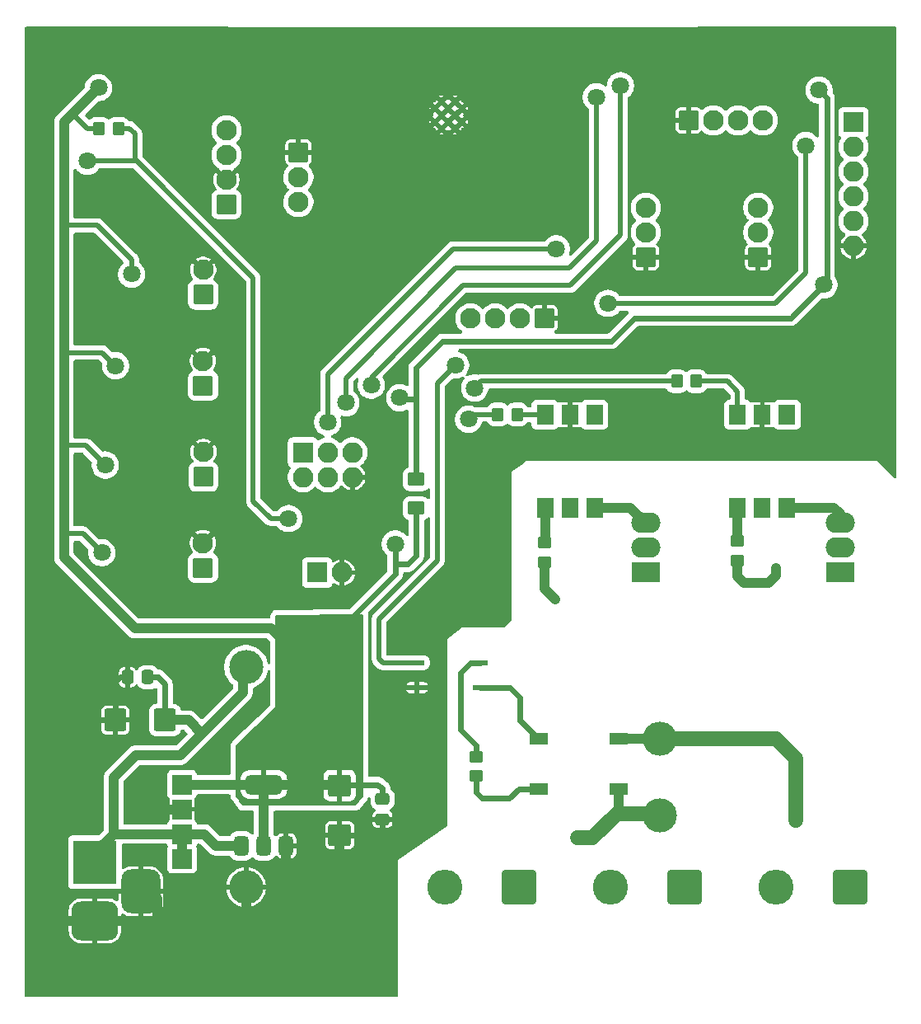
<source format=gbr>
%TF.GenerationSoftware,KiCad,Pcbnew,9.0.5*%
%TF.CreationDate,2025-10-21T15:42:54-03:00*%
%TF.ProjectId,v0.2,76302e32-2e6b-4696-9361-645f70636258,rev?*%
%TF.SameCoordinates,Original*%
%TF.FileFunction,Copper,L2,Bot*%
%TF.FilePolarity,Positive*%
%FSLAX46Y46*%
G04 Gerber Fmt 4.6, Leading zero omitted, Abs format (unit mm)*
G04 Created by KiCad (PCBNEW 9.0.5) date 2025-10-21 15:42:54*
%MOMM*%
%LPD*%
G01*
G04 APERTURE LIST*
G04 Aperture macros list*
%AMRoundRect*
0 Rectangle with rounded corners*
0 $1 Rounding radius*
0 $2 $3 $4 $5 $6 $7 $8 $9 X,Y pos of 4 corners*
0 Add a 4 corners polygon primitive as box body*
4,1,4,$2,$3,$4,$5,$6,$7,$8,$9,$2,$3,0*
0 Add four circle primitives for the rounded corners*
1,1,$1+$1,$2,$3*
1,1,$1+$1,$4,$5*
1,1,$1+$1,$6,$7*
1,1,$1+$1,$8,$9*
0 Add four rect primitives between the rounded corners*
20,1,$1+$1,$2,$3,$4,$5,0*
20,1,$1+$1,$4,$5,$6,$7,0*
20,1,$1+$1,$6,$7,$8,$9,0*
20,1,$1+$1,$8,$9,$2,$3,0*%
G04 Aperture macros list end*
%TA.AperFunction,ComponentPad*%
%ADD10R,4.500000X4.500000*%
%TD*%
%TA.AperFunction,ComponentPad*%
%ADD11RoundRect,1.000000X1.400000X-1.000000X1.400000X1.000000X-1.400000X1.000000X-1.400000X-1.000000X0*%
%TD*%
%TA.AperFunction,ComponentPad*%
%ADD12RoundRect,1.000000X1.000000X-1.250000X1.000000X1.250000X-1.000000X1.250000X-1.000000X-1.250000X0*%
%TD*%
%TA.AperFunction,HeatsinkPad*%
%ADD13C,0.600000*%
%TD*%
%TA.AperFunction,ComponentPad*%
%ADD14C,3.500000*%
%TD*%
%TA.AperFunction,ComponentPad*%
%ADD15O,3.500000X3.500000*%
%TD*%
%TA.AperFunction,SMDPad,CuDef*%
%ADD16RoundRect,0.250000X-0.475000X0.337500X-0.475000X-0.337500X0.475000X-0.337500X0.475000X0.337500X0*%
%TD*%
%TA.AperFunction,SMDPad,CuDef*%
%ADD17RoundRect,0.250000X-0.350000X-0.450000X0.350000X-0.450000X0.350000X0.450000X-0.350000X0.450000X0*%
%TD*%
%TA.AperFunction,ComponentPad*%
%ADD18R,3.000000X2.100000*%
%TD*%
%TA.AperFunction,ComponentPad*%
%ADD19O,3.000000X2.100000*%
%TD*%
%TA.AperFunction,ComponentPad*%
%ADD20RoundRect,0.301724X0.748276X-0.748276X0.748276X0.748276X-0.748276X0.748276X-0.748276X-0.748276X0*%
%TD*%
%TA.AperFunction,ComponentPad*%
%ADD21C,2.100000*%
%TD*%
%TA.AperFunction,SMDPad,CuDef*%
%ADD22RoundRect,0.137500X0.662500X0.137500X-0.662500X0.137500X-0.662500X-0.137500X0.662500X-0.137500X0*%
%TD*%
%TA.AperFunction,ComponentPad*%
%ADD23RoundRect,0.428573X1.371427X1.371427X-1.371427X1.371427X-1.371427X-1.371427X1.371427X-1.371427X0*%
%TD*%
%TA.AperFunction,ComponentPad*%
%ADD24O,3.600000X3.600000*%
%TD*%
%TA.AperFunction,ComponentPad*%
%ADD25RoundRect,0.301724X0.748276X0.748276X-0.748276X0.748276X-0.748276X-0.748276X0.748276X-0.748276X0*%
%TD*%
%TA.AperFunction,SMDPad,CuDef*%
%ADD26RoundRect,0.375000X0.375000X-0.625000X0.375000X0.625000X-0.375000X0.625000X-0.375000X-0.625000X0*%
%TD*%
%TA.AperFunction,SMDPad,CuDef*%
%ADD27RoundRect,0.500000X1.400000X-0.500000X1.400000X0.500000X-1.400000X0.500000X-1.400000X-0.500000X0*%
%TD*%
%TA.AperFunction,ComponentPad*%
%ADD28RoundRect,0.301724X-0.748276X-0.748276X0.748276X-0.748276X0.748276X0.748276X-0.748276X0.748276X0*%
%TD*%
%TA.AperFunction,SMDPad,CuDef*%
%ADD29RoundRect,0.250001X0.624999X-0.462499X0.624999X0.462499X-0.624999X0.462499X-0.624999X-0.462499X0*%
%TD*%
%TA.AperFunction,SMDPad,CuDef*%
%ADD30RoundRect,0.250000X0.337500X0.475000X-0.337500X0.475000X-0.337500X-0.475000X0.337500X-0.475000X0*%
%TD*%
%TA.AperFunction,SMDPad,CuDef*%
%ADD31RoundRect,0.250000X0.450000X-0.350000X0.450000X0.350000X-0.450000X0.350000X-0.450000X-0.350000X0*%
%TD*%
%TA.AperFunction,ComponentPad*%
%ADD32R,2.000000X2.000000*%
%TD*%
%TA.AperFunction,SMDPad,CuDef*%
%ADD33RoundRect,0.250000X-0.450000X0.350000X-0.450000X-0.350000X0.450000X-0.350000X0.450000X0.350000X0*%
%TD*%
%TA.AperFunction,SMDPad,CuDef*%
%ADD34R,1.900000X1.200000*%
%TD*%
%TA.AperFunction,SMDPad,CuDef*%
%ADD35R,1.780000X2.000000*%
%TD*%
%TA.AperFunction,ComponentPad*%
%ADD36RoundRect,0.301724X-0.748276X0.748276X-0.748276X-0.748276X0.748276X-0.748276X0.748276X0.748276X0*%
%TD*%
%TA.AperFunction,ComponentPad*%
%ADD37R,2.100000X2.100000*%
%TD*%
%TA.AperFunction,ComponentPad*%
%ADD38O,2.100000X2.100000*%
%TD*%
%TA.AperFunction,SMDPad,CuDef*%
%ADD39RoundRect,0.250000X0.875000X0.925000X-0.875000X0.925000X-0.875000X-0.925000X0.875000X-0.925000X0*%
%TD*%
%TA.AperFunction,SMDPad,CuDef*%
%ADD40RoundRect,0.250000X-0.925000X0.875000X-0.925000X-0.875000X0.925000X-0.875000X0.925000X0.875000X0*%
%TD*%
%TA.AperFunction,ViaPad*%
%ADD41C,1.800000*%
%TD*%
%TA.AperFunction,ViaPad*%
%ADD42C,0.800000*%
%TD*%
%TA.AperFunction,ViaPad*%
%ADD43C,0.600000*%
%TD*%
%TA.AperFunction,Conductor*%
%ADD44C,0.600000*%
%TD*%
%TA.AperFunction,Conductor*%
%ADD45C,1.000000*%
%TD*%
%TA.AperFunction,Conductor*%
%ADD46C,0.500000*%
%TD*%
%TA.AperFunction,Conductor*%
%ADD47C,1.500000*%
%TD*%
%ADD48C,0.350000*%
%ADD49C,0.300000*%
%ADD50O,3.000000X1.000000*%
%ADD51O,1.000000X3.000000*%
%ADD52C,0.200000*%
G04 APERTURE END LIST*
D10*
%TO.P,J17,1*%
%TO.N,Net-(PS1-+Vout)*%
X37400000Y-146000000D03*
D11*
%TO.P,J17,2*%
%TO.N,GND*%
X37400000Y-152000000D03*
D12*
%TO.P,J17,3*%
X42100000Y-149000000D03*
%TD*%
D13*
%TO.P,U1,39,GND*%
%TO.N,GND*%
X72320000Y-68570000D03*
X72320000Y-69970000D03*
X73020000Y-67870000D03*
X73020000Y-69270000D03*
X73020000Y-70670000D03*
X73695000Y-68570000D03*
X73695000Y-69970000D03*
X74420000Y-67870000D03*
X74420000Y-69270000D03*
X74420000Y-70670000D03*
X75120000Y-68570000D03*
X75120000Y-69970000D03*
%TD*%
D14*
%TO.P,PS1,1,AC/L*%
%TO.N,/FASE*%
X95432500Y-141150000D03*
D15*
%TO.P,PS1,2,AC/N*%
%TO.N,/NEUTRO*%
X95432500Y-133350000D03*
%TO.P,PS1,3,-Vout*%
%TO.N,GND*%
X52932500Y-148550000D03*
%TO.P,PS1,4,+Vout*%
%TO.N,Net-(PS1-+Vout)*%
X52932500Y-125950000D03*
%TD*%
D16*
%TO.P,C10,1*%
%TO.N,+3.3V*%
X66957500Y-139512500D03*
%TO.P,C10,2*%
%TO.N,GND*%
X66957500Y-141587500D03*
%TD*%
D17*
%TO.P,R8,1*%
%TO.N,/TRIAC_A*%
X78800000Y-100000000D03*
%TO.P,R8,2*%
%TO.N,Net-(R8-Pad2)*%
X80800000Y-100000000D03*
%TD*%
D18*
%TO.P,Q1,1,A1*%
%TO.N,Net-(J14-Pin_1)*%
X94000000Y-116200000D03*
D19*
%TO.P,Q1,2,A2*%
%TO.N,/FASE*%
X94000000Y-113660000D03*
%TO.P,Q1,3,G*%
%TO.N,Net-(Q1-G)*%
X94000000Y-111120000D03*
%TD*%
D20*
%TO.P,J6,1,Pin_1*%
%TO.N,GND*%
X105570000Y-83850000D03*
D21*
%TO.P,J6,2,Pin_2*%
%TO.N,/D_led*%
X105570000Y-81310000D03*
%TO.P,J6,3,Pin_3*%
%TO.N,+3.3V_fused*%
X105570000Y-78770000D03*
%TD*%
D22*
%TO.P,U4,1*%
%TO.N,Net-(R11-Pad2)*%
X77000000Y-125500000D03*
%TO.P,U4,3*%
%TO.N,Net-(BR1-Pad-)*%
X77000000Y-128040000D03*
%TO.P,U4,4*%
%TO.N,GND*%
X70500000Y-128040000D03*
%TO.P,U4,6*%
%TO.N,/ZERO*%
X70500000Y-125500000D03*
%TD*%
D18*
%TO.P,Q2,1,A1*%
%TO.N,Net-(J15-Pin_1)*%
X114000000Y-116200000D03*
D19*
%TO.P,Q2,2,A2*%
%TO.N,/FASE*%
X114000000Y-113660000D03*
%TO.P,Q2,3,G*%
%TO.N,Net-(Q2-G)*%
X114000000Y-111120000D03*
%TD*%
D23*
%TO.P,J15,1,Pin_1*%
%TO.N,Net-(J15-Pin_1)*%
X115062000Y-148590000D03*
D24*
%TO.P,J15,2,Pin_2*%
%TO.N,/NEUTRO*%
X107442000Y-148590000D03*
%TD*%
D20*
%TO.P,J3,1,Pin_1*%
%TO.N,/In2*%
X48557500Y-106400000D03*
D21*
%TO.P,J3,2,Pin_2*%
%TO.N,GND*%
X48557500Y-103860000D03*
%TD*%
D20*
%TO.P,J11,1,Pin_1*%
%TO.N,+3.3V_fused*%
X50920000Y-78450000D03*
D21*
%TO.P,J11,2,Pin_2*%
%TO.N,GND*%
X50920000Y-75910000D03*
%TO.P,J11,3,Pin_3*%
%TO.N,/SCL*%
X50920000Y-73370000D03*
%TO.P,J11,4,Pin_4*%
%TO.N,/SDA*%
X50920000Y-70830000D03*
%TD*%
D25*
%TO.P,J9,1,Pin_1*%
%TO.N,GND*%
X83620000Y-90150000D03*
D21*
%TO.P,J9,2,Pin_2*%
%TO.N,/IN_A_N*%
X81080000Y-90150000D03*
%TO.P,J9,3,Pin_3*%
%TO.N,/IN_A_P*%
X78540000Y-90150000D03*
%TO.P,J9,4,Pin_4*%
%TO.N,/EN_A*%
X76000000Y-90150000D03*
%TD*%
D26*
%TO.P,U5,1,GND*%
%TO.N,GND*%
X57057500Y-144312500D03*
%TO.P,U5,2,VO*%
%TO.N,+3.3V*%
X54757500Y-144312500D03*
D27*
X54757500Y-138012500D03*
D26*
%TO.P,U5,3,VI*%
%TO.N,Net-(PS1-+Vout)*%
X52457500Y-144312500D03*
%TD*%
D17*
%TO.P,R10,1*%
%TO.N,/TRIAC_B*%
X97200000Y-96600000D03*
%TO.P,R10,2*%
%TO.N,Net-(R10-Pad2)*%
X99200000Y-96600000D03*
%TD*%
D28*
%TO.P,J10,1,Pin_1*%
%TO.N,GND*%
X98420000Y-69800000D03*
D21*
%TO.P,J10,2,Pin_2*%
%TO.N,/IN_B_N*%
X100960000Y-69800000D03*
%TO.P,J10,3,Pin_3*%
%TO.N,/IN_B_P*%
X103500000Y-69800000D03*
%TO.P,J10,4,Pin_4*%
%TO.N,/EN_B*%
X106040000Y-69800000D03*
%TD*%
D20*
%TO.P,J2,1,Pin_1*%
%TO.N,/In1*%
X48507500Y-115750000D03*
D21*
%TO.P,J2,2,Pin_2*%
%TO.N,GND*%
X48507500Y-113210000D03*
%TD*%
D29*
%TO.P,F1,1*%
%TO.N,+3.3V*%
X70420000Y-109637500D03*
%TO.P,F1,2*%
%TO.N,+3.3V_fused*%
X70420000Y-106662500D03*
%TD*%
D30*
%TO.P,C8,1*%
%TO.N,Net-(PS1-+Vout)*%
X42837500Y-127000000D03*
%TO.P,C8,2*%
%TO.N,GND*%
X40762500Y-127000000D03*
%TD*%
D23*
%TO.P,J16,1,Pin_1*%
%TO.N,/FASE*%
X81026000Y-148590000D03*
D24*
%TO.P,J16,2,Pin_2*%
%TO.N,/NEUTRO*%
X73406000Y-148590000D03*
%TD*%
D20*
%TO.P,J5,1,Pin_1*%
%TO.N,/In4*%
X48520000Y-87700000D03*
D21*
%TO.P,J5,2,Pin_2*%
%TO.N,GND*%
X48520000Y-85160000D03*
%TD*%
D31*
%TO.P,R11,1*%
%TO.N,/380V*%
X76600000Y-137144000D03*
%TO.P,R11,2*%
%TO.N,Net-(R11-Pad2)*%
X76600000Y-135144000D03*
%TD*%
D32*
%TO.P,U6,EN,EN*%
%TO.N,Net-(PS1-+Vout)*%
X46357500Y-145632500D03*
%TO.P,U6,GND,GND*%
%TO.N,GND*%
X46357500Y-140552500D03*
%TO.P,U6,IN+,IN+*%
%TO.N,Net-(PS1-+Vout)*%
X46357500Y-143092500D03*
%TO.P,U6,VO+,VO+*%
%TO.N,+3.3V*%
X46357500Y-138012500D03*
%TD*%
D20*
%TO.P,J4,1,Pin_1*%
%TO.N,/In3*%
X48507500Y-97050000D03*
D21*
%TO.P,J4,2,Pin_2*%
%TO.N,GND*%
X48507500Y-94510000D03*
%TD*%
D33*
%TO.P,R7,1*%
%TO.N,Net-(R7-Pad1)*%
X83600000Y-113200000D03*
%TO.P,R7,2*%
%TO.N,/FASE*%
X83600000Y-115200000D03*
%TD*%
D17*
%TO.P,R6,1*%
%TO.N,+3.3V*%
X37820000Y-70650000D03*
%TO.P,R6,2*%
%TO.N,/EN*%
X39820000Y-70650000D03*
%TD*%
D34*
%TO.P,BR1,+,+*%
%TO.N,/380V*%
X82996420Y-138439590D03*
%TO.P,BR1,-,-*%
%TO.N,Net-(BR1-Pad-)*%
X82996420Y-133339590D03*
%TO.P,BR1,AC1,AC1*%
%TO.N,/FASE*%
X91246420Y-138439590D03*
%TO.P,BR1,AC2,AC2*%
%TO.N,/NEUTRO*%
X91246420Y-133339590D03*
%TD*%
D35*
%TO.P,U3,1*%
%TO.N,Net-(R10-Pad2)*%
X103460000Y-100035000D03*
%TO.P,U3,2*%
%TO.N,GND*%
X106000000Y-100035000D03*
%TO.P,U3,3,NC*%
%TO.N,unconnected-(U3-NC-Pad3)*%
X108540000Y-100035000D03*
%TO.P,U3,4*%
%TO.N,Net-(Q2-G)*%
X108540000Y-109565000D03*
%TO.P,U3,5,NC*%
%TO.N,unconnected-(U3-NC-Pad5)*%
X106000000Y-109565000D03*
%TO.P,U3,6*%
%TO.N,Net-(R9-Pad1)*%
X103460000Y-109565000D03*
%TD*%
D33*
%TO.P,R9,1*%
%TO.N,Net-(R9-Pad1)*%
X103400000Y-113000000D03*
%TO.P,R9,2*%
%TO.N,/FASE*%
X103400000Y-115000000D03*
%TD*%
D36*
%TO.P,J12,1,Pin_1*%
%TO.N,GND*%
X58320000Y-73100000D03*
D21*
%TO.P,J12,2,Pin_2*%
%TO.N,/DAC_P*%
X58320000Y-75640000D03*
%TO.P,J12,3,Pin_3*%
%TO.N,/DAC_N*%
X58320000Y-78180000D03*
%TD*%
D23*
%TO.P,J14,1,Pin_1*%
%TO.N,Net-(J14-Pin_1)*%
X98044000Y-148590000D03*
D24*
%TO.P,J14,2,Pin_2*%
%TO.N,/NEUTRO*%
X90424000Y-148590000D03*
%TD*%
D35*
%TO.P,U2,1*%
%TO.N,Net-(R8-Pad2)*%
X83660000Y-100035000D03*
%TO.P,U2,2*%
%TO.N,GND*%
X86200000Y-100035000D03*
%TO.P,U2,3,NC*%
%TO.N,unconnected-(U2-NC-Pad3)*%
X88740000Y-100035000D03*
%TO.P,U2,4*%
%TO.N,Net-(Q1-G)*%
X88740000Y-109565000D03*
%TO.P,U2,5,NC*%
%TO.N,unconnected-(U2-NC-Pad5)*%
X86200000Y-109565000D03*
%TO.P,U2,6*%
%TO.N,Net-(R7-Pad1)*%
X83660000Y-109565000D03*
%TD*%
D37*
%TO.P,J1,1,Pin_1*%
%TO.N,/RXD0*%
X58780000Y-103910000D03*
D38*
%TO.P,J1,2,Pin_2*%
%TO.N,/TXD0*%
X58780000Y-106450000D03*
%TO.P,J1,3,Pin_3*%
%TO.N,/DTR*%
X61320000Y-103910000D03*
%TO.P,J1,4,Pin_4*%
%TO.N,/EN*%
X61320000Y-106450000D03*
%TO.P,J1,5,Pin_5*%
%TO.N,+3.3V*%
X63860000Y-103910000D03*
%TO.P,J1,6,Pin_6*%
%TO.N,GND*%
X63860000Y-106450000D03*
%TD*%
D37*
%TO.P,J7,1,Pin_1*%
%TO.N,/EN*%
X60250000Y-116250000D03*
D38*
%TO.P,J7,2,Pin_2*%
%TO.N,GND*%
X62790000Y-116250000D03*
%TD*%
D20*
%TO.P,J13,1,Pin_1*%
%TO.N,GND*%
X94020000Y-83850000D03*
D21*
%TO.P,J13,2,Pin_2*%
%TO.N,/RX2*%
X94020000Y-81310000D03*
%TO.P,J13,3,Pin_3*%
%TO.N,/D_led*%
X94020000Y-78770000D03*
%TD*%
D37*
%TO.P,J8,1,Pin_1*%
%TO.N,+3.3V_fused*%
X115370000Y-70000000D03*
D38*
%TO.P,J8,2,Pin_2*%
%TO.N,/MOSI*%
X115370000Y-72540000D03*
%TO.P,J8,3,Pin_3*%
%TO.N,/MISO*%
X115370000Y-75080000D03*
%TO.P,J8,4,Pin_4*%
%TO.N,/CLK*%
X115370000Y-77620000D03*
%TO.P,J8,5,Pin_5*%
%TO.N,/CE*%
X115370000Y-80160000D03*
%TO.P,J8,6,Pin_6*%
%TO.N,GND*%
X115370000Y-82700000D03*
%TD*%
D39*
%TO.P,C9,1*%
%TO.N,Net-(PS1-+Vout)*%
X44600000Y-131400000D03*
%TO.P,C9,2*%
%TO.N,GND*%
X39500000Y-131400000D03*
%TD*%
D40*
%TO.P,C11,1*%
%TO.N,+3.3V*%
X62557500Y-138112500D03*
%TO.P,C11,2*%
%TO.N,GND*%
X62557500Y-143212500D03*
%TD*%
D41*
%TO.N,+3.3V*%
X38470000Y-105200000D03*
X41170000Y-85600000D03*
X38120000Y-114200000D03*
X39520000Y-95000000D03*
X37770000Y-66450000D03*
X68270000Y-113300000D03*
%TO.N,GND*%
X54400000Y-114400000D03*
X107000000Y-62400000D03*
X34220000Y-66400000D03*
X94220000Y-67300000D03*
X68970000Y-84300000D03*
X42000000Y-140500000D03*
X98770000Y-82000000D03*
X36200000Y-124200000D03*
X76400000Y-105600000D03*
X61976000Y-156210000D03*
X113600000Y-92800000D03*
X58070000Y-92450000D03*
%TO.N,/EN*%
X36620001Y-73999999D03*
X57320000Y-110700000D03*
D42*
%TO.N,/NEUTRO*%
X109474000Y-141732000D03*
%TO.N,/FASE*%
X84709000Y-118999000D03*
D43*
X87000000Y-143500000D03*
D42*
X107442000Y-115824000D03*
D41*
%TO.N,+3.3V_fused*%
X68720000Y-98300000D03*
X112320000Y-86700000D03*
X111820000Y-66700000D03*
%TO.N,/DTR*%
X61320000Y-100800000D03*
X84820000Y-83000000D03*
%TO.N,/TXD0*%
X91420000Y-66250000D03*
X65800000Y-97000004D03*
%TO.N,/RXD0*%
X63200000Y-98799998D03*
X88920000Y-67400000D03*
%TO.N,/EN_B*%
X110470002Y-72400000D03*
X90120000Y-88600000D03*
%TO.N,/TRIAC_A*%
X75800006Y-100500000D03*
%TO.N,/TRIAC_B*%
X76420000Y-97300000D03*
%TO.N,/ZERO*%
X74470000Y-94950000D03*
%TD*%
D44*
%TO.N,+3.3V*%
X69520000Y-115400000D02*
X68270000Y-115400000D01*
X68270000Y-115400000D02*
X68270000Y-116400000D01*
D45*
X59082500Y-125587500D02*
X55482500Y-121987500D01*
X62607500Y-138012500D02*
X54757500Y-138012500D01*
X34220000Y-70000000D02*
X35095000Y-69125000D01*
D44*
X66457500Y-138012500D02*
X62607500Y-138012500D01*
D46*
X37670000Y-80600000D02*
X34220000Y-80600000D01*
D44*
X70420000Y-114500000D02*
X69520000Y-115400000D01*
D46*
X41170000Y-84100000D02*
X37670000Y-80600000D01*
X36170000Y-112250000D02*
X34220000Y-112250000D01*
X34220000Y-93650000D02*
X38170000Y-93650000D01*
D45*
X54757500Y-138012500D02*
X46357500Y-138012500D01*
X59082500Y-125587500D02*
X59082500Y-138012500D01*
X34220000Y-114700000D02*
X34220000Y-112250000D01*
D44*
X66957500Y-138412500D02*
X66457500Y-138012500D01*
D45*
X54757500Y-144312500D02*
X54757500Y-138012500D01*
D46*
X37820000Y-70650000D02*
X36620000Y-70650000D01*
D45*
X41507500Y-121987500D02*
X34220000Y-114700000D01*
X35095000Y-69125000D02*
X35094999Y-69125001D01*
X34220000Y-80600000D02*
X34220000Y-70000000D01*
D46*
X36620000Y-70650000D02*
X35095000Y-69125000D01*
D45*
X34220000Y-93650000D02*
X34220000Y-103200000D01*
X37770000Y-66450000D02*
X35094999Y-69125001D01*
D44*
X68270000Y-116400000D02*
X59082500Y-125587500D01*
D45*
X34220000Y-80600000D02*
X34220000Y-93650000D01*
D46*
X41170000Y-85600000D02*
X41170000Y-84100000D01*
D45*
X55482500Y-121987500D02*
X41507500Y-121987500D01*
D44*
X66957500Y-139512500D02*
X66957500Y-138412500D01*
D46*
X38120000Y-114200000D02*
X36170000Y-112250000D01*
D44*
X70420000Y-109637500D02*
X70420000Y-114500000D01*
X68270000Y-115400000D02*
X68270000Y-113300000D01*
D46*
X38170000Y-93650000D02*
X39520000Y-95000000D01*
X36470000Y-103200000D02*
X38470000Y-105200000D01*
D45*
X34220000Y-103200000D02*
X34220000Y-112250000D01*
D46*
X34220000Y-103200000D02*
X36470000Y-103200000D01*
D45*
%TO.N,GND*%
X33500000Y-152000000D02*
X37400000Y-152000000D01*
D44*
X99120000Y-62400000D02*
X105670000Y-62400000D01*
D45*
X52932500Y-151187500D02*
X52932500Y-148550000D01*
D44*
X40762500Y-127000000D02*
X40000000Y-127000000D01*
X105670000Y-62400000D02*
X107000000Y-62400000D01*
X94220000Y-67300000D02*
X99120000Y-62400000D01*
D45*
X52932500Y-151187500D02*
X52120000Y-152000000D01*
X57057500Y-144312500D02*
X57057500Y-145912500D01*
X43000000Y-149000000D02*
X42100000Y-149000000D01*
D44*
X66957500Y-141587500D02*
X66957500Y-142612500D01*
X39500000Y-131400000D02*
X32100000Y-131400000D01*
D45*
X32000000Y-131500000D02*
X32000000Y-150500000D01*
D46*
X106000000Y-101800000D02*
X106000000Y-100035000D01*
D44*
X39500000Y-127500000D02*
X39500000Y-131400000D01*
D45*
X46357500Y-140552500D02*
X42052500Y-140552500D01*
D46*
X104600000Y-103200000D02*
X106000000Y-101800000D01*
D45*
X61800000Y-146712500D02*
X62557500Y-145955000D01*
X43775000Y-149775000D02*
X43000000Y-149000000D01*
X43775000Y-152000000D02*
X37400000Y-152000000D01*
X57857500Y-146712500D02*
X61800000Y-146712500D01*
X34220000Y-66400000D02*
X32000000Y-68620000D01*
D44*
X66357500Y-143212500D02*
X62557500Y-143212500D01*
D45*
X62557500Y-145955000D02*
X62557500Y-143212500D01*
D44*
X32100000Y-131400000D02*
X32000000Y-131500000D01*
D45*
X42052500Y-140552500D02*
X42000000Y-140500000D01*
D46*
X86200000Y-100035000D02*
X86200000Y-101600000D01*
X86200000Y-101600000D02*
X87800000Y-103200000D01*
D44*
X40000000Y-127000000D02*
X39500000Y-127500000D01*
D45*
X57057500Y-145912500D02*
X57857500Y-146712500D01*
X43775000Y-152000000D02*
X43775000Y-149775000D01*
X32000000Y-68620000D02*
X32000000Y-131500000D01*
X32000000Y-150500000D02*
X33500000Y-152000000D01*
D44*
X66957500Y-142612500D02*
X66357500Y-143212500D01*
D46*
X87800000Y-103200000D02*
X104600000Y-103200000D01*
D45*
X52120000Y-152000000D02*
X44225000Y-152000000D01*
D46*
%TO.N,/EN*%
X53670000Y-108900000D02*
X53670000Y-85950000D01*
X53670000Y-85950000D02*
X41719999Y-73999999D01*
X55470000Y-110700000D02*
X57320000Y-110700000D01*
X41719999Y-73999999D02*
X36620001Y-73999999D01*
X41520000Y-71200000D02*
X41520000Y-73800000D01*
X40970000Y-70650000D02*
X41520000Y-71200000D01*
X39820000Y-70650000D02*
X40970000Y-70650000D01*
X53670000Y-108900000D02*
X55470000Y-110700000D01*
X41520000Y-73800000D02*
X41719999Y-73999999D01*
D45*
%TO.N,Net-(PS1-+Vout)*%
X52457500Y-144312500D02*
X49857500Y-144312500D01*
X48637500Y-143092500D02*
X46357500Y-143092500D01*
X49857500Y-144312500D02*
X48637500Y-143092500D01*
X46200000Y-135000000D02*
X52612500Y-128587500D01*
D44*
X43900000Y-127000000D02*
X44600000Y-127700000D01*
D45*
X39320000Y-143100000D02*
X39320000Y-137280000D01*
X52612500Y-126270000D02*
X52932500Y-125950000D01*
X39320000Y-137280000D02*
X41600000Y-135000000D01*
X41600000Y-135000000D02*
X46200000Y-135000000D01*
X46357500Y-145632500D02*
X46357500Y-143092500D01*
X52612500Y-128587500D02*
X52612500Y-126270000D01*
X48400000Y-132800000D02*
X47000000Y-131400000D01*
X39320000Y-143100000D02*
X43437500Y-143092500D01*
X43437500Y-143092500D02*
X46357500Y-143092500D01*
X37400000Y-145020000D02*
X39320000Y-143100000D01*
D44*
X42837500Y-127000000D02*
X43900000Y-127000000D01*
D45*
X37400000Y-146000000D02*
X37400000Y-145020000D01*
X47000000Y-131400000D02*
X44600000Y-131400000D01*
D44*
X44600000Y-127700000D02*
X44600000Y-131400000D01*
D45*
%TO.N,/NEUTRO*%
X95432500Y-133350000D02*
X95250000Y-133350000D01*
D47*
X101600000Y-133350000D02*
X95432500Y-133350000D01*
X101600000Y-133350000D02*
X107442000Y-133350000D01*
X109474000Y-135382000D02*
X109474000Y-141732000D01*
D45*
X95250000Y-133350000D02*
X95239590Y-133339590D01*
D47*
X107442000Y-133350000D02*
X109474000Y-135382000D01*
D45*
X95239590Y-133339590D02*
X91246420Y-133339590D01*
%TO.N,/FASE*%
X103400000Y-116608000D02*
X104140000Y-117348000D01*
X91246420Y-138439590D02*
X91246420Y-140919170D01*
X107442000Y-116586000D02*
X107442000Y-115824000D01*
D47*
X88500000Y-143500000D02*
X87000000Y-143500000D01*
D45*
X104140000Y-117348000D02*
X106680000Y-117348000D01*
X83600000Y-117890000D02*
X84709000Y-118999000D01*
X83600000Y-115200000D02*
X83600000Y-117890000D01*
X91246420Y-140919170D02*
X91186000Y-140979590D01*
D44*
X84709000Y-118999000D02*
X84710000Y-119000000D01*
D47*
X91020410Y-140979590D02*
X88500000Y-143500000D01*
X95432500Y-141150000D02*
X95262090Y-140979590D01*
X91186000Y-140979590D02*
X91020410Y-140979590D01*
X95262090Y-140979590D02*
X91186000Y-140979590D01*
D45*
X106680000Y-117348000D02*
X107442000Y-116586000D01*
X103400000Y-115000000D02*
X103400000Y-116608000D01*
D44*
%TO.N,/380V*%
X81016410Y-138439590D02*
X82996420Y-138439590D01*
X76600000Y-137144000D02*
X76600000Y-138830000D01*
X80010000Y-139446000D02*
X81016410Y-138439590D01*
X77216000Y-139446000D02*
X80010000Y-139446000D01*
X76600000Y-138830000D02*
X77216000Y-139446000D01*
%TO.N,+3.3V_fused*%
X108920000Y-90100000D02*
X112320000Y-86700000D01*
X70420000Y-95180000D02*
X73100000Y-92500000D01*
X70420000Y-98450000D02*
X70420000Y-95180000D01*
X112620000Y-86400000D02*
X112620000Y-67500000D01*
X92870000Y-90100000D02*
X108920000Y-90100000D01*
X73100000Y-92500000D02*
X90470000Y-92500000D01*
X112620000Y-67500000D02*
X111820000Y-66700000D01*
X68870000Y-98450000D02*
X68720000Y-98300000D01*
X90470000Y-92500000D02*
X92870000Y-90100000D01*
X70420000Y-106662500D02*
X70420000Y-98450000D01*
X112320000Y-86700000D02*
X112620000Y-86400000D01*
X70420000Y-98450000D02*
X68870000Y-98450000D01*
D46*
%TO.N,/DTR*%
X74170000Y-83000000D02*
X61320000Y-95850000D01*
X84820000Y-83000000D02*
X74170000Y-83000000D01*
X61320000Y-95850000D02*
X61320000Y-100800000D01*
%TO.N,/TXD0*%
X65800000Y-96200000D02*
X65800000Y-97000004D01*
X91420000Y-66250000D02*
X91420000Y-81600000D01*
X91420000Y-81600000D02*
X86270000Y-86750000D01*
X75250000Y-86750000D02*
X65800000Y-96200000D01*
X86270000Y-86750000D02*
X75250000Y-86750000D01*
%TO.N,/RXD0*%
X88920000Y-67400000D02*
X88920000Y-82200000D01*
X74495000Y-85000000D02*
X63200000Y-96295000D01*
X86120000Y-85000000D02*
X74495000Y-85000000D01*
X63200000Y-96295000D02*
X63200000Y-98799998D01*
X88920000Y-82200000D02*
X86120000Y-85000000D01*
%TO.N,/EN_B*%
X107320000Y-88600000D02*
X110470002Y-85449998D01*
X110470002Y-85449998D02*
X110470002Y-72400000D01*
X90120000Y-88600000D02*
X107320000Y-88600000D01*
D45*
%TO.N,Net-(Q1-G)*%
X88740000Y-109565000D02*
X92445000Y-109565000D01*
X92445000Y-109565000D02*
X94000000Y-111120000D01*
%TO.N,Net-(Q2-G)*%
X108540000Y-109565000D02*
X113365000Y-109565000D01*
X113365000Y-109565000D02*
X114000000Y-110200000D01*
D44*
X114000000Y-110200000D02*
X114000000Y-111120000D01*
D45*
%TO.N,Net-(R7-Pad1)*%
X83660000Y-109565000D02*
X83660000Y-113140000D01*
D46*
%TO.N,Net-(R8-Pad2)*%
X80800000Y-100000000D02*
X80835000Y-100035000D01*
X80835000Y-100035000D02*
X83660000Y-100035000D01*
%TO.N,/TRIAC_A*%
X76300006Y-100000000D02*
X75800006Y-100500000D01*
X78800000Y-100000000D02*
X76300006Y-100000000D01*
D45*
%TO.N,Net-(R9-Pad1)*%
X103400000Y-109625000D02*
X103400000Y-113000000D01*
D46*
%TO.N,Net-(R10-Pad2)*%
X103460000Y-97660000D02*
X102400000Y-96600000D01*
X102400000Y-96600000D02*
X99200000Y-96600000D01*
X103460000Y-100035000D02*
X103460000Y-97660000D01*
%TO.N,/TRIAC_B*%
X77120000Y-96600000D02*
X76420000Y-97300000D01*
X97200000Y-96600000D02*
X77120000Y-96600000D01*
D44*
%TO.N,Net-(R11-Pad2)*%
X76600000Y-134000000D02*
X75000000Y-132400000D01*
X76000000Y-125500000D02*
X77000000Y-125500000D01*
X75000000Y-132400000D02*
X75000000Y-126500000D01*
X76600000Y-135144000D02*
X76600000Y-134000000D01*
X75000000Y-126500000D02*
X76000000Y-125500000D01*
D46*
%TO.N,/ZERO*%
X66600000Y-121000000D02*
X72600000Y-115000000D01*
X72600000Y-115000000D02*
X72600000Y-96820000D01*
X72600000Y-96820000D02*
X74470000Y-94950000D01*
X66600000Y-125100000D02*
X66600000Y-121000000D01*
X67000000Y-125500000D02*
X66600000Y-125100000D01*
X70500000Y-125500000D02*
X67000000Y-125500000D01*
D44*
%TO.N,Net-(BR1-Pad-)*%
X77000000Y-128040000D02*
X77001177Y-128041177D01*
X80041177Y-128041177D02*
X81074420Y-129074420D01*
X81074420Y-129074420D02*
X81074420Y-131417590D01*
X81074420Y-131417590D02*
X82996420Y-133339590D01*
X77001177Y-128041177D02*
X80041177Y-128041177D01*
%TD*%
%TA.AperFunction,Conductor*%
%TO.N,GND*%
G36*
X51270003Y-139032962D02*
G01*
X51324541Y-139087500D01*
X51344496Y-139160514D01*
X51344500Y-139160912D01*
X51344599Y-139170917D01*
X51344600Y-139170944D01*
X51344695Y-139175787D01*
X51344992Y-139185791D01*
X51371075Y-139327267D01*
X51371079Y-139327282D01*
X51393395Y-139393486D01*
X51393489Y-139393674D01*
X51458287Y-139521896D01*
X51458289Y-139521900D01*
X51458292Y-139521904D01*
X51458293Y-139521906D01*
X52098854Y-140436994D01*
X52098857Y-140436998D01*
X52098861Y-140437003D01*
X52162670Y-140511548D01*
X52162672Y-140511550D01*
X52197218Y-140544756D01*
X52274225Y-140605567D01*
X52405102Y-140665338D01*
X52429752Y-140672576D01*
X52472137Y-140685022D01*
X52472139Y-140685022D01*
X52472141Y-140685023D01*
X52472145Y-140685024D01*
X52472146Y-140685024D01*
X52472150Y-140685025D01*
X52472154Y-140685026D01*
X52614546Y-140705498D01*
X52614550Y-140705498D01*
X52614561Y-140705500D01*
X53608000Y-140705500D01*
X53682500Y-140725462D01*
X53737038Y-140780000D01*
X53757000Y-140854500D01*
X53757000Y-143015771D01*
X53753988Y-143027011D01*
X53755244Y-143038580D01*
X53744150Y-143063725D01*
X53737038Y-143090271D01*
X53724113Y-143109146D01*
X53723612Y-143109769D01*
X53661368Y-143155315D01*
X53584690Y-143163638D01*
X53514124Y-143132507D01*
X53491367Y-143109745D01*
X53490886Y-143109146D01*
X53455222Y-143064778D01*
X53411864Y-143029926D01*
X53306797Y-142945470D01*
X53306792Y-142945467D01*
X53136193Y-142860859D01*
X52951387Y-142814899D01*
X52925107Y-142813117D01*
X52908623Y-142812000D01*
X52908615Y-142812000D01*
X52006384Y-142812000D01*
X51963613Y-142814899D01*
X51778806Y-142860859D01*
X51608207Y-142945467D01*
X51608202Y-142945470D01*
X51459782Y-143064774D01*
X51459774Y-143064782D01*
X51340470Y-143213202D01*
X51340467Y-143213208D01*
X51332535Y-143229202D01*
X51281550Y-143287075D01*
X51208459Y-143311703D01*
X51199050Y-143312000D01*
X50333639Y-143312000D01*
X50259139Y-143292038D01*
X50228280Y-143268359D01*
X49423134Y-142463214D01*
X49423132Y-142463211D01*
X49275285Y-142315364D01*
X49275282Y-142315361D01*
X49229076Y-142284487D01*
X49111416Y-142205868D01*
X48948729Y-142138482D01*
X48948726Y-142138480D01*
X48929338Y-142130449D01*
X48929336Y-142130448D01*
X48832688Y-142111224D01*
X48832688Y-142111223D01*
X48736041Y-142092000D01*
X47994766Y-142092000D01*
X47920266Y-142072038D01*
X47865728Y-142017500D01*
X47856111Y-141993278D01*
X47854848Y-141993750D01*
X47801297Y-141850170D01*
X47801295Y-141850166D01*
X47715047Y-141734955D01*
X47707511Y-141727419D01*
X47708629Y-141726300D01*
X47668313Y-141675033D01*
X47657630Y-141601608D01*
X47657252Y-141601587D01*
X47657358Y-141599740D01*
X47657279Y-141599192D01*
X47657500Y-141597289D01*
X47657500Y-140802500D01*
X46848248Y-140802500D01*
X46870018Y-140764792D01*
X46907500Y-140624909D01*
X46907500Y-140480091D01*
X46870018Y-140340208D01*
X46848248Y-140302500D01*
X47657499Y-140302500D01*
X47657499Y-139507701D01*
X47657277Y-139505788D01*
X47657357Y-139505243D01*
X47657251Y-139503405D01*
X47657631Y-139503383D01*
X47668521Y-139429484D01*
X47708615Y-139378687D01*
X47707510Y-139377582D01*
X47715042Y-139370048D01*
X47715046Y-139370046D01*
X47801296Y-139254831D01*
X47830778Y-139175787D01*
X47854848Y-139111251D01*
X47857998Y-139112426D01*
X47886325Y-139059816D01*
X47951946Y-139019286D01*
X47994766Y-139013000D01*
X51195503Y-139013000D01*
X51270003Y-139032962D01*
G37*
%TD.AperFunction*%
%TA.AperFunction,Conductor*%
G36*
X55386205Y-126266306D02*
G01*
X55433158Y-126327496D01*
X55444500Y-126384516D01*
X55444500Y-129819263D01*
X55424538Y-129893763D01*
X55398193Y-129927222D01*
X51540164Y-133597054D01*
X51540147Y-133597071D01*
X51498921Y-133641272D01*
X51480069Y-133664077D01*
X51444435Y-133712847D01*
X51444430Y-133712854D01*
X51384663Y-133843725D01*
X51384658Y-133843739D01*
X51364977Y-133910763D01*
X51364974Y-133910776D01*
X51364973Y-133910780D01*
X51344501Y-134053172D01*
X51344500Y-134053190D01*
X51344500Y-136863000D01*
X51324538Y-136937500D01*
X51270000Y-136992038D01*
X51195500Y-137012000D01*
X47994766Y-137012000D01*
X47920266Y-136992038D01*
X47865728Y-136937500D01*
X47856111Y-136913278D01*
X47854848Y-136913750D01*
X47801297Y-136770170D01*
X47801295Y-136770166D01*
X47715047Y-136654955D01*
X47715044Y-136654952D01*
X47599833Y-136568704D01*
X47599829Y-136568702D01*
X47464982Y-136518408D01*
X47405376Y-136512000D01*
X45309636Y-136512000D01*
X45309611Y-136512002D01*
X45250021Y-136518408D01*
X45250015Y-136518409D01*
X45115170Y-136568702D01*
X45115166Y-136568704D01*
X44999955Y-136654952D01*
X44999952Y-136654955D01*
X44913704Y-136770166D01*
X44913702Y-136770170D01*
X44863408Y-136905017D01*
X44857000Y-136964614D01*
X44857000Y-139060363D01*
X44857002Y-139060388D01*
X44863408Y-139119978D01*
X44863409Y-139119984D01*
X44913702Y-139254829D01*
X44913704Y-139254833D01*
X44999952Y-139370044D01*
X45007489Y-139377581D01*
X45006370Y-139378699D01*
X45046684Y-139429963D01*
X45057375Y-139503391D01*
X45057748Y-139503413D01*
X45057642Y-139505229D01*
X45057723Y-139505780D01*
X45057500Y-139507703D01*
X45057500Y-140302500D01*
X45866752Y-140302500D01*
X45844982Y-140340208D01*
X45807500Y-140480091D01*
X45807500Y-140624909D01*
X45844982Y-140764792D01*
X45866752Y-140802500D01*
X45057501Y-140802500D01*
X45057501Y-141597304D01*
X45057725Y-141599236D01*
X45057644Y-141599782D01*
X45057749Y-141601595D01*
X45057373Y-141601616D01*
X45046469Y-141675538D01*
X45006384Y-141726322D01*
X45007485Y-141727423D01*
X44999954Y-141734953D01*
X44913704Y-141850166D01*
X44913702Y-141850170D01*
X44860152Y-141993749D01*
X44857001Y-141992573D01*
X44828675Y-142045184D01*
X44763054Y-142085714D01*
X44720234Y-142092000D01*
X43535122Y-142092000D01*
X43534219Y-142091822D01*
X43436497Y-142092000D01*
X43333834Y-142092000D01*
X43329954Y-142092193D01*
X40469771Y-142097403D01*
X40395235Y-142077576D01*
X40340598Y-142023138D01*
X40320500Y-141948674D01*
X40320500Y-137756138D01*
X40340462Y-137681638D01*
X40364141Y-137650779D01*
X41970779Y-136044141D01*
X42037574Y-136005577D01*
X42076138Y-136000500D01*
X46298537Y-136000500D01*
X46298540Y-136000500D01*
X46298541Y-136000500D01*
X46395188Y-135981275D01*
X46491836Y-135962051D01*
X46545165Y-135939961D01*
X46673914Y-135886632D01*
X46837782Y-135777139D01*
X46977139Y-135637782D01*
X46977139Y-135637780D01*
X46989401Y-135625519D01*
X46989404Y-135625514D01*
X53389639Y-129225282D01*
X53499131Y-129061415D01*
X53499132Y-129061414D01*
X53574551Y-128879335D01*
X53613000Y-128686041D01*
X53613000Y-128203610D01*
X53632962Y-128129110D01*
X53687500Y-128074572D01*
X53704976Y-128065953D01*
X53930007Y-127972743D01*
X54185494Y-127825238D01*
X54419542Y-127645646D01*
X54628146Y-127437042D01*
X54807738Y-127202994D01*
X54955243Y-126947507D01*
X55068139Y-126674952D01*
X55144493Y-126389993D01*
X55146835Y-126372203D01*
X55147775Y-126365068D01*
X55177290Y-126293811D01*
X55238480Y-126246858D01*
X55314948Y-126236791D01*
X55386205Y-126266306D01*
G37*
%TD.AperFunction*%
%TA.AperFunction,Conductor*%
G36*
X51183282Y-60220462D02*
G01*
X51214141Y-60244141D01*
X51220000Y-60250000D01*
X99220000Y-60250000D01*
X99225859Y-60244141D01*
X99292654Y-60205577D01*
X99331218Y-60200500D01*
X119650500Y-60200500D01*
X119725000Y-60220462D01*
X119779538Y-60275000D01*
X119799500Y-60349500D01*
X119799500Y-106439782D01*
X119779538Y-106514282D01*
X119725000Y-106568820D01*
X119650500Y-106588782D01*
X119576000Y-106568820D01*
X119545141Y-106545141D01*
X117800000Y-104800000D01*
X81788000Y-104800000D01*
X81197360Y-105218564D01*
X80264000Y-105880000D01*
X80264000Y-121072196D01*
X80244038Y-121146696D01*
X80213696Y-121183820D01*
X79423357Y-121882624D01*
X79354322Y-121917018D01*
X79324661Y-121920000D01*
X75183999Y-121920000D01*
X73660001Y-123062998D01*
X73660000Y-123063001D01*
X73660000Y-142162421D01*
X73640038Y-142236921D01*
X73596446Y-142284487D01*
X68580000Y-145796000D01*
X68580000Y-159650500D01*
X68560038Y-159725000D01*
X68505500Y-159779538D01*
X68431000Y-159799500D01*
X30349500Y-159799500D01*
X30275000Y-159779538D01*
X30220462Y-159725000D01*
X30200500Y-159650500D01*
X30200500Y-132368060D01*
X38075000Y-132368060D01*
X38085613Y-132456443D01*
X38141079Y-132597096D01*
X38232433Y-132717562D01*
X38232437Y-132717566D01*
X38352904Y-132808920D01*
X38352903Y-132808920D01*
X38493556Y-132864386D01*
X38581939Y-132874999D01*
X38581941Y-132875000D01*
X39250000Y-132875000D01*
X39750000Y-132875000D01*
X40418059Y-132875000D01*
X40418060Y-132874999D01*
X40506443Y-132864386D01*
X40647096Y-132808920D01*
X40767562Y-132717566D01*
X40767566Y-132717562D01*
X40858920Y-132597096D01*
X40914386Y-132456443D01*
X40924999Y-132368060D01*
X40925000Y-132368058D01*
X40925000Y-131650000D01*
X39750000Y-131650000D01*
X39750000Y-132875000D01*
X39250000Y-132875000D01*
X39250000Y-131650000D01*
X38075000Y-131650000D01*
X38075000Y-132368060D01*
X30200500Y-132368060D01*
X30200500Y-130431939D01*
X38075000Y-130431939D01*
X38075000Y-131150000D01*
X39250000Y-131150000D01*
X39750000Y-131150000D01*
X40925000Y-131150000D01*
X40925000Y-130431941D01*
X40924999Y-130431939D01*
X40914386Y-130343556D01*
X40858920Y-130202903D01*
X40767566Y-130082437D01*
X40767562Y-130082433D01*
X40647095Y-129991079D01*
X40647096Y-129991079D01*
X40506443Y-129935613D01*
X40418060Y-129925000D01*
X39750000Y-129925000D01*
X39750000Y-131150000D01*
X39250000Y-131150000D01*
X39250000Y-129925000D01*
X38581939Y-129925000D01*
X38493556Y-129935613D01*
X38352903Y-129991079D01*
X38232437Y-130082433D01*
X38232433Y-130082437D01*
X38141079Y-130202903D01*
X38085613Y-130343556D01*
X38075000Y-130431939D01*
X30200500Y-130431939D01*
X30200500Y-127518060D01*
X39875000Y-127518060D01*
X39885613Y-127606443D01*
X39941079Y-127747096D01*
X40032433Y-127867562D01*
X40032437Y-127867566D01*
X40152904Y-127958920D01*
X40152903Y-127958920D01*
X40293556Y-128014386D01*
X40381939Y-128024999D01*
X40381941Y-128025000D01*
X40512500Y-128025000D01*
X40512500Y-127250000D01*
X39875000Y-127250000D01*
X39875000Y-127518060D01*
X30200500Y-127518060D01*
X30200500Y-126481939D01*
X39875000Y-126481939D01*
X39875000Y-126750000D01*
X40512500Y-126750000D01*
X40512500Y-125975000D01*
X40381939Y-125975000D01*
X40293556Y-125985613D01*
X40152903Y-126041079D01*
X40032437Y-126132433D01*
X40032433Y-126132437D01*
X39941079Y-126252903D01*
X39885613Y-126393556D01*
X39875000Y-126481939D01*
X30200500Y-126481939D01*
X30200500Y-69901460D01*
X33219500Y-69901460D01*
X33219500Y-114798541D01*
X33219791Y-114800003D01*
X33219796Y-114800029D01*
X33257948Y-114991833D01*
X33257949Y-114991836D01*
X33269955Y-115020821D01*
X33333368Y-115173916D01*
X33396396Y-115268242D01*
X33442861Y-115337782D01*
X33442864Y-115337785D01*
X33590708Y-115485629D01*
X33590713Y-115485633D01*
X40730360Y-122625281D01*
X40730361Y-122625282D01*
X40869718Y-122764639D01*
X40978224Y-122837140D01*
X41033581Y-122874129D01*
X41033583Y-122874130D01*
X41033586Y-122874132D01*
X41140245Y-122918311D01*
X41215664Y-122949551D01*
X41408959Y-122988000D01*
X55006362Y-122988000D01*
X55080862Y-123007962D01*
X55111721Y-123031641D01*
X55400859Y-123320779D01*
X55439423Y-123387574D01*
X55444500Y-123426138D01*
X55444500Y-125515483D01*
X55424538Y-125589983D01*
X55370000Y-125644521D01*
X55295500Y-125664483D01*
X55221000Y-125644521D01*
X55166462Y-125589983D01*
X55147775Y-125534932D01*
X55144495Y-125510020D01*
X55144494Y-125510015D01*
X55144493Y-125510007D01*
X55068139Y-125225048D01*
X54955243Y-124952493D01*
X54807738Y-124697006D01*
X54807735Y-124697002D01*
X54807735Y-124697001D01*
X54628145Y-124462957D01*
X54419542Y-124254354D01*
X54185497Y-124074764D01*
X53930011Y-123927259D01*
X53930009Y-123927258D01*
X53930007Y-123927257D01*
X53845024Y-123892055D01*
X53657449Y-123814359D01*
X53372494Y-123738007D01*
X53372477Y-123738004D01*
X53080011Y-123699500D01*
X53080006Y-123699500D01*
X52784994Y-123699500D01*
X52784988Y-123699500D01*
X52492522Y-123738004D01*
X52492505Y-123738007D01*
X52207551Y-123814359D01*
X52207550Y-123814359D01*
X51934988Y-123927259D01*
X51679502Y-124074764D01*
X51679501Y-124074764D01*
X51445457Y-124254354D01*
X51236854Y-124462957D01*
X51057264Y-124697001D01*
X51057264Y-124697002D01*
X50909759Y-124952488D01*
X50796859Y-125225050D01*
X50796859Y-125225051D01*
X50720507Y-125510005D01*
X50720504Y-125510022D01*
X50682000Y-125802488D01*
X50682000Y-126097511D01*
X50720504Y-126389977D01*
X50720507Y-126389994D01*
X50796859Y-126674948D01*
X50796859Y-126674949D01*
X50909759Y-126947511D01*
X51057264Y-127202997D01*
X51057264Y-127202998D01*
X51192453Y-127379178D01*
X51236854Y-127437042D01*
X51445458Y-127645646D01*
X51553706Y-127728707D01*
X51571438Y-127751816D01*
X51592038Y-127772416D01*
X51594609Y-127782013D01*
X51600658Y-127789896D01*
X51612000Y-127846916D01*
X51612000Y-128111360D01*
X51592038Y-128185860D01*
X51568359Y-128216719D01*
X48505358Y-131279720D01*
X48438563Y-131318284D01*
X48361435Y-131318284D01*
X48294640Y-131279720D01*
X47777141Y-130762221D01*
X47777139Y-130762218D01*
X47637782Y-130622861D01*
X47604919Y-130600902D01*
X47473919Y-130513370D01*
X47473909Y-130513365D01*
X47384868Y-130476483D01*
X47345165Y-130460038D01*
X47318500Y-130448993D01*
X47291837Y-130437949D01*
X47195188Y-130418724D01*
X47195188Y-130418723D01*
X47098541Y-130399500D01*
X46348206Y-130399500D01*
X46273706Y-130379538D01*
X46219168Y-130325000D01*
X46206769Y-130297368D01*
X46159814Y-130155666D01*
X46067712Y-130006344D01*
X45943656Y-129882288D01*
X45794334Y-129790186D01*
X45711065Y-129762593D01*
X45627798Y-129735001D01*
X45627790Y-129734999D01*
X45534356Y-129725454D01*
X45462271Y-129698024D01*
X45413559Y-129638225D01*
X45400500Y-129577226D01*
X45400500Y-127621157D01*
X45381375Y-127525008D01*
X45369737Y-127466502D01*
X45333566Y-127379178D01*
X45309396Y-127320826D01*
X45309391Y-127320816D01*
X45230664Y-127202994D01*
X45221789Y-127189711D01*
X45110289Y-127078211D01*
X44410289Y-126378211D01*
X44279179Y-126290606D01*
X44279178Y-126290605D01*
X44279176Y-126290604D01*
X44133498Y-126230263D01*
X44133494Y-126230262D01*
X43978842Y-126199500D01*
X43939171Y-126199500D01*
X43864671Y-126179538D01*
X43812354Y-126128721D01*
X43767712Y-126056344D01*
X43643656Y-125932288D01*
X43494334Y-125840186D01*
X43411065Y-125812593D01*
X43327798Y-125785001D01*
X43310665Y-125783250D01*
X43225009Y-125774500D01*
X43225004Y-125774500D01*
X42449996Y-125774500D01*
X42347202Y-125785001D01*
X42180666Y-125840186D01*
X42031343Y-125932288D01*
X41907288Y-126056343D01*
X41881899Y-126097506D01*
X41815186Y-126205666D01*
X41815185Y-126205668D01*
X41810631Y-126213052D01*
X41808112Y-126211498D01*
X41768299Y-126258907D01*
X41695812Y-126285257D01*
X41619861Y-126271833D01*
X41564162Y-126226851D01*
X41492562Y-126132433D01*
X41372095Y-126041079D01*
X41372096Y-126041079D01*
X41231443Y-125985613D01*
X41143060Y-125975000D01*
X41012500Y-125975000D01*
X41012500Y-128025000D01*
X41143059Y-128025000D01*
X41143060Y-128024999D01*
X41231443Y-128014386D01*
X41372096Y-127958920D01*
X41492562Y-127867566D01*
X41492565Y-127867563D01*
X41564162Y-127773149D01*
X41625083Y-127725849D01*
X41701493Y-127715346D01*
X41772917Y-127744456D01*
X41808358Y-127788349D01*
X41810631Y-127786948D01*
X41815185Y-127794331D01*
X41815186Y-127794334D01*
X41907288Y-127943656D01*
X42031344Y-128067712D01*
X42180666Y-128159814D01*
X42347203Y-128214999D01*
X42449991Y-128225500D01*
X43225008Y-128225499D01*
X43327797Y-128214999D01*
X43494334Y-128159814D01*
X43572281Y-128111736D01*
X43646166Y-128089616D01*
X43721215Y-128107403D01*
X43777316Y-128160331D01*
X43799437Y-128234219D01*
X43799500Y-128238553D01*
X43799500Y-129577227D01*
X43779538Y-129651727D01*
X43725000Y-129706265D01*
X43665642Y-129725456D01*
X43572202Y-129735001D01*
X43405666Y-129790186D01*
X43256343Y-129882288D01*
X43132288Y-130006343D01*
X43040186Y-130155666D01*
X42985001Y-130322201D01*
X42981500Y-130356465D01*
X42975141Y-130418724D01*
X42974500Y-130424995D01*
X42974500Y-132375003D01*
X42974501Y-132375008D01*
X42985001Y-132477797D01*
X43040186Y-132644334D01*
X43132288Y-132793656D01*
X43256344Y-132917712D01*
X43405666Y-133009814D01*
X43572203Y-133064999D01*
X43674991Y-133075500D01*
X45525008Y-133075499D01*
X45627797Y-133064999D01*
X45794334Y-133009814D01*
X45943656Y-132917712D01*
X46067712Y-132793656D01*
X46159814Y-132644334D01*
X46206770Y-132502631D01*
X46215199Y-132489815D01*
X46219169Y-132475000D01*
X46236041Y-132458127D01*
X46249154Y-132438192D01*
X46262860Y-132431308D01*
X46273707Y-132420462D01*
X46296755Y-132414286D01*
X46318078Y-132403578D01*
X46348207Y-132400500D01*
X46523862Y-132400500D01*
X46598362Y-132420462D01*
X46629221Y-132444141D01*
X46879720Y-132694640D01*
X46918284Y-132761435D01*
X46918284Y-132838563D01*
X46879720Y-132905358D01*
X45829221Y-133955859D01*
X45762426Y-133994423D01*
X45723862Y-133999500D01*
X41501459Y-133999500D01*
X41404811Y-134018723D01*
X41404812Y-134018724D01*
X41308163Y-134037949D01*
X41308158Y-134037950D01*
X41254834Y-134060037D01*
X41254834Y-134060038D01*
X41224488Y-134072607D01*
X41126090Y-134113365D01*
X41126080Y-134113370D01*
X40962219Y-134222860D01*
X40962214Y-134222864D01*
X38542864Y-136642214D01*
X38542860Y-136642219D01*
X38433368Y-136806083D01*
X38386943Y-136918166D01*
X38357949Y-136988162D01*
X38357948Y-136988166D01*
X38342634Y-137065157D01*
X38342634Y-137065158D01*
X38319500Y-137181459D01*
X38319500Y-142623861D01*
X38299538Y-142698361D01*
X38275859Y-142729220D01*
X37799220Y-143205859D01*
X37732425Y-143244423D01*
X37693861Y-143249500D01*
X35102136Y-143249500D01*
X35102111Y-143249502D01*
X35042521Y-143255908D01*
X35042515Y-143255909D01*
X34907670Y-143306202D01*
X34907666Y-143306204D01*
X34792455Y-143392452D01*
X34792452Y-143392455D01*
X34706204Y-143507666D01*
X34706202Y-143507670D01*
X34655908Y-143642517D01*
X34649500Y-143702114D01*
X34649500Y-148297863D01*
X34649502Y-148297888D01*
X34655908Y-148357478D01*
X34655909Y-148357484D01*
X34706202Y-148492329D01*
X34706204Y-148492333D01*
X34792452Y-148607544D01*
X34792455Y-148607547D01*
X34907666Y-148693795D01*
X34907670Y-148693797D01*
X35042517Y-148744091D01*
X35102114Y-148750499D01*
X35102118Y-148750499D01*
X35102127Y-148750500D01*
X39697872Y-148750499D01*
X39719657Y-148748157D01*
X39738282Y-148751061D01*
X39738282Y-148750000D01*
X41600000Y-148750000D01*
X41600000Y-149250000D01*
X39800000Y-149250000D01*
X39800000Y-149826973D01*
X39780038Y-149901473D01*
X39725500Y-149956011D01*
X39651000Y-149975973D01*
X39576500Y-149956011D01*
X39565538Y-149949027D01*
X39452488Y-149869869D01*
X39452477Y-149869862D01*
X39246325Y-149773733D01*
X39246323Y-149773732D01*
X39026605Y-149714859D01*
X39026606Y-149714859D01*
X38856763Y-149700000D01*
X37650000Y-149700000D01*
X37650000Y-151500000D01*
X37150000Y-151500000D01*
X37150000Y-149700000D01*
X35943247Y-149700000D01*
X35943234Y-149700001D01*
X35773393Y-149714859D01*
X35553676Y-149773732D01*
X35553674Y-149773733D01*
X35347522Y-149869862D01*
X35347517Y-149869865D01*
X35161182Y-150000339D01*
X35000339Y-150161182D01*
X34869865Y-150347517D01*
X34869862Y-150347522D01*
X34773733Y-150553674D01*
X34773732Y-150553676D01*
X34714859Y-150773393D01*
X34700000Y-150943236D01*
X34700000Y-151750000D01*
X35966988Y-151750000D01*
X35934075Y-151807007D01*
X35900000Y-151934174D01*
X35900000Y-152065826D01*
X35934075Y-152192993D01*
X35966988Y-152250000D01*
X34700001Y-152250000D01*
X34700001Y-153056765D01*
X34714859Y-153226606D01*
X34773732Y-153446323D01*
X34773733Y-153446325D01*
X34869862Y-153652477D01*
X34869865Y-153652482D01*
X35000339Y-153838817D01*
X35161182Y-153999660D01*
X35347517Y-154130134D01*
X35347522Y-154130137D01*
X35553674Y-154226266D01*
X35553676Y-154226267D01*
X35773394Y-154285140D01*
X35773393Y-154285140D01*
X35943241Y-154299999D01*
X37150000Y-154299999D01*
X37150000Y-152500000D01*
X37650000Y-152500000D01*
X37650000Y-154299999D01*
X38856753Y-154299999D01*
X38856765Y-154299998D01*
X39026606Y-154285140D01*
X39246323Y-154226267D01*
X39246325Y-154226266D01*
X39452477Y-154130137D01*
X39452482Y-154130134D01*
X39638817Y-153999660D01*
X39799660Y-153838817D01*
X39930134Y-153652482D01*
X39930137Y-153652477D01*
X40026266Y-153446325D01*
X40026267Y-153446323D01*
X40085140Y-153226606D01*
X40099999Y-153056763D01*
X40100000Y-153056754D01*
X40100000Y-152250000D01*
X38833012Y-152250000D01*
X38865925Y-152192993D01*
X38900000Y-152065826D01*
X38900000Y-151934174D01*
X38865925Y-151807007D01*
X38833012Y-151750000D01*
X40099999Y-151750000D01*
X40099999Y-151423025D01*
X40119961Y-151348525D01*
X40174499Y-151293987D01*
X40248999Y-151274025D01*
X40323499Y-151293987D01*
X40334462Y-151300972D01*
X40447509Y-151380129D01*
X40447522Y-151380137D01*
X40653674Y-151476266D01*
X40653676Y-151476267D01*
X40873394Y-151535140D01*
X40873393Y-151535140D01*
X41043241Y-151549999D01*
X41850000Y-151549999D01*
X41850000Y-150433012D01*
X41907007Y-150465925D01*
X42034174Y-150500000D01*
X42165826Y-150500000D01*
X42292993Y-150465925D01*
X42350000Y-150433012D01*
X42350000Y-151549999D01*
X43156753Y-151549999D01*
X43156765Y-151549998D01*
X43326606Y-151535140D01*
X43546323Y-151476267D01*
X43546325Y-151476266D01*
X43752477Y-151380137D01*
X43752482Y-151380134D01*
X43938817Y-151249660D01*
X44099660Y-151088817D01*
X44230134Y-150902482D01*
X44230137Y-150902477D01*
X44326266Y-150696325D01*
X44326267Y-150696323D01*
X44385140Y-150476606D01*
X44399999Y-150306763D01*
X44400000Y-150306754D01*
X44400000Y-149250000D01*
X42600000Y-149250000D01*
X42600000Y-148750000D01*
X44399999Y-148750000D01*
X44399999Y-148300000D01*
X50897723Y-148300000D01*
X52332499Y-148300000D01*
X52307479Y-148360402D01*
X52282500Y-148485981D01*
X52282500Y-148614019D01*
X52307479Y-148739598D01*
X52332499Y-148800000D01*
X50897724Y-148800000D01*
X50917573Y-148950777D01*
X50917575Y-148950790D01*
X50987129Y-149210368D01*
X51089968Y-149458641D01*
X51224332Y-149691366D01*
X51224332Y-149691367D01*
X51387921Y-149904559D01*
X51577940Y-150094578D01*
X51791133Y-150258167D01*
X52023858Y-150392531D01*
X52272131Y-150495370D01*
X52531709Y-150564924D01*
X52531722Y-150564926D01*
X52682500Y-150584776D01*
X52682500Y-149150001D01*
X52742902Y-149175021D01*
X52868481Y-149200000D01*
X52996519Y-149200000D01*
X53122098Y-149175021D01*
X53182500Y-149150001D01*
X53182500Y-150584775D01*
X53333277Y-150564926D01*
X53333290Y-150564924D01*
X53592868Y-150495370D01*
X53841141Y-150392531D01*
X54073866Y-150258167D01*
X54073867Y-150258167D01*
X54287059Y-150094578D01*
X54477078Y-149904559D01*
X54640667Y-149691367D01*
X54640667Y-149691366D01*
X54775031Y-149458641D01*
X54877870Y-149210368D01*
X54947424Y-148950790D01*
X54947426Y-148950777D01*
X54967276Y-148800000D01*
X53532501Y-148800000D01*
X53557521Y-148739598D01*
X53582500Y-148614019D01*
X53582500Y-148485981D01*
X53557521Y-148360402D01*
X53532501Y-148300000D01*
X54967276Y-148300000D01*
X54947426Y-148149222D01*
X54947424Y-148149209D01*
X54877870Y-147889631D01*
X54775031Y-147641358D01*
X54640667Y-147408633D01*
X54640667Y-147408632D01*
X54477078Y-147195440D01*
X54287059Y-147005421D01*
X54073866Y-146841832D01*
X53841141Y-146707468D01*
X53592868Y-146604629D01*
X53333291Y-146535075D01*
X53333278Y-146535073D01*
X53182500Y-146515222D01*
X53182500Y-147949998D01*
X53122098Y-147924979D01*
X52996519Y-147900000D01*
X52868481Y-147900000D01*
X52742902Y-147924979D01*
X52682500Y-147949998D01*
X52682500Y-146515222D01*
X52531721Y-146535073D01*
X52531708Y-146535075D01*
X52272131Y-146604629D01*
X52023858Y-146707468D01*
X51791133Y-146841832D01*
X51791132Y-146841832D01*
X51577940Y-147005421D01*
X51387921Y-147195440D01*
X51224332Y-147408632D01*
X51224332Y-147408633D01*
X51089968Y-147641358D01*
X50987129Y-147889631D01*
X50917575Y-148149209D01*
X50917573Y-148149222D01*
X50897723Y-148300000D01*
X44399999Y-148300000D01*
X44399999Y-147693247D01*
X44399998Y-147693234D01*
X44385140Y-147523393D01*
X44326267Y-147303676D01*
X44326266Y-147303674D01*
X44230137Y-147097522D01*
X44230134Y-147097517D01*
X44099660Y-146911182D01*
X43938817Y-146750339D01*
X43752482Y-146619865D01*
X43752477Y-146619862D01*
X43546325Y-146523733D01*
X43546323Y-146523732D01*
X43326605Y-146464859D01*
X43326606Y-146464859D01*
X43156763Y-146450000D01*
X42350000Y-146450000D01*
X42350000Y-147566988D01*
X42292993Y-147534075D01*
X42165826Y-147500000D01*
X42034174Y-147500000D01*
X41907007Y-147534075D01*
X41850000Y-147566988D01*
X41850000Y-146450000D01*
X41043247Y-146450000D01*
X41043234Y-146450001D01*
X40873393Y-146464859D01*
X40653676Y-146523732D01*
X40653674Y-146523733D01*
X40447522Y-146619862D01*
X40447517Y-146619865D01*
X40384962Y-146663668D01*
X40312485Y-146690047D01*
X40236529Y-146676654D01*
X40177445Y-146627077D01*
X40151066Y-146554600D01*
X40150499Y-146541627D01*
X40150499Y-144247717D01*
X40170461Y-144173218D01*
X40224999Y-144118680D01*
X40299227Y-144098718D01*
X43438494Y-144093000D01*
X44720234Y-144093000D01*
X44732497Y-144096286D01*
X44745137Y-144095096D01*
X44769182Y-144106115D01*
X44794734Y-144112962D01*
X44803711Y-144121939D01*
X44815253Y-144127229D01*
X44825500Y-144143728D01*
X44849272Y-144167500D01*
X44859908Y-144190115D01*
X44863341Y-144199359D01*
X44863409Y-144199983D01*
X44904261Y-144309515D01*
X44904670Y-144310614D01*
X44908256Y-144348704D01*
X44911933Y-144387210D01*
X44911895Y-144387351D01*
X44911900Y-144387402D01*
X44911855Y-144387498D01*
X44904602Y-144414567D01*
X44863408Y-144525015D01*
X44857000Y-144584614D01*
X44857000Y-146680363D01*
X44857002Y-146680388D01*
X44863408Y-146739978D01*
X44863409Y-146739984D01*
X44913702Y-146874829D01*
X44913704Y-146874833D01*
X44999952Y-146990044D01*
X44999955Y-146990047D01*
X45115166Y-147076295D01*
X45115170Y-147076297D01*
X45250017Y-147126591D01*
X45309614Y-147132999D01*
X45309618Y-147132999D01*
X45309627Y-147133000D01*
X47405372Y-147132999D01*
X47464983Y-147126591D01*
X47560947Y-147090798D01*
X47599829Y-147076297D01*
X47599833Y-147076295D01*
X47657438Y-147033171D01*
X47715046Y-146990046D01*
X47801296Y-146874831D01*
X47851591Y-146739983D01*
X47856960Y-146690047D01*
X47857999Y-146680385D01*
X47857999Y-146680382D01*
X47858000Y-146680373D01*
X47857999Y-144584628D01*
X47851591Y-144525017D01*
X47810395Y-144414566D01*
X47809039Y-144400368D01*
X47803098Y-144387402D01*
X47805441Y-144362684D01*
X47803065Y-144337791D01*
X47810328Y-144310614D01*
X47851591Y-144199983D01*
X47851658Y-144199355D01*
X47855092Y-144190113D01*
X47872264Y-144165930D01*
X47886325Y-144139816D01*
X47894312Y-144134882D01*
X47899748Y-144127228D01*
X47926713Y-144114870D01*
X47951946Y-144099286D01*
X47964856Y-144097390D01*
X47969864Y-144095096D01*
X47976336Y-144095705D01*
X47994766Y-144093000D01*
X48161362Y-144093000D01*
X48235862Y-144112962D01*
X48266720Y-144136640D01*
X49219719Y-145089640D01*
X49284998Y-145133258D01*
X49383580Y-145199129D01*
X49383590Y-145199134D01*
X49425646Y-145216554D01*
X49565665Y-145274552D01*
X49758960Y-145313001D01*
X49963390Y-145313001D01*
X49963410Y-145313000D01*
X51199050Y-145313000D01*
X51273550Y-145332962D01*
X51328088Y-145387500D01*
X51332535Y-145395798D01*
X51340467Y-145411791D01*
X51340470Y-145411797D01*
X51405318Y-145492471D01*
X51459778Y-145560222D01*
X51459782Y-145560225D01*
X51608202Y-145679529D01*
X51608207Y-145679532D01*
X51694185Y-145722172D01*
X51778807Y-145764141D01*
X51963611Y-145810100D01*
X52006377Y-145813000D01*
X52908622Y-145812999D01*
X52951389Y-145810100D01*
X53136193Y-145764141D01*
X53306796Y-145679530D01*
X53455222Y-145560222D01*
X53491370Y-145515251D01*
X53553601Y-145469694D01*
X53630277Y-145461355D01*
X53700850Y-145492471D01*
X53723626Y-145515247D01*
X53759778Y-145560222D01*
X53759782Y-145560225D01*
X53908202Y-145679529D01*
X53908207Y-145679532D01*
X53994185Y-145722172D01*
X54078807Y-145764141D01*
X54263611Y-145810100D01*
X54306377Y-145813000D01*
X55208622Y-145812999D01*
X55251389Y-145810100D01*
X55436193Y-145764141D01*
X55606796Y-145679530D01*
X55755222Y-145560222D01*
X55874530Y-145411796D01*
X55891923Y-145376725D01*
X55942905Y-145318854D01*
X56015995Y-145294225D01*
X56091607Y-145309440D01*
X56142699Y-145351036D01*
X56147250Y-145356845D01*
X56263156Y-145472751D01*
X56403434Y-145557551D01*
X56403445Y-145557556D01*
X56559929Y-145606319D01*
X56627946Y-145612499D01*
X56807500Y-145612499D01*
X57307500Y-145612499D01*
X57487052Y-145612499D01*
X57487053Y-145612498D01*
X57555065Y-145606319D01*
X57555073Y-145606317D01*
X57711555Y-145557556D01*
X57711565Y-145557551D01*
X57851843Y-145472751D01*
X57967751Y-145356843D01*
X58052551Y-145216565D01*
X58052556Y-145216554D01*
X58101319Y-145060070D01*
X58107500Y-144992053D01*
X58107500Y-144562500D01*
X57307500Y-144562500D01*
X57307500Y-145612499D01*
X56807500Y-145612499D01*
X56807500Y-144130560D01*
X61082500Y-144130560D01*
X61093113Y-144218943D01*
X61148579Y-144359596D01*
X61239933Y-144480062D01*
X61239937Y-144480066D01*
X61360404Y-144571420D01*
X61360403Y-144571420D01*
X61501056Y-144626886D01*
X61589439Y-144637499D01*
X61589441Y-144637500D01*
X62307500Y-144637500D01*
X62807500Y-144637500D01*
X63525559Y-144637500D01*
X63525560Y-144637499D01*
X63613943Y-144626886D01*
X63754596Y-144571420D01*
X63875062Y-144480066D01*
X63875066Y-144480062D01*
X63966420Y-144359596D01*
X64021886Y-144218943D01*
X64032499Y-144130560D01*
X64032500Y-144130558D01*
X64032500Y-143462500D01*
X62807500Y-143462500D01*
X62807500Y-144637500D01*
X62307500Y-144637500D01*
X62307500Y-143462500D01*
X61082500Y-143462500D01*
X61082500Y-144130560D01*
X56807500Y-144130560D01*
X56807500Y-144062500D01*
X57307500Y-144062500D01*
X58107499Y-144062500D01*
X58107499Y-143632948D01*
X58107498Y-143632946D01*
X58101319Y-143564934D01*
X58101319Y-143564932D01*
X58063981Y-143445109D01*
X58063980Y-143445106D01*
X58052556Y-143408445D01*
X58052551Y-143408434D01*
X57967751Y-143268156D01*
X57851843Y-143152248D01*
X57711565Y-143067448D01*
X57711554Y-143067443D01*
X57555070Y-143018680D01*
X57487053Y-143012500D01*
X57307500Y-143012500D01*
X57307500Y-144062500D01*
X56807500Y-144062500D01*
X56807500Y-143012500D01*
X56627948Y-143012500D01*
X56627946Y-143012501D01*
X56559934Y-143018680D01*
X56559926Y-143018682D01*
X56403444Y-143067443D01*
X56403434Y-143067448D01*
X56263156Y-143152248D01*
X56147244Y-143268160D01*
X56142695Y-143273967D01*
X56081034Y-143320299D01*
X56004468Y-143329593D01*
X55933513Y-143299359D01*
X55904031Y-143268494D01*
X55897177Y-143258867D01*
X55874530Y-143213204D01*
X55788146Y-143105737D01*
X55785623Y-143102193D01*
X55773615Y-143069994D01*
X55759751Y-143038547D01*
X55759195Y-143031325D01*
X55758674Y-143029926D01*
X55758958Y-143028235D01*
X55758000Y-143015771D01*
X55758000Y-142294439D01*
X61082500Y-142294439D01*
X61082500Y-142962500D01*
X62307500Y-142962500D01*
X62807500Y-142962500D01*
X64032500Y-142962500D01*
X64032500Y-142294441D01*
X64032499Y-142294439D01*
X64021886Y-142206056D01*
X63966420Y-142065403D01*
X63892601Y-141968060D01*
X65932500Y-141968060D01*
X65943113Y-142056443D01*
X65998579Y-142197096D01*
X66089933Y-142317562D01*
X66089937Y-142317566D01*
X66210404Y-142408920D01*
X66210403Y-142408920D01*
X66351056Y-142464386D01*
X66439439Y-142474999D01*
X66439441Y-142475000D01*
X66707500Y-142475000D01*
X67207500Y-142475000D01*
X67475559Y-142475000D01*
X67475560Y-142474999D01*
X67563943Y-142464386D01*
X67704596Y-142408920D01*
X67825062Y-142317566D01*
X67825066Y-142317562D01*
X67916420Y-142197096D01*
X67971886Y-142056443D01*
X67982499Y-141968060D01*
X67982500Y-141968058D01*
X67982500Y-141837500D01*
X67207500Y-141837500D01*
X67207500Y-142475000D01*
X66707500Y-142475000D01*
X66707500Y-141837500D01*
X65932500Y-141837500D01*
X65932500Y-141968060D01*
X63892601Y-141968060D01*
X63875066Y-141944937D01*
X63875062Y-141944933D01*
X63808564Y-141894505D01*
X63754595Y-141853579D01*
X63754596Y-141853579D01*
X63613943Y-141798113D01*
X63525560Y-141787500D01*
X62807500Y-141787500D01*
X62807500Y-142962500D01*
X62307500Y-142962500D01*
X62307500Y-141787500D01*
X61589439Y-141787500D01*
X61501056Y-141798113D01*
X61360403Y-141853579D01*
X61239937Y-141944933D01*
X61239933Y-141944937D01*
X61148579Y-142065403D01*
X61093113Y-142206056D01*
X61082500Y-142294439D01*
X55758000Y-142294439D01*
X55758000Y-140854500D01*
X55777962Y-140780000D01*
X55832500Y-140725462D01*
X55907000Y-140705500D01*
X64140395Y-140705500D01*
X64140402Y-140705500D01*
X64222154Y-140698845D01*
X64261731Y-140692359D01*
X64341317Y-140672576D01*
X64469749Y-140607716D01*
X64525715Y-140568562D01*
X64526804Y-140567818D01*
X64526988Y-140567671D01*
X64527000Y-140567664D01*
X64527003Y-140567662D01*
X64631959Y-140469245D01*
X65367557Y-139549748D01*
X65383386Y-139528875D01*
X65390873Y-139518452D01*
X65405567Y-139496839D01*
X65447466Y-139405094D01*
X65496572Y-139345621D01*
X65568837Y-139318668D01*
X65644897Y-139331458D01*
X65704372Y-139380565D01*
X65731325Y-139452830D01*
X65732000Y-139466993D01*
X65732000Y-139900003D01*
X65732001Y-139900008D01*
X65742501Y-140002797D01*
X65797686Y-140169334D01*
X65889788Y-140318656D01*
X66013844Y-140442712D01*
X66163166Y-140534814D01*
X66163168Y-140534814D01*
X66170552Y-140539369D01*
X66168993Y-140541895D01*
X66216372Y-140581649D01*
X66242752Y-140654126D01*
X66229359Y-140730082D01*
X66184351Y-140785836D01*
X66089937Y-140857433D01*
X66089933Y-140857437D01*
X65998579Y-140977903D01*
X65943113Y-141118556D01*
X65932500Y-141206939D01*
X65932500Y-141337500D01*
X67982500Y-141337500D01*
X67982500Y-141206941D01*
X67982499Y-141206939D01*
X67971886Y-141118556D01*
X67916420Y-140977903D01*
X67825066Y-140857437D01*
X67730648Y-140785837D01*
X67683348Y-140724915D01*
X67672847Y-140648505D01*
X67701956Y-140577081D01*
X67745855Y-140541650D01*
X67744448Y-140539369D01*
X67751831Y-140534814D01*
X67751834Y-140534814D01*
X67901156Y-140442712D01*
X68025212Y-140318656D01*
X68117314Y-140169334D01*
X68172499Y-140002797D01*
X68183000Y-139900009D01*
X68182999Y-139124992D01*
X68172499Y-139022203D01*
X68117314Y-138855666D01*
X68025212Y-138706344D01*
X67901156Y-138582288D01*
X67894019Y-138577886D01*
X67832234Y-138539776D01*
X67779306Y-138483675D01*
X67761771Y-138422647D01*
X67761039Y-138411424D01*
X67761810Y-138402459D01*
X67758535Y-138372992D01*
X67758315Y-138369600D01*
X67758488Y-138368730D01*
X67758000Y-138359913D01*
X67758000Y-138333662D01*
X67758000Y-138333658D01*
X67749313Y-138289988D01*
X67744397Y-138245739D01*
X67733968Y-138212844D01*
X67727237Y-138179003D01*
X67712641Y-138143767D01*
X67708269Y-138131781D01*
X67696744Y-138095427D01*
X67684079Y-138072428D01*
X67676941Y-138057577D01*
X67676420Y-138056319D01*
X67666894Y-138033321D01*
X67666892Y-138033318D01*
X67645702Y-138001605D01*
X67642150Y-137996290D01*
X67620681Y-137957301D01*
X67598463Y-137930906D01*
X67579289Y-137902211D01*
X67547803Y-137870725D01*
X67519133Y-137836666D01*
X67492188Y-137815110D01*
X67467789Y-137790711D01*
X67436066Y-137769514D01*
X67425791Y-137761993D01*
X66992188Y-137415110D01*
X66967789Y-137390711D01*
X66930770Y-137365976D01*
X66896003Y-137338162D01*
X66896000Y-137338160D01*
X66895998Y-137338159D01*
X66872698Y-137326077D01*
X66858514Y-137317696D01*
X66836679Y-137303106D01*
X66836676Y-137303104D01*
X66836675Y-137303104D01*
X66801442Y-137288510D01*
X66801442Y-137288509D01*
X66795529Y-137286060D01*
X66756020Y-137265572D01*
X66722882Y-137255969D01*
X66715259Y-137252812D01*
X66715250Y-137252809D01*
X66690997Y-137242763D01*
X66690994Y-137242762D01*
X66690991Y-137242761D01*
X66690989Y-137242760D01*
X66653592Y-137235321D01*
X66641196Y-137232298D01*
X66604573Y-137221686D01*
X66604559Y-137221683D01*
X66578403Y-137219437D01*
X66578403Y-137219436D01*
X66570172Y-137218729D01*
X66536342Y-137212000D01*
X66491828Y-137212000D01*
X66485459Y-137211453D01*
X66485456Y-137211453D01*
X66447461Y-137208188D01*
X66421359Y-137211089D01*
X66404906Y-137212000D01*
X65654500Y-137212000D01*
X65580000Y-137192038D01*
X65525462Y-137137500D01*
X65505500Y-137063000D01*
X65505500Y-128290000D01*
X69413354Y-128290000D01*
X69446330Y-128384240D01*
X69524644Y-128490352D01*
X69524647Y-128490355D01*
X69630759Y-128568669D01*
X69755248Y-128612229D01*
X69784785Y-128614999D01*
X69784804Y-128615000D01*
X70250000Y-128615000D01*
X70750000Y-128615000D01*
X71215196Y-128615000D01*
X71215214Y-128614999D01*
X71244751Y-128612229D01*
X71369240Y-128568669D01*
X71475352Y-128490355D01*
X71475355Y-128490352D01*
X71553669Y-128384240D01*
X71586646Y-128290000D01*
X70750000Y-128290000D01*
X70750000Y-128615000D01*
X70250000Y-128615000D01*
X70250000Y-128290000D01*
X69413354Y-128290000D01*
X65505500Y-128290000D01*
X65505500Y-127790000D01*
X69413354Y-127790000D01*
X70250000Y-127790000D01*
X70750000Y-127790000D01*
X71586646Y-127790000D01*
X71553669Y-127695759D01*
X71475355Y-127589647D01*
X71475352Y-127589644D01*
X71369240Y-127511330D01*
X71244751Y-127467770D01*
X71215214Y-127465000D01*
X70750000Y-127465000D01*
X70750000Y-127790000D01*
X70250000Y-127790000D01*
X70250000Y-127465000D01*
X69784785Y-127465000D01*
X69755248Y-127467770D01*
X69630759Y-127511330D01*
X69524647Y-127589644D01*
X69524644Y-127589647D01*
X69446330Y-127695759D01*
X69413354Y-127790000D01*
X65505500Y-127790000D01*
X65505500Y-120674614D01*
X65502236Y-120644510D01*
X65493756Y-120566289D01*
X65482367Y-120514378D01*
X65462816Y-120456155D01*
X65462488Y-120450888D01*
X65459881Y-120446299D01*
X65460112Y-120412709D01*
X65458025Y-120379180D01*
X65460375Y-120374452D01*
X65460412Y-120369173D01*
X65478194Y-120338615D01*
X65492365Y-120310118D01*
X65496297Y-120307508D01*
X65498705Y-120303371D01*
X68891789Y-116910289D01*
X68915979Y-116874086D01*
X68979394Y-116779179D01*
X69039737Y-116633497D01*
X69070500Y-116478842D01*
X69070500Y-116349500D01*
X69090462Y-116275000D01*
X69145000Y-116220462D01*
X69219500Y-116200500D01*
X69598842Y-116200500D01*
X69753497Y-116169737D01*
X69899179Y-116109394D01*
X70030289Y-116021789D01*
X71041789Y-115010289D01*
X71054119Y-114991836D01*
X71076951Y-114957666D01*
X71129393Y-114879181D01*
X71129393Y-114879180D01*
X71129394Y-114879179D01*
X71189737Y-114733497D01*
X71196499Y-114699501D01*
X71220500Y-114578843D01*
X71220500Y-114421158D01*
X71220500Y-110940069D01*
X71240462Y-110865569D01*
X71295000Y-110811031D01*
X71322631Y-110798632D01*
X71364334Y-110784814D01*
X71513655Y-110692711D01*
X71595141Y-110611225D01*
X71661936Y-110572661D01*
X71739064Y-110572661D01*
X71805859Y-110611225D01*
X71844423Y-110678020D01*
X71849500Y-110716584D01*
X71849500Y-114627414D01*
X71829538Y-114701914D01*
X71805859Y-114732773D01*
X66017050Y-120521582D01*
X66017049Y-120521582D01*
X66017048Y-120521584D01*
X65989105Y-120563406D01*
X65989100Y-120563413D01*
X65989099Y-120563413D01*
X65934921Y-120644495D01*
X65934913Y-120644510D01*
X65878341Y-120781088D01*
X65849500Y-120926078D01*
X65849500Y-125173921D01*
X65878341Y-125318912D01*
X65878342Y-125318914D01*
X65934912Y-125455487D01*
X65934914Y-125455491D01*
X65934916Y-125455495D01*
X65957274Y-125488956D01*
X65957275Y-125488959D01*
X66017043Y-125578410D01*
X66017047Y-125578415D01*
X66017048Y-125578416D01*
X66521584Y-126082951D01*
X66543375Y-126097511D01*
X66644502Y-126165083D01*
X66675444Y-126177899D01*
X66781087Y-126221658D01*
X66926082Y-126250500D01*
X67073917Y-126250500D01*
X69639441Y-126250500D01*
X69681010Y-126256415D01*
X69734076Y-126271833D01*
X69736899Y-126272653D01*
X69736898Y-126272653D01*
X69736902Y-126272654D01*
X69773065Y-126275500D01*
X71226934Y-126275499D01*
X71263098Y-126272654D01*
X71417894Y-126227681D01*
X71556643Y-126145626D01*
X71670626Y-126031643D01*
X71752681Y-125892894D01*
X71797654Y-125738098D01*
X71800500Y-125701935D01*
X71800499Y-125298066D01*
X71797654Y-125261902D01*
X71752681Y-125107106D01*
X71670626Y-124968357D01*
X71556643Y-124854374D01*
X71513757Y-124829012D01*
X71417893Y-124772318D01*
X71263106Y-124727347D01*
X71263101Y-124727346D01*
X71253235Y-124726569D01*
X71226935Y-124724500D01*
X71226927Y-124724500D01*
X69773077Y-124724500D01*
X69773059Y-124724501D01*
X69736906Y-124727345D01*
X69736899Y-124727346D01*
X69681010Y-124743584D01*
X69639441Y-124749500D01*
X67499500Y-124749500D01*
X67425000Y-124729538D01*
X67370462Y-124675000D01*
X67350500Y-124600500D01*
X67350500Y-121372585D01*
X67370462Y-121298085D01*
X67394141Y-121267226D01*
X68654755Y-120006612D01*
X73182951Y-115478416D01*
X73265084Y-115355495D01*
X73321658Y-115218913D01*
X73350500Y-115073918D01*
X73350500Y-114926083D01*
X73350500Y-100389778D01*
X74399506Y-100389778D01*
X74399506Y-100610222D01*
X74412107Y-100689781D01*
X74433991Y-100827956D01*
X74502111Y-101037606D01*
X74602191Y-101234023D01*
X74602192Y-101234024D01*
X74650599Y-101300650D01*
X74731764Y-101412365D01*
X74887641Y-101568242D01*
X75030631Y-101672129D01*
X75065981Y-101697813D01*
X75065982Y-101697814D01*
X75065984Y-101697815D01*
X75262400Y-101797895D01*
X75349518Y-101826201D01*
X75472049Y-101866014D01*
X75472054Y-101866014D01*
X75472055Y-101866015D01*
X75689784Y-101900500D01*
X75689788Y-101900500D01*
X75910224Y-101900500D01*
X75910228Y-101900500D01*
X76127957Y-101866015D01*
X76127958Y-101866014D01*
X76127962Y-101866014D01*
X76208562Y-101839825D01*
X76337612Y-101797895D01*
X76534028Y-101697815D01*
X76712371Y-101568242D01*
X76868248Y-101412365D01*
X76997821Y-101234022D01*
X77097901Y-101037606D01*
X77157734Y-100853454D01*
X77199740Y-100788772D01*
X77268462Y-100753756D01*
X77299441Y-100750500D01*
X77670409Y-100750500D01*
X77744909Y-100770462D01*
X77797225Y-100821278D01*
X77857288Y-100918656D01*
X77981344Y-101042712D01*
X78130666Y-101134814D01*
X78297203Y-101189999D01*
X78399991Y-101200500D01*
X79200008Y-101200499D01*
X79302797Y-101189999D01*
X79469334Y-101134814D01*
X79618656Y-101042712D01*
X79694641Y-100966727D01*
X79761436Y-100928163D01*
X79838564Y-100928163D01*
X79905359Y-100966727D01*
X79981344Y-101042712D01*
X80130666Y-101134814D01*
X80297203Y-101189999D01*
X80399991Y-101200500D01*
X81200008Y-101200499D01*
X81302797Y-101189999D01*
X81469334Y-101134814D01*
X81618656Y-101042712D01*
X81742712Y-100918656D01*
X81781186Y-100856278D01*
X81807715Y-100831249D01*
X81833503Y-100805462D01*
X81835661Y-100804883D01*
X81837287Y-100803350D01*
X81908003Y-100785500D01*
X82120501Y-100785500D01*
X82195001Y-100805462D01*
X82249539Y-100860000D01*
X82269501Y-100934500D01*
X82269501Y-101082863D01*
X82269502Y-101082888D01*
X82275908Y-101142478D01*
X82275909Y-101142484D01*
X82326202Y-101277329D01*
X82326204Y-101277333D01*
X82412452Y-101392544D01*
X82412455Y-101392547D01*
X82527666Y-101478795D01*
X82527670Y-101478797D01*
X82662517Y-101529091D01*
X82722114Y-101535499D01*
X82722118Y-101535499D01*
X82722127Y-101535500D01*
X84597872Y-101535499D01*
X84657483Y-101529091D01*
X84753447Y-101493298D01*
X84792329Y-101478797D01*
X84792333Y-101478795D01*
X84881074Y-101412363D01*
X84907546Y-101392546D01*
X84953148Y-101331629D01*
X85013773Y-101283953D01*
X85090116Y-101272977D01*
X85132610Y-101284618D01*
X85240128Y-101332091D01*
X85265204Y-101334999D01*
X85950000Y-101334999D01*
X85950000Y-98735000D01*
X86450000Y-98735000D01*
X86450000Y-101334999D01*
X87134795Y-101334999D01*
X87159874Y-101332090D01*
X87159877Y-101332089D01*
X87267388Y-101284619D01*
X87343603Y-101272788D01*
X87415523Y-101300650D01*
X87446852Y-101331630D01*
X87492452Y-101392544D01*
X87492455Y-101392547D01*
X87607666Y-101478795D01*
X87607670Y-101478797D01*
X87742517Y-101529091D01*
X87802114Y-101535499D01*
X87802118Y-101535499D01*
X87802127Y-101535500D01*
X89677872Y-101535499D01*
X89737483Y-101529091D01*
X89833447Y-101493298D01*
X89872329Y-101478797D01*
X89872333Y-101478795D01*
X89961074Y-101412363D01*
X89987546Y-101392546D01*
X90033148Y-101331630D01*
X90073795Y-101277333D01*
X90073797Y-101277329D01*
X90106369Y-101189998D01*
X90124091Y-101142483D01*
X90125823Y-101126370D01*
X90130499Y-101082885D01*
X90130499Y-101082882D01*
X90130500Y-101082873D01*
X90130499Y-98987128D01*
X90124091Y-98927517D01*
X90100843Y-98865186D01*
X90073797Y-98792670D01*
X90073795Y-98792666D01*
X89987547Y-98677455D01*
X89987544Y-98677452D01*
X89872333Y-98591204D01*
X89872329Y-98591202D01*
X89737482Y-98540908D01*
X89677876Y-98534500D01*
X87802136Y-98534500D01*
X87802111Y-98534502D01*
X87742521Y-98540908D01*
X87742515Y-98540909D01*
X87607670Y-98591202D01*
X87607666Y-98591204D01*
X87492455Y-98677452D01*
X87446852Y-98738370D01*
X87386224Y-98786047D01*
X87309881Y-98797022D01*
X87267389Y-98785381D01*
X87159871Y-98737908D01*
X87134796Y-98735000D01*
X86450000Y-98735000D01*
X85950000Y-98735000D01*
X85265205Y-98735000D01*
X85240125Y-98737909D01*
X85132610Y-98785381D01*
X85056394Y-98797211D01*
X84984475Y-98769348D01*
X84953147Y-98738369D01*
X84907547Y-98677455D01*
X84907544Y-98677452D01*
X84792333Y-98591204D01*
X84792329Y-98591202D01*
X84657482Y-98540908D01*
X84597876Y-98534500D01*
X82722136Y-98534500D01*
X82722111Y-98534502D01*
X82662521Y-98540908D01*
X82662515Y-98540909D01*
X82527670Y-98591202D01*
X82527666Y-98591204D01*
X82412455Y-98677452D01*
X82412452Y-98677455D01*
X82326204Y-98792666D01*
X82326202Y-98792670D01*
X82275908Y-98927517D01*
X82269500Y-98987114D01*
X82269500Y-99135500D01*
X82249538Y-99210000D01*
X82195000Y-99264538D01*
X82120500Y-99284500D01*
X81951179Y-99284500D01*
X81876679Y-99264538D01*
X81824362Y-99213721D01*
X81742712Y-99081344D01*
X81618656Y-98957288D01*
X81469334Y-98865186D01*
X81386065Y-98837593D01*
X81302798Y-98810001D01*
X81285665Y-98808250D01*
X81200009Y-98799500D01*
X81200004Y-98799500D01*
X80399996Y-98799500D01*
X80297202Y-98810001D01*
X80130666Y-98865186D01*
X79981343Y-98957288D01*
X79905359Y-99033273D01*
X79838564Y-99071837D01*
X79761436Y-99071837D01*
X79694641Y-99033273D01*
X79618656Y-98957288D01*
X79469334Y-98865186D01*
X79386065Y-98837593D01*
X79302798Y-98810001D01*
X79285665Y-98808250D01*
X79200009Y-98799500D01*
X79200004Y-98799500D01*
X78399996Y-98799500D01*
X78297202Y-98810001D01*
X78130666Y-98865186D01*
X77981343Y-98957288D01*
X77857288Y-99081343D01*
X77797226Y-99178721D01*
X77741125Y-99231650D01*
X77670409Y-99249500D01*
X76466402Y-99249500D01*
X76398757Y-99233260D01*
X76337612Y-99202105D01*
X76127962Y-99133985D01*
X76006996Y-99114826D01*
X75910228Y-99099500D01*
X75689784Y-99099500D01*
X75602692Y-99113294D01*
X75472049Y-99133985D01*
X75262399Y-99202105D01*
X75065982Y-99302185D01*
X75065981Y-99302186D01*
X74887642Y-99431757D01*
X74887639Y-99431759D01*
X74731765Y-99587633D01*
X74731763Y-99587636D01*
X74602192Y-99765975D01*
X74602191Y-99765976D01*
X74502111Y-99962393D01*
X74433991Y-100172043D01*
X74411001Y-100317201D01*
X74399506Y-100389778D01*
X73350500Y-100389778D01*
X73350500Y-97192585D01*
X73370462Y-97118085D01*
X73394141Y-97087226D01*
X73735289Y-96746078D01*
X74108484Y-96372882D01*
X74175277Y-96334320D01*
X74237147Y-96331077D01*
X74359778Y-96350500D01*
X74359783Y-96350500D01*
X74580218Y-96350500D01*
X74580222Y-96350500D01*
X74797951Y-96316015D01*
X74797952Y-96316014D01*
X74797956Y-96316014D01*
X75007609Y-96247894D01*
X75162262Y-96169093D01*
X75237705Y-96153056D01*
X75311058Y-96176889D01*
X75362667Y-96234206D01*
X75378704Y-96309649D01*
X75354871Y-96383002D01*
X75350452Y-96389432D01*
X75222186Y-96565975D01*
X75222185Y-96565976D01*
X75122105Y-96762393D01*
X75053985Y-96972043D01*
X75033373Y-97102185D01*
X75019500Y-97189778D01*
X75019500Y-97410222D01*
X75034826Y-97506990D01*
X75053985Y-97627956D01*
X75122105Y-97837606D01*
X75222185Y-98034023D01*
X75222186Y-98034024D01*
X75247050Y-98068246D01*
X75351758Y-98212365D01*
X75507635Y-98368242D01*
X75633930Y-98460000D01*
X75685975Y-98497813D01*
X75685976Y-98497814D01*
X75685978Y-98497815D01*
X75882394Y-98597895D01*
X75969512Y-98626201D01*
X76092043Y-98666014D01*
X76092048Y-98666014D01*
X76092049Y-98666015D01*
X76309778Y-98700500D01*
X76309782Y-98700500D01*
X76530218Y-98700500D01*
X76530222Y-98700500D01*
X76747951Y-98666015D01*
X76747952Y-98666014D01*
X76747956Y-98666014D01*
X76828556Y-98639825D01*
X76957606Y-98597895D01*
X77154022Y-98497815D01*
X77332365Y-98368242D01*
X77488242Y-98212365D01*
X77617815Y-98034022D01*
X77717895Y-97837606D01*
X77786015Y-97627951D01*
X77810051Y-97476189D01*
X77841422Y-97405731D01*
X77903820Y-97360397D01*
X77957217Y-97350500D01*
X96070409Y-97350500D01*
X96144909Y-97370462D01*
X96197225Y-97421278D01*
X96257288Y-97518656D01*
X96381344Y-97642712D01*
X96530666Y-97734814D01*
X96697203Y-97789999D01*
X96799991Y-97800500D01*
X97600008Y-97800499D01*
X97702797Y-97789999D01*
X97869334Y-97734814D01*
X98018656Y-97642712D01*
X98094641Y-97566727D01*
X98161436Y-97528163D01*
X98238564Y-97528163D01*
X98305359Y-97566727D01*
X98381344Y-97642712D01*
X98530666Y-97734814D01*
X98697203Y-97789999D01*
X98799991Y-97800500D01*
X99600008Y-97800499D01*
X99702797Y-97789999D01*
X99869334Y-97734814D01*
X100018656Y-97642712D01*
X100142712Y-97518656D01*
X100202774Y-97421278D01*
X100258875Y-97368350D01*
X100329591Y-97350500D01*
X102027414Y-97350500D01*
X102101914Y-97370462D01*
X102132773Y-97394141D01*
X102665859Y-97927226D01*
X102704423Y-97994021D01*
X102709500Y-98032585D01*
X102709500Y-98385500D01*
X102689538Y-98460000D01*
X102635000Y-98514538D01*
X102560504Y-98534500D01*
X102522138Y-98534500D01*
X102522111Y-98534502D01*
X102462521Y-98540908D01*
X102462515Y-98540909D01*
X102327670Y-98591202D01*
X102327666Y-98591204D01*
X102212455Y-98677452D01*
X102212452Y-98677455D01*
X102126204Y-98792666D01*
X102126202Y-98792670D01*
X102075908Y-98927517D01*
X102069500Y-98987114D01*
X102069500Y-101082863D01*
X102069502Y-101082888D01*
X102075908Y-101142478D01*
X102075909Y-101142484D01*
X102126202Y-101277329D01*
X102126204Y-101277333D01*
X102212452Y-101392544D01*
X102212455Y-101392547D01*
X102327666Y-101478795D01*
X102327670Y-101478797D01*
X102462517Y-101529091D01*
X102522114Y-101535499D01*
X102522118Y-101535499D01*
X102522127Y-101535500D01*
X104397872Y-101535499D01*
X104457483Y-101529091D01*
X104553447Y-101493298D01*
X104592329Y-101478797D01*
X104592333Y-101478795D01*
X104681074Y-101412363D01*
X104707546Y-101392546D01*
X104753148Y-101331629D01*
X104813773Y-101283953D01*
X104890116Y-101272977D01*
X104932610Y-101284618D01*
X105040128Y-101332091D01*
X105065204Y-101334999D01*
X105750000Y-101334999D01*
X105750000Y-98735000D01*
X106250000Y-98735000D01*
X106250000Y-101334999D01*
X106934795Y-101334999D01*
X106959874Y-101332090D01*
X106959877Y-101332089D01*
X107067388Y-101284619D01*
X107143603Y-101272788D01*
X107215523Y-101300650D01*
X107246852Y-101331630D01*
X107292452Y-101392544D01*
X107292455Y-101392547D01*
X107407666Y-101478795D01*
X107407670Y-101478797D01*
X107542517Y-101529091D01*
X107602114Y-101535499D01*
X107602118Y-101535499D01*
X107602127Y-101535500D01*
X109477872Y-101535499D01*
X109537483Y-101529091D01*
X109633447Y-101493298D01*
X109672329Y-101478797D01*
X109672333Y-101478795D01*
X109761074Y-101412363D01*
X109787546Y-101392546D01*
X109833148Y-101331630D01*
X109873795Y-101277333D01*
X109873797Y-101277329D01*
X109906369Y-101189998D01*
X109924091Y-101142483D01*
X109925823Y-101126370D01*
X109930499Y-101082885D01*
X109930499Y-101082882D01*
X109930500Y-101082873D01*
X109930499Y-98987128D01*
X109924091Y-98927517D01*
X109900843Y-98865186D01*
X109873797Y-98792670D01*
X109873795Y-98792666D01*
X109787547Y-98677455D01*
X109787544Y-98677452D01*
X109672333Y-98591204D01*
X109672329Y-98591202D01*
X109537482Y-98540908D01*
X109477876Y-98534500D01*
X107602136Y-98534500D01*
X107602111Y-98534502D01*
X107542521Y-98540908D01*
X107542515Y-98540909D01*
X107407670Y-98591202D01*
X107407666Y-98591204D01*
X107292455Y-98677452D01*
X107246852Y-98738370D01*
X107186224Y-98786047D01*
X107109881Y-98797022D01*
X107067389Y-98785381D01*
X106959871Y-98737908D01*
X106934796Y-98735000D01*
X106250000Y-98735000D01*
X105750000Y-98735000D01*
X105065205Y-98735000D01*
X105040125Y-98737909D01*
X104932610Y-98785381D01*
X104856394Y-98797211D01*
X104784475Y-98769348D01*
X104753147Y-98738369D01*
X104707547Y-98677455D01*
X104707544Y-98677452D01*
X104592333Y-98591204D01*
X104592329Y-98591202D01*
X104457482Y-98540908D01*
X104397885Y-98534500D01*
X104397873Y-98534500D01*
X104359500Y-98534500D01*
X104285000Y-98514538D01*
X104230462Y-98460000D01*
X104210500Y-98385500D01*
X104210500Y-97586086D01*
X104210499Y-97586078D01*
X104206500Y-97565976D01*
X104181658Y-97441087D01*
X104125084Y-97304505D01*
X104125083Y-97304502D01*
X104070231Y-97222411D01*
X104042951Y-97181584D01*
X103938416Y-97077049D01*
X102878416Y-96017048D01*
X102878415Y-96017047D01*
X102878410Y-96017043D01*
X102804729Y-95967812D01*
X102804728Y-95967812D01*
X102755497Y-95934917D01*
X102753247Y-95933985D01*
X102618913Y-95878342D01*
X102618911Y-95878341D01*
X102618912Y-95878341D01*
X102473921Y-95849500D01*
X102473918Y-95849500D01*
X100329591Y-95849500D01*
X100255091Y-95829538D01*
X100202774Y-95778721D01*
X100142712Y-95681344D01*
X100018656Y-95557288D01*
X99869334Y-95465186D01*
X99758367Y-95428415D01*
X99702798Y-95410001D01*
X99685665Y-95408250D01*
X99600009Y-95399500D01*
X99600004Y-95399500D01*
X98799996Y-95399500D01*
X98697202Y-95410001D01*
X98530666Y-95465186D01*
X98381343Y-95557288D01*
X98305359Y-95633273D01*
X98238564Y-95671837D01*
X98161436Y-95671837D01*
X98094641Y-95633273D01*
X98018656Y-95557288D01*
X97986746Y-95537606D01*
X97869334Y-95465186D01*
X97758367Y-95428415D01*
X97702798Y-95410001D01*
X97685665Y-95408250D01*
X97600009Y-95399500D01*
X97600004Y-95399500D01*
X96799996Y-95399500D01*
X96697202Y-95410001D01*
X96530666Y-95465186D01*
X96381343Y-95557288D01*
X96257288Y-95681343D01*
X96224795Y-95734024D01*
X96198854Y-95776082D01*
X96197226Y-95778721D01*
X96141125Y-95831650D01*
X96070409Y-95849500D01*
X77046078Y-95849500D01*
X76901088Y-95878341D01*
X76800373Y-95920058D01*
X76723905Y-95930124D01*
X76720047Y-95929565D01*
X76643730Y-95917478D01*
X76530222Y-95899500D01*
X76309778Y-95899500D01*
X76228552Y-95912365D01*
X76092043Y-95933985D01*
X75882393Y-96002105D01*
X75727736Y-96080907D01*
X75652293Y-96096943D01*
X75578940Y-96073109D01*
X75527331Y-96015792D01*
X75511295Y-95940349D01*
X75535129Y-95866996D01*
X75539548Y-95860567D01*
X75560558Y-95831650D01*
X75667815Y-95684022D01*
X75767895Y-95487606D01*
X75819768Y-95327956D01*
X75836014Y-95277956D01*
X75845580Y-95217558D01*
X75870500Y-95060222D01*
X75870500Y-94839778D01*
X75836015Y-94622049D01*
X75836014Y-94622048D01*
X75836014Y-94622043D01*
X75796201Y-94499512D01*
X75767895Y-94412394D01*
X75667815Y-94215978D01*
X75538242Y-94037635D01*
X75382365Y-93881758D01*
X75272842Y-93802185D01*
X75204024Y-93752186D01*
X75204023Y-93752185D01*
X75007606Y-93652105D01*
X74820181Y-93591207D01*
X74755496Y-93549201D01*
X74720480Y-93480479D01*
X74724517Y-93403457D01*
X74766523Y-93338772D01*
X74835245Y-93303756D01*
X74866224Y-93300500D01*
X90548842Y-93300500D01*
X90703497Y-93269737D01*
X90849179Y-93209394D01*
X90980289Y-93121789D01*
X93157937Y-90944141D01*
X93224732Y-90905577D01*
X93263296Y-90900500D01*
X108998842Y-90900500D01*
X109153497Y-90869737D01*
X109299179Y-90809394D01*
X109430289Y-90721789D01*
X112019527Y-88132549D01*
X112086320Y-88093987D01*
X112148190Y-88090745D01*
X112209778Y-88100500D01*
X112209779Y-88100500D01*
X112430218Y-88100500D01*
X112430222Y-88100500D01*
X112647951Y-88066015D01*
X112647952Y-88066014D01*
X112647956Y-88066014D01*
X112728556Y-88039825D01*
X112857606Y-87997895D01*
X113054022Y-87897815D01*
X113232365Y-87768242D01*
X113388242Y-87612365D01*
X113517815Y-87434022D01*
X113617895Y-87237606D01*
X113659825Y-87108556D01*
X113686014Y-87027956D01*
X113690367Y-87000473D01*
X113720500Y-86810222D01*
X113720500Y-86589778D01*
X113686015Y-86372049D01*
X113686014Y-86372048D01*
X113686014Y-86372043D01*
X113645780Y-86248216D01*
X113617895Y-86162394D01*
X113517815Y-85965978D01*
X113482887Y-85917904D01*
X113448956Y-85871200D01*
X113421316Y-85799195D01*
X113420500Y-85783621D01*
X113420500Y-68902114D01*
X113819500Y-68902114D01*
X113819500Y-71097863D01*
X113819502Y-71097888D01*
X113825908Y-71157478D01*
X113825909Y-71157484D01*
X113876202Y-71292329D01*
X113876204Y-71292333D01*
X113962452Y-71407544D01*
X113962455Y-71407547D01*
X114048117Y-71471674D01*
X114095794Y-71532301D01*
X114106770Y-71608644D01*
X114079369Y-71678532D01*
X114043898Y-71727354D01*
X114043895Y-71727358D01*
X114043894Y-71727361D01*
X114014621Y-71784813D01*
X113933098Y-71944809D01*
X113933094Y-71944821D01*
X113916907Y-71994641D01*
X113857679Y-72176924D01*
X113819500Y-72417973D01*
X113819500Y-72662027D01*
X113857679Y-72903076D01*
X113933096Y-73135185D01*
X113933100Y-73135194D01*
X113933101Y-73135195D01*
X113976879Y-73221115D01*
X114043894Y-73352639D01*
X114180099Y-73540110D01*
X114187344Y-73550081D01*
X114187346Y-73550084D01*
X114341903Y-73704641D01*
X114380467Y-73771436D01*
X114380467Y-73848564D01*
X114341903Y-73915359D01*
X114187346Y-74069915D01*
X114187344Y-74069918D01*
X114043895Y-74267358D01*
X114043892Y-74267364D01*
X113933101Y-74484804D01*
X113933094Y-74484821D01*
X113867276Y-74687389D01*
X113857679Y-74716924D01*
X113819500Y-74957973D01*
X113819500Y-75202027D01*
X113857679Y-75443076D01*
X113933096Y-75675185D01*
X113933100Y-75675194D01*
X113933101Y-75675195D01*
X114043892Y-75892635D01*
X114043895Y-75892641D01*
X114187344Y-76090081D01*
X114187346Y-76090084D01*
X114341903Y-76244641D01*
X114380467Y-76311436D01*
X114380467Y-76388564D01*
X114341903Y-76455359D01*
X114187346Y-76609915D01*
X114187344Y-76609918D01*
X114043895Y-76807358D01*
X114043892Y-76807364D01*
X113933101Y-77024804D01*
X113933098Y-77024810D01*
X113933096Y-77024815D01*
X113857679Y-77256924D01*
X113819500Y-77497973D01*
X113819500Y-77742027D01*
X113857679Y-77983076D01*
X113933096Y-78215185D01*
X113933100Y-78215194D01*
X113933101Y-78215195D01*
X114043892Y-78432635D01*
X114043895Y-78432641D01*
X114187344Y-78630081D01*
X114187346Y-78630084D01*
X114341903Y-78784641D01*
X114380467Y-78851436D01*
X114380467Y-78928564D01*
X114341903Y-78995359D01*
X114187346Y-79149915D01*
X114187344Y-79149918D01*
X114043895Y-79347358D01*
X114043892Y-79347364D01*
X113933101Y-79564804D01*
X113933094Y-79564821D01*
X113863151Y-79780084D01*
X113857679Y-79796924D01*
X113819500Y-80037973D01*
X113819500Y-80282027D01*
X113857679Y-80523076D01*
X113933096Y-80755185D01*
X114043894Y-80972639D01*
X114187345Y-81170083D01*
X114359917Y-81342655D01*
X114484860Y-81433431D01*
X114533398Y-81493371D01*
X114545464Y-81569550D01*
X114517824Y-81641555D01*
X114494058Y-81667267D01*
X114490538Y-81670273D01*
X114340279Y-81820532D01*
X114340277Y-81820535D01*
X114215378Y-81992443D01*
X114215378Y-81992444D01*
X114118906Y-82181777D01*
X114053244Y-82383863D01*
X114053242Y-82383871D01*
X114042769Y-82450000D01*
X114879252Y-82450000D01*
X114857482Y-82487708D01*
X114820000Y-82627591D01*
X114820000Y-82772409D01*
X114857482Y-82912292D01*
X114879252Y-82950000D01*
X114042769Y-82950000D01*
X114053242Y-83016128D01*
X114053244Y-83016136D01*
X114118906Y-83218222D01*
X114215378Y-83407555D01*
X114215378Y-83407556D01*
X114340277Y-83579464D01*
X114340279Y-83579467D01*
X114490532Y-83729720D01*
X114490535Y-83729722D01*
X114662444Y-83854621D01*
X114851777Y-83951093D01*
X115053863Y-84016755D01*
X115053871Y-84016757D01*
X115120000Y-84027230D01*
X115120000Y-83190747D01*
X115157708Y-83212518D01*
X115297591Y-83250000D01*
X115442409Y-83250000D01*
X115582292Y-83212518D01*
X115620000Y-83190747D01*
X115620000Y-84027230D01*
X115686128Y-84016757D01*
X115686136Y-84016755D01*
X115888222Y-83951093D01*
X116077555Y-83854621D01*
X116077556Y-83854621D01*
X116249464Y-83729722D01*
X116249467Y-83729720D01*
X116399720Y-83579467D01*
X116399722Y-83579464D01*
X116524621Y-83407556D01*
X116524621Y-83407555D01*
X116621093Y-83218222D01*
X116686755Y-83016136D01*
X116686757Y-83016128D01*
X116697231Y-82950000D01*
X115860748Y-82950000D01*
X115882518Y-82912292D01*
X115920000Y-82772409D01*
X115920000Y-82627591D01*
X115882518Y-82487708D01*
X115860748Y-82450000D01*
X116697230Y-82450000D01*
X116686757Y-82383871D01*
X116686755Y-82383863D01*
X116621093Y-82181777D01*
X116524621Y-81992444D01*
X116524621Y-81992443D01*
X116399722Y-81820535D01*
X116399720Y-81820532D01*
X116249464Y-81670276D01*
X116245948Y-81667273D01*
X116202264Y-81603708D01*
X116196215Y-81526818D01*
X116229421Y-81457204D01*
X116255140Y-81433431D01*
X116257073Y-81432027D01*
X116380083Y-81342655D01*
X116552655Y-81170083D01*
X116696106Y-80972639D01*
X116806904Y-80755185D01*
X116882321Y-80523076D01*
X116920500Y-80282027D01*
X116920500Y-80037973D01*
X116882321Y-79796924D01*
X116806904Y-79564815D01*
X116696106Y-79347361D01*
X116552655Y-79149917D01*
X116398097Y-78995359D01*
X116359533Y-78928564D01*
X116359533Y-78851436D01*
X116398097Y-78784641D01*
X116407560Y-78775178D01*
X116552655Y-78630083D01*
X116696106Y-78432639D01*
X116806904Y-78215185D01*
X116882321Y-77983076D01*
X116920500Y-77742027D01*
X116920500Y-77497973D01*
X116882321Y-77256924D01*
X116806904Y-77024815D01*
X116696106Y-76807361D01*
X116552655Y-76609917D01*
X116398097Y-76455359D01*
X116359533Y-76388564D01*
X116359533Y-76311436D01*
X116398097Y-76244641D01*
X116416610Y-76226128D01*
X116552655Y-76090083D01*
X116696106Y-75892639D01*
X116806904Y-75675185D01*
X116882321Y-75443076D01*
X116920500Y-75202027D01*
X116920500Y-74957973D01*
X116882321Y-74716924D01*
X116806904Y-74484815D01*
X116696106Y-74267361D01*
X116552655Y-74069917D01*
X116398097Y-73915359D01*
X116359533Y-73848564D01*
X116359533Y-73771436D01*
X116398097Y-73704641D01*
X116452738Y-73650000D01*
X116552655Y-73550083D01*
X116696106Y-73352639D01*
X116806904Y-73135185D01*
X116882321Y-72903076D01*
X116920500Y-72662027D01*
X116920500Y-72417973D01*
X116882321Y-72176924D01*
X116806904Y-71944815D01*
X116696106Y-71727361D01*
X116696101Y-71727354D01*
X116696099Y-71727350D01*
X116660632Y-71678534D01*
X116632991Y-71606529D01*
X116645057Y-71530351D01*
X116691882Y-71471674D01*
X116692410Y-71471279D01*
X116777546Y-71407546D01*
X116846766Y-71315080D01*
X116863795Y-71292333D01*
X116863797Y-71292329D01*
X116897418Y-71202185D01*
X116914091Y-71157483D01*
X116917216Y-71128416D01*
X116920499Y-71097885D01*
X116920499Y-71097882D01*
X116920500Y-71097873D01*
X116920499Y-68902128D01*
X116914091Y-68842517D01*
X116894473Y-68789918D01*
X116863797Y-68707670D01*
X116863795Y-68707666D01*
X116777547Y-68592455D01*
X116777544Y-68592452D01*
X116662333Y-68506204D01*
X116662329Y-68506202D01*
X116527482Y-68455908D01*
X116467876Y-68449500D01*
X114272136Y-68449500D01*
X114272111Y-68449502D01*
X114212521Y-68455908D01*
X114212515Y-68455909D01*
X114077670Y-68506202D01*
X114077666Y-68506204D01*
X113962455Y-68592452D01*
X113962452Y-68592455D01*
X113876204Y-68707666D01*
X113876202Y-68707670D01*
X113825908Y-68842517D01*
X113819500Y-68902114D01*
X113420500Y-68902114D01*
X113420500Y-67421157D01*
X113401514Y-67325709D01*
X113389737Y-67266503D01*
X113329394Y-67120821D01*
X113241789Y-66989711D01*
X113241785Y-66989707D01*
X113237722Y-66983626D01*
X113238995Y-66982775D01*
X113210738Y-66920411D01*
X113210583Y-66872833D01*
X113220500Y-66810222D01*
X113220500Y-66589778D01*
X113186015Y-66372049D01*
X113186014Y-66372048D01*
X113186014Y-66372043D01*
X113130824Y-66202186D01*
X113117895Y-66162394D01*
X113017815Y-65965978D01*
X112888242Y-65787635D01*
X112732365Y-65631758D01*
X112643193Y-65566971D01*
X112554024Y-65502186D01*
X112554023Y-65502185D01*
X112357606Y-65402105D01*
X112147956Y-65333985D01*
X112026990Y-65314826D01*
X111930222Y-65299500D01*
X111709778Y-65299500D01*
X111622686Y-65313294D01*
X111492043Y-65333985D01*
X111282393Y-65402105D01*
X111085976Y-65502185D01*
X111085975Y-65502186D01*
X110907636Y-65631757D01*
X110907633Y-65631759D01*
X110751759Y-65787633D01*
X110751757Y-65787636D01*
X110622186Y-65965975D01*
X110622185Y-65965976D01*
X110522105Y-66162393D01*
X110453985Y-66372043D01*
X110435678Y-66487633D01*
X110419500Y-66589778D01*
X110419500Y-66810222D01*
X110429416Y-66872827D01*
X110453985Y-67027956D01*
X110522105Y-67237606D01*
X110622185Y-67434023D01*
X110622186Y-67434024D01*
X110677544Y-67510218D01*
X110751758Y-67612365D01*
X110907635Y-67768242D01*
X110980251Y-67821000D01*
X111085975Y-67897813D01*
X111085976Y-67897814D01*
X111085978Y-67897815D01*
X111282394Y-67997895D01*
X111369512Y-68026201D01*
X111492043Y-68066014D01*
X111492048Y-68066014D01*
X111492049Y-68066015D01*
X111693810Y-68097970D01*
X111764269Y-68129341D01*
X111809603Y-68191739D01*
X111819500Y-68245136D01*
X111819500Y-71416175D01*
X111799538Y-71490675D01*
X111745000Y-71545213D01*
X111670500Y-71565175D01*
X111596000Y-71545213D01*
X111549957Y-71503756D01*
X111538247Y-71487639D01*
X111538242Y-71487633D01*
X111382368Y-71331759D01*
X111382367Y-71331758D01*
X111293195Y-71266971D01*
X111204026Y-71202186D01*
X111204025Y-71202185D01*
X111007608Y-71102105D01*
X110797958Y-71033985D01*
X110676992Y-71014826D01*
X110580224Y-70999500D01*
X110359780Y-70999500D01*
X110272688Y-71013294D01*
X110142045Y-71033985D01*
X109932395Y-71102105D01*
X109735978Y-71202185D01*
X109735977Y-71202186D01*
X109557638Y-71331757D01*
X109557635Y-71331759D01*
X109401761Y-71487633D01*
X109401759Y-71487636D01*
X109272188Y-71665975D01*
X109272187Y-71665976D01*
X109172107Y-71862393D01*
X109103987Y-72072043D01*
X109083385Y-72202124D01*
X109069502Y-72289778D01*
X109069502Y-72510222D01*
X109076968Y-72557358D01*
X109103987Y-72727956D01*
X109172107Y-72937606D01*
X109272187Y-73134023D01*
X109272188Y-73134024D01*
X109335463Y-73221115D01*
X109401760Y-73312365D01*
X109557637Y-73468242D01*
X109658082Y-73541219D01*
X109706620Y-73601159D01*
X109719502Y-73661763D01*
X109719502Y-85077412D01*
X109699540Y-85151912D01*
X109675861Y-85182771D01*
X107052773Y-87805859D01*
X106985978Y-87844423D01*
X106947414Y-87849500D01*
X91381763Y-87849500D01*
X91307263Y-87829538D01*
X91261219Y-87788080D01*
X91246806Y-87768242D01*
X91188242Y-87687635D01*
X91032365Y-87531758D01*
X90897842Y-87434022D01*
X90854024Y-87402186D01*
X90854023Y-87402185D01*
X90657606Y-87302105D01*
X90447956Y-87233985D01*
X90326990Y-87214826D01*
X90230222Y-87199500D01*
X90009778Y-87199500D01*
X89922686Y-87213294D01*
X89792043Y-87233985D01*
X89582393Y-87302105D01*
X89385976Y-87402185D01*
X89385975Y-87402186D01*
X89207636Y-87531757D01*
X89207633Y-87531759D01*
X89051759Y-87687633D01*
X89051757Y-87687636D01*
X88922186Y-87865975D01*
X88922185Y-87865976D01*
X88822105Y-88062393D01*
X88753985Y-88272043D01*
X88730995Y-88417201D01*
X88719500Y-88489778D01*
X88719500Y-88710222D01*
X88734826Y-88806990D01*
X88753985Y-88927956D01*
X88822105Y-89137606D01*
X88922185Y-89334023D01*
X88922186Y-89334024D01*
X88924613Y-89337364D01*
X89051758Y-89512365D01*
X89207635Y-89668242D01*
X89264959Y-89709890D01*
X89385975Y-89797813D01*
X89385976Y-89797814D01*
X89385978Y-89797815D01*
X89582394Y-89897895D01*
X89669512Y-89926201D01*
X89792043Y-89966014D01*
X89792048Y-89966014D01*
X89792049Y-89966015D01*
X90009778Y-90000500D01*
X90009782Y-90000500D01*
X90230218Y-90000500D01*
X90230222Y-90000500D01*
X90447951Y-89966015D01*
X90447952Y-89966014D01*
X90447956Y-89966014D01*
X90535072Y-89937708D01*
X90657606Y-89897895D01*
X90854022Y-89797815D01*
X91032365Y-89668242D01*
X91188242Y-89512365D01*
X91261219Y-89411919D01*
X91321159Y-89363382D01*
X91381763Y-89350500D01*
X92127704Y-89350500D01*
X92202204Y-89370462D01*
X92256742Y-89425000D01*
X92276704Y-89499500D01*
X92256742Y-89574000D01*
X92233063Y-89604859D01*
X90182063Y-91655859D01*
X90115268Y-91694423D01*
X90076704Y-91699500D01*
X84750424Y-91699500D01*
X84675924Y-91679538D01*
X84621386Y-91625000D01*
X84601424Y-91550500D01*
X84621386Y-91476000D01*
X84665537Y-91431848D01*
X84663986Y-91429827D01*
X84797428Y-91327431D01*
X84797431Y-91327428D01*
X84893881Y-91201734D01*
X84954513Y-91055354D01*
X84969999Y-90937718D01*
X84970000Y-90937713D01*
X84970000Y-90400000D01*
X84110748Y-90400000D01*
X84132518Y-90362292D01*
X84170000Y-90222409D01*
X84170000Y-90077591D01*
X84132518Y-89937708D01*
X84110748Y-89900000D01*
X84969999Y-89900000D01*
X84969999Y-89362292D01*
X84954511Y-89244639D01*
X84893880Y-89098264D01*
X84797431Y-88972571D01*
X84797428Y-88972568D01*
X84671734Y-88876118D01*
X84525354Y-88815486D01*
X84407718Y-88800000D01*
X83870000Y-88800000D01*
X83870000Y-89659252D01*
X83832292Y-89637482D01*
X83692409Y-89600000D01*
X83547591Y-89600000D01*
X83407708Y-89637482D01*
X83370000Y-89659252D01*
X83370000Y-88800000D01*
X82832292Y-88800000D01*
X82714639Y-88815488D01*
X82568264Y-88876119D01*
X82442571Y-88972568D01*
X82442570Y-88972569D01*
X82395225Y-89034269D01*
X82334034Y-89081220D01*
X82257566Y-89091286D01*
X82186309Y-89061769D01*
X82171658Y-89048920D01*
X82090084Y-88967346D01*
X82090083Y-88967345D01*
X81964521Y-88876119D01*
X81892641Y-88823895D01*
X81892635Y-88823892D01*
X81675195Y-88713101D01*
X81675194Y-88713100D01*
X81675185Y-88713096D01*
X81443076Y-88637679D01*
X81202027Y-88599500D01*
X80957973Y-88599500D01*
X80778558Y-88627917D01*
X80716923Y-88637679D01*
X80493660Y-88710222D01*
X80484815Y-88713096D01*
X80484810Y-88713098D01*
X80484804Y-88713101D01*
X80267364Y-88823892D01*
X80267358Y-88823895D01*
X80069918Y-88967344D01*
X80069915Y-88967346D01*
X79915359Y-89121903D01*
X79848564Y-89160467D01*
X79771436Y-89160467D01*
X79704641Y-89121903D01*
X79550084Y-88967346D01*
X79550083Y-88967345D01*
X79424521Y-88876119D01*
X79352641Y-88823895D01*
X79352635Y-88823892D01*
X79135195Y-88713101D01*
X79135194Y-88713100D01*
X79135185Y-88713096D01*
X78903076Y-88637679D01*
X78662027Y-88599500D01*
X78417973Y-88599500D01*
X78238558Y-88627917D01*
X78176923Y-88637679D01*
X77953660Y-88710222D01*
X77944815Y-88713096D01*
X77944810Y-88713098D01*
X77944804Y-88713101D01*
X77727364Y-88823892D01*
X77727358Y-88823895D01*
X77529918Y-88967344D01*
X77529915Y-88967346D01*
X77375359Y-89121903D01*
X77308564Y-89160467D01*
X77231436Y-89160467D01*
X77164641Y-89121903D01*
X77010084Y-88967346D01*
X77010083Y-88967345D01*
X76884521Y-88876119D01*
X76812641Y-88823895D01*
X76812635Y-88823892D01*
X76595195Y-88713101D01*
X76595194Y-88713100D01*
X76595185Y-88713096D01*
X76363076Y-88637679D01*
X76122027Y-88599500D01*
X75877973Y-88599500D01*
X75698558Y-88627917D01*
X75636923Y-88637679D01*
X75413660Y-88710222D01*
X75404815Y-88713096D01*
X75404810Y-88713098D01*
X75404804Y-88713101D01*
X75187364Y-88823892D01*
X75187358Y-88823895D01*
X74989918Y-88967344D01*
X74989915Y-88967346D01*
X74817346Y-89139915D01*
X74817344Y-89139918D01*
X74673895Y-89337358D01*
X74673892Y-89337364D01*
X74563101Y-89554804D01*
X74563098Y-89554810D01*
X74563096Y-89554815D01*
X74487679Y-89786924D01*
X74449500Y-90027973D01*
X74449500Y-90272027D01*
X74487679Y-90513076D01*
X74563096Y-90745185D01*
X74563100Y-90745194D01*
X74563101Y-90745195D01*
X74626558Y-90869736D01*
X74673894Y-90962639D01*
X74817345Y-91160083D01*
X74989917Y-91332655D01*
X75123663Y-91429827D01*
X75123841Y-91429956D01*
X75172379Y-91489896D01*
X75184445Y-91566074D01*
X75156805Y-91638080D01*
X75096865Y-91686618D01*
X75036261Y-91699500D01*
X73021157Y-91699500D01*
X72866504Y-91730262D01*
X72866500Y-91730263D01*
X72823832Y-91747936D01*
X72823833Y-91747937D01*
X72720825Y-91790603D01*
X72720821Y-91790606D01*
X72589707Y-91878214D01*
X69798214Y-94669707D01*
X69710604Y-94800823D01*
X69650263Y-94946501D01*
X69650262Y-94946505D01*
X69619500Y-95101157D01*
X69619500Y-96943353D01*
X69599538Y-97017853D01*
X69545000Y-97072391D01*
X69470500Y-97092353D01*
X69402855Y-97076113D01*
X69257606Y-97002105D01*
X69047956Y-96933985D01*
X68926990Y-96914826D01*
X68830222Y-96899500D01*
X68609778Y-96899500D01*
X68522686Y-96913294D01*
X68392043Y-96933985D01*
X68182393Y-97002105D01*
X67985976Y-97102185D01*
X67985975Y-97102186D01*
X67807636Y-97231757D01*
X67807633Y-97231759D01*
X67651759Y-97387633D01*
X67651757Y-97387636D01*
X67522186Y-97565975D01*
X67522185Y-97565976D01*
X67422105Y-97762393D01*
X67353985Y-97972043D01*
X67339108Y-98065976D01*
X67319500Y-98189778D01*
X67319500Y-98410222D01*
X67322546Y-98429451D01*
X67353985Y-98627956D01*
X67422105Y-98837606D01*
X67522185Y-99034023D01*
X67522186Y-99034024D01*
X67556566Y-99081344D01*
X67651758Y-99212365D01*
X67807635Y-99368242D01*
X67950625Y-99472129D01*
X67985975Y-99497813D01*
X67985976Y-99497814D01*
X67985978Y-99497815D01*
X68182394Y-99597895D01*
X68269512Y-99626201D01*
X68392043Y-99666014D01*
X68392048Y-99666014D01*
X68392049Y-99666015D01*
X68609778Y-99700500D01*
X68609782Y-99700500D01*
X68830218Y-99700500D01*
X68830222Y-99700500D01*
X69047951Y-99666015D01*
X69047952Y-99666014D01*
X69047956Y-99666014D01*
X69128556Y-99639825D01*
X69257606Y-99597895D01*
X69402855Y-99523885D01*
X69478297Y-99507850D01*
X69551650Y-99531684D01*
X69603260Y-99589001D01*
X69619500Y-99656646D01*
X69619500Y-105359930D01*
X69599538Y-105434430D01*
X69545000Y-105488968D01*
X69517370Y-105501366D01*
X69475665Y-105515186D01*
X69326344Y-105607289D01*
X69202289Y-105731344D01*
X69110187Y-105880663D01*
X69055001Y-106047201D01*
X69055001Y-106047203D01*
X69044500Y-106149992D01*
X69044500Y-107175008D01*
X69053250Y-107260665D01*
X69055001Y-107277798D01*
X69110187Y-107444336D01*
X69132014Y-107479722D01*
X69202289Y-107593655D01*
X69326345Y-107717711D01*
X69475666Y-107809814D01*
X69642203Y-107864999D01*
X69744992Y-107875500D01*
X69744996Y-107875500D01*
X71095004Y-107875500D01*
X71095008Y-107875500D01*
X71197797Y-107864999D01*
X71364334Y-107809814D01*
X71513655Y-107717711D01*
X71595141Y-107636225D01*
X71661936Y-107597661D01*
X71739064Y-107597661D01*
X71805859Y-107636225D01*
X71844423Y-107703020D01*
X71849500Y-107741584D01*
X71849500Y-108558416D01*
X71829538Y-108632916D01*
X71775000Y-108687454D01*
X71700500Y-108707416D01*
X71626000Y-108687454D01*
X71595141Y-108663775D01*
X71513655Y-108582289D01*
X71364336Y-108490187D01*
X71364335Y-108490186D01*
X71364334Y-108490186D01*
X71280332Y-108462350D01*
X71197798Y-108435001D01*
X71197799Y-108435001D01*
X71163534Y-108431500D01*
X71095008Y-108424500D01*
X69744992Y-108424500D01*
X69676466Y-108431500D01*
X69642201Y-108435001D01*
X69475663Y-108490187D01*
X69326344Y-108582289D01*
X69202289Y-108706344D01*
X69110187Y-108855663D01*
X69055001Y-109022201D01*
X69055001Y-109022203D01*
X69044500Y-109124992D01*
X69044500Y-110150008D01*
X69055001Y-110252797D01*
X69110186Y-110419334D01*
X69202289Y-110568655D01*
X69326345Y-110692711D01*
X69475666Y-110784814D01*
X69517366Y-110798631D01*
X69581805Y-110841012D01*
X69616421Y-110909936D01*
X69619500Y-110940069D01*
X69619500Y-112316178D01*
X69599538Y-112390678D01*
X69545000Y-112445216D01*
X69470500Y-112465178D01*
X69396000Y-112445216D01*
X69349957Y-112403758D01*
X69338249Y-112387644D01*
X69338244Y-112387638D01*
X69338242Y-112387635D01*
X69182365Y-112231758D01*
X69071842Y-112151459D01*
X69004024Y-112102186D01*
X69004023Y-112102185D01*
X68807606Y-112002105D01*
X68597956Y-111933985D01*
X68476990Y-111914826D01*
X68380222Y-111899500D01*
X68159778Y-111899500D01*
X68072686Y-111913294D01*
X67942043Y-111933985D01*
X67732393Y-112002105D01*
X67535976Y-112102185D01*
X67535975Y-112102186D01*
X67357636Y-112231757D01*
X67357633Y-112231759D01*
X67201759Y-112387633D01*
X67201757Y-112387636D01*
X67072186Y-112565975D01*
X67072185Y-112565976D01*
X66972105Y-112762393D01*
X66903985Y-112972043D01*
X66887679Y-113075000D01*
X66869500Y-113189778D01*
X66869500Y-113410222D01*
X66878331Y-113465976D01*
X66903985Y-113627956D01*
X66972105Y-113837606D01*
X67072185Y-114034023D01*
X67072186Y-114034024D01*
X67201758Y-114212365D01*
X67357635Y-114368242D01*
X67408080Y-114404892D01*
X67456618Y-114464832D01*
X67469500Y-114525436D01*
X67469500Y-116006703D01*
X67449538Y-116081203D01*
X67425859Y-116112062D01*
X63531308Y-120006612D01*
X63464513Y-120045176D01*
X63426477Y-120050252D01*
X56071759Y-120076333D01*
X55965230Y-120088075D01*
X55965217Y-120088077D01*
X55914159Y-120099280D01*
X55914147Y-120099283D01*
X55812494Y-120133217D01*
X55691456Y-120211005D01*
X55638653Y-120256759D01*
X55638651Y-120256761D01*
X55544431Y-120365495D01*
X55484663Y-120496368D01*
X55484658Y-120496382D01*
X55464977Y-120563406D01*
X55464976Y-120563413D01*
X55464973Y-120563423D01*
X55444501Y-120705815D01*
X55444500Y-120705833D01*
X55444500Y-120838000D01*
X55424538Y-120912500D01*
X55370000Y-120967038D01*
X55295500Y-120987000D01*
X41983639Y-120987000D01*
X41909139Y-120967038D01*
X41878280Y-120943359D01*
X35264141Y-114329220D01*
X35225577Y-114262425D01*
X35220500Y-114223861D01*
X35220500Y-113149500D01*
X35240462Y-113075000D01*
X35295000Y-113020462D01*
X35369500Y-113000500D01*
X35797414Y-113000500D01*
X35871914Y-113020462D01*
X35902773Y-113044141D01*
X36697115Y-113838483D01*
X36735679Y-113905278D01*
X36738922Y-113967149D01*
X36719500Y-114089778D01*
X36719500Y-114310222D01*
X36734494Y-114404892D01*
X36753985Y-114527956D01*
X36822105Y-114737606D01*
X36922185Y-114934023D01*
X36922186Y-114934024D01*
X36964187Y-114991833D01*
X37051758Y-115112365D01*
X37207635Y-115268242D01*
X37327729Y-115355495D01*
X37385975Y-115397813D01*
X37385976Y-115397814D01*
X37385978Y-115397815D01*
X37582394Y-115497895D01*
X37669512Y-115526201D01*
X37792043Y-115566014D01*
X37792048Y-115566014D01*
X37792049Y-115566015D01*
X38009778Y-115600500D01*
X38009782Y-115600500D01*
X38230218Y-115600500D01*
X38230222Y-115600500D01*
X38447951Y-115566015D01*
X38447952Y-115566014D01*
X38447956Y-115566014D01*
X38528556Y-115539825D01*
X38657606Y-115497895D01*
X38854022Y-115397815D01*
X39032365Y-115268242D01*
X39188242Y-115112365D01*
X39301357Y-114956674D01*
X46957000Y-114956674D01*
X46957000Y-116543325D01*
X46972165Y-116677916D01*
X47031872Y-116848550D01*
X47128048Y-117001615D01*
X47128052Y-117001620D01*
X47255880Y-117129448D01*
X47255884Y-117129451D01*
X47292050Y-117152175D01*
X47408950Y-117225628D01*
X47579583Y-117285335D01*
X47714174Y-117300500D01*
X49300826Y-117300500D01*
X49435417Y-117285335D01*
X49606050Y-117225628D01*
X49759119Y-117129449D01*
X49886949Y-117001619D01*
X49983128Y-116848550D01*
X50042835Y-116677917D01*
X50058000Y-116543326D01*
X50058000Y-115152114D01*
X58699500Y-115152114D01*
X58699500Y-117347863D01*
X58699502Y-117347888D01*
X58705908Y-117407478D01*
X58705909Y-117407484D01*
X58756202Y-117542329D01*
X58756204Y-117542333D01*
X58842452Y-117657544D01*
X58842455Y-117657547D01*
X58957666Y-117743795D01*
X58957670Y-117743797D01*
X59092517Y-117794091D01*
X59152114Y-117800499D01*
X59152118Y-117800499D01*
X59152127Y-117800500D01*
X61347872Y-117800499D01*
X61407483Y-117794091D01*
X61503447Y-117758298D01*
X61542329Y-117743797D01*
X61542333Y-117743795D01*
X61599938Y-117700671D01*
X61657546Y-117657546D01*
X61743796Y-117542331D01*
X61743797Y-117542329D01*
X61743798Y-117542327D01*
X61787877Y-117424143D01*
X61832615Y-117361315D01*
X61902773Y-117329274D01*
X61979551Y-117336605D01*
X62015062Y-117355667D01*
X62082437Y-117404617D01*
X62082444Y-117404621D01*
X62271777Y-117501093D01*
X62473863Y-117566755D01*
X62473871Y-117566757D01*
X62540000Y-117577230D01*
X62540000Y-116740747D01*
X62577708Y-116762518D01*
X62717591Y-116800000D01*
X62862409Y-116800000D01*
X63002292Y-116762518D01*
X63040000Y-116740747D01*
X63040000Y-117577230D01*
X63106128Y-117566757D01*
X63106136Y-117566755D01*
X63308222Y-117501093D01*
X63497555Y-117404621D01*
X63497556Y-117404621D01*
X63669464Y-117279722D01*
X63669467Y-117279720D01*
X63819720Y-117129467D01*
X63819722Y-117129464D01*
X63944621Y-116957556D01*
X63944621Y-116957555D01*
X64041093Y-116768222D01*
X64106755Y-116566136D01*
X64106757Y-116566128D01*
X64117231Y-116500000D01*
X63280748Y-116500000D01*
X63302518Y-116462292D01*
X63340000Y-116322409D01*
X63340000Y-116177591D01*
X63302518Y-116037708D01*
X63280748Y-116000000D01*
X64117230Y-116000000D01*
X64106757Y-115933871D01*
X64106755Y-115933863D01*
X64041093Y-115731777D01*
X63944621Y-115542444D01*
X63944621Y-115542443D01*
X63819722Y-115370535D01*
X63819720Y-115370532D01*
X63669467Y-115220279D01*
X63669464Y-115220277D01*
X63497555Y-115095378D01*
X63308220Y-114998906D01*
X63106123Y-114933241D01*
X63106120Y-114933240D01*
X63040001Y-114922767D01*
X63040000Y-114922768D01*
X63040000Y-115759252D01*
X63002292Y-115737482D01*
X62862409Y-115700000D01*
X62717591Y-115700000D01*
X62577708Y-115737482D01*
X62540000Y-115759252D01*
X62540000Y-114922768D01*
X62539998Y-114922767D01*
X62473879Y-114933240D01*
X62473876Y-114933241D01*
X62271779Y-114998906D01*
X62082444Y-115095378D01*
X62082437Y-115095382D01*
X62015062Y-115144333D01*
X61943057Y-115171973D01*
X61866879Y-115159907D01*
X61806939Y-115111368D01*
X61787877Y-115075857D01*
X61743798Y-114957672D01*
X61743795Y-114957666D01*
X61657547Y-114842455D01*
X61657544Y-114842452D01*
X61542333Y-114756204D01*
X61542329Y-114756202D01*
X61407482Y-114705908D01*
X61347876Y-114699500D01*
X59152136Y-114699500D01*
X59152111Y-114699502D01*
X59092521Y-114705908D01*
X59092515Y-114705909D01*
X58957670Y-114756202D01*
X58957666Y-114756204D01*
X58842455Y-114842452D01*
X58842452Y-114842455D01*
X58756204Y-114957666D01*
X58756202Y-114957670D01*
X58705908Y-115092517D01*
X58699500Y-115152114D01*
X50058000Y-115152114D01*
X50058000Y-114956674D01*
X50042835Y-114822083D01*
X49983128Y-114651450D01*
X49886949Y-114498381D01*
X49759119Y-114370551D01*
X49759117Y-114370550D01*
X49759115Y-114370548D01*
X49601514Y-114271522D01*
X49549053Y-114214984D01*
X49531890Y-114139789D01*
X49554624Y-114066088D01*
X49560243Y-114057779D01*
X49662120Y-113917558D01*
X49662121Y-113917555D01*
X49758593Y-113728220D01*
X49824257Y-113526128D01*
X49857500Y-113316242D01*
X49857500Y-113103757D01*
X49824257Y-112893871D01*
X49758593Y-112691779D01*
X49662121Y-112502444D01*
X49622770Y-112448282D01*
X49031287Y-113039764D01*
X49020018Y-112997708D01*
X48947610Y-112872292D01*
X48845208Y-112769890D01*
X48719792Y-112697482D01*
X48677732Y-112686212D01*
X49269216Y-112094729D01*
X49269216Y-112094728D01*
X49215055Y-112055378D01*
X49215055Y-112055377D01*
X49025720Y-111958906D01*
X48823628Y-111893242D01*
X48613742Y-111860000D01*
X48401258Y-111860000D01*
X48191371Y-111893242D01*
X47989279Y-111958906D01*
X47799944Y-112055378D01*
X47745782Y-112094728D01*
X47745782Y-112094729D01*
X48337265Y-112686212D01*
X48295208Y-112697482D01*
X48169792Y-112769890D01*
X48067390Y-112872292D01*
X47994982Y-112997708D01*
X47983712Y-113039765D01*
X47392229Y-112448282D01*
X47392228Y-112448282D01*
X47352878Y-112502444D01*
X47256406Y-112691779D01*
X47190742Y-112893871D01*
X47157500Y-113103757D01*
X47157500Y-113316242D01*
X47190742Y-113526128D01*
X47256406Y-113728220D01*
X47352878Y-113917555D01*
X47454757Y-114057780D01*
X47482397Y-114129785D01*
X47470331Y-114205964D01*
X47421793Y-114265904D01*
X47413485Y-114271522D01*
X47255884Y-114370548D01*
X47128048Y-114498384D01*
X47031872Y-114651449D01*
X46972165Y-114822083D01*
X46957000Y-114956674D01*
X39301357Y-114956674D01*
X39317815Y-114934022D01*
X39323550Y-114922767D01*
X39342872Y-114884847D01*
X39376748Y-114818360D01*
X39417895Y-114737606D01*
X39462768Y-114599500D01*
X39486014Y-114527956D01*
X39490698Y-114498381D01*
X39520500Y-114310222D01*
X39520500Y-114089778D01*
X39486015Y-113872049D01*
X39486014Y-113872048D01*
X39486014Y-113872043D01*
X39437430Y-113722518D01*
X39417895Y-113662394D01*
X39317815Y-113465978D01*
X39188242Y-113287635D01*
X39032365Y-113131758D01*
X38911770Y-113044141D01*
X38854024Y-113002186D01*
X38854023Y-113002185D01*
X38657606Y-112902105D01*
X38447956Y-112833985D01*
X38326990Y-112814826D01*
X38230222Y-112799500D01*
X38009778Y-112799500D01*
X37905604Y-112815999D01*
X37887149Y-112818922D01*
X37810444Y-112810859D01*
X37758483Y-112777115D01*
X36648418Y-111667050D01*
X36648410Y-111667043D01*
X36538961Y-111593913D01*
X36538960Y-111593913D01*
X36525496Y-111584916D01*
X36525488Y-111584912D01*
X36388914Y-111528342D01*
X36388912Y-111528341D01*
X36243921Y-111499500D01*
X36243918Y-111499500D01*
X35369500Y-111499500D01*
X35295000Y-111479538D01*
X35240462Y-111425000D01*
X35220500Y-111350500D01*
X35220500Y-104099500D01*
X35240462Y-104025000D01*
X35295000Y-103970462D01*
X35369500Y-103950500D01*
X36097414Y-103950500D01*
X36171914Y-103970462D01*
X36202773Y-103994141D01*
X37047115Y-104838483D01*
X37085679Y-104905278D01*
X37088922Y-104967149D01*
X37069500Y-105089778D01*
X37069500Y-105310222D01*
X37074619Y-105342539D01*
X37103985Y-105527956D01*
X37172105Y-105737606D01*
X37272185Y-105934023D01*
X37272186Y-105934024D01*
X37327306Y-106009890D01*
X37401758Y-106112365D01*
X37557635Y-106268242D01*
X37639854Y-106327977D01*
X37735975Y-106397813D01*
X37735976Y-106397814D01*
X37735978Y-106397815D01*
X37932394Y-106497895D01*
X38014277Y-106524500D01*
X38142043Y-106566014D01*
X38142048Y-106566014D01*
X38142049Y-106566015D01*
X38359778Y-106600500D01*
X38359782Y-106600500D01*
X38580218Y-106600500D01*
X38580222Y-106600500D01*
X38797951Y-106566015D01*
X38797952Y-106566014D01*
X38797956Y-106566014D01*
X38878556Y-106539825D01*
X39007606Y-106497895D01*
X39204022Y-106397815D01*
X39382365Y-106268242D01*
X39538242Y-106112365D01*
X39667815Y-105934022D01*
X39767895Y-105737606D01*
X39805716Y-105621203D01*
X39810437Y-105606674D01*
X47007000Y-105606674D01*
X47007000Y-107193326D01*
X47022165Y-107327917D01*
X47081872Y-107498550D01*
X47178051Y-107651619D01*
X47305881Y-107779449D01*
X47458950Y-107875628D01*
X47629583Y-107935335D01*
X47764174Y-107950500D01*
X49350826Y-107950500D01*
X49485417Y-107935335D01*
X49656050Y-107875628D01*
X49809119Y-107779449D01*
X49936949Y-107651619D01*
X50033128Y-107498550D01*
X50092835Y-107327917D01*
X50108000Y-107193326D01*
X50108000Y-105606674D01*
X50092835Y-105472083D01*
X50033128Y-105301450D01*
X49936949Y-105148381D01*
X49809119Y-105020551D01*
X49809117Y-105020550D01*
X49809115Y-105020548D01*
X49651514Y-104921522D01*
X49599053Y-104864984D01*
X49581890Y-104789789D01*
X49604624Y-104716088D01*
X49610243Y-104707779D01*
X49712120Y-104567558D01*
X49712121Y-104567555D01*
X49808593Y-104378220D01*
X49874257Y-104176128D01*
X49907500Y-103966242D01*
X49907500Y-103753757D01*
X49874257Y-103543871D01*
X49808593Y-103341779D01*
X49712121Y-103152444D01*
X49672770Y-103098282D01*
X49081287Y-103689764D01*
X49070018Y-103647708D01*
X48997610Y-103522292D01*
X48895208Y-103419890D01*
X48769792Y-103347482D01*
X48727732Y-103336212D01*
X49319216Y-102744729D01*
X49319216Y-102744728D01*
X49265055Y-102705378D01*
X49265055Y-102705377D01*
X49075720Y-102608906D01*
X48873628Y-102543242D01*
X48663742Y-102510000D01*
X48451258Y-102510000D01*
X48241371Y-102543242D01*
X48039279Y-102608906D01*
X47849944Y-102705378D01*
X47795782Y-102744728D01*
X47795782Y-102744729D01*
X48387265Y-103336212D01*
X48345208Y-103347482D01*
X48219792Y-103419890D01*
X48117390Y-103522292D01*
X48044982Y-103647708D01*
X48033712Y-103689765D01*
X47442229Y-103098282D01*
X47442228Y-103098282D01*
X47402878Y-103152444D01*
X47306406Y-103341779D01*
X47240742Y-103543871D01*
X47207500Y-103753757D01*
X47207500Y-103966242D01*
X47240742Y-104176128D01*
X47306406Y-104378220D01*
X47402878Y-104567555D01*
X47504757Y-104707780D01*
X47532397Y-104779785D01*
X47520331Y-104855964D01*
X47471793Y-104915904D01*
X47463485Y-104921522D01*
X47305884Y-105020548D01*
X47178048Y-105148384D01*
X47081872Y-105301449D01*
X47044122Y-105409334D01*
X47022165Y-105472083D01*
X47007000Y-105606674D01*
X39810437Y-105606674D01*
X39826756Y-105556450D01*
X39836014Y-105527956D01*
X39838037Y-105515186D01*
X39870500Y-105310222D01*
X39870500Y-105089778D01*
X39836015Y-104872049D01*
X39836014Y-104872048D01*
X39836014Y-104872043D01*
X39785341Y-104716088D01*
X39767895Y-104662394D01*
X39667815Y-104465978D01*
X39538242Y-104287635D01*
X39382365Y-104131758D01*
X39293193Y-104066971D01*
X39204024Y-104002186D01*
X39204023Y-104002185D01*
X39007606Y-103902105D01*
X38797956Y-103833985D01*
X38676990Y-103814826D01*
X38580222Y-103799500D01*
X38359778Y-103799500D01*
X38255604Y-103815999D01*
X38237149Y-103818922D01*
X38160444Y-103810859D01*
X38108483Y-103777115D01*
X36948418Y-102617050D01*
X36948413Y-102617046D01*
X36936230Y-102608906D01*
X36866355Y-102562218D01*
X36866353Y-102562216D01*
X36825492Y-102534914D01*
X36825493Y-102534914D01*
X36688914Y-102478342D01*
X36688912Y-102478341D01*
X36543921Y-102449500D01*
X36543918Y-102449500D01*
X35369500Y-102449500D01*
X35295000Y-102429538D01*
X35240462Y-102375000D01*
X35220500Y-102300500D01*
X35220500Y-94549500D01*
X35240462Y-94475000D01*
X35295000Y-94420462D01*
X35369500Y-94400500D01*
X37797414Y-94400500D01*
X37816362Y-94405577D01*
X37835978Y-94405577D01*
X37852965Y-94415384D01*
X37871914Y-94420462D01*
X37902773Y-94444141D01*
X38097115Y-94638483D01*
X38135679Y-94705278D01*
X38138922Y-94767149D01*
X38119500Y-94889778D01*
X38119500Y-95110222D01*
X38131003Y-95182848D01*
X38153985Y-95327956D01*
X38222105Y-95537606D01*
X38322185Y-95734023D01*
X38322186Y-95734024D01*
X38368944Y-95798381D01*
X38451758Y-95912365D01*
X38607635Y-96068242D01*
X38717530Y-96148085D01*
X38785975Y-96197813D01*
X38785976Y-96197814D01*
X38785978Y-96197815D01*
X38982394Y-96297895D01*
X39069512Y-96326201D01*
X39192043Y-96366014D01*
X39192048Y-96366014D01*
X39192049Y-96366015D01*
X39409778Y-96400500D01*
X39409782Y-96400500D01*
X39630218Y-96400500D01*
X39630222Y-96400500D01*
X39847951Y-96366015D01*
X39847952Y-96366014D01*
X39847956Y-96366014D01*
X39928556Y-96339825D01*
X40057606Y-96297895D01*
X40138506Y-96256674D01*
X46957000Y-96256674D01*
X46957000Y-97843326D01*
X46972165Y-97977917D01*
X47031872Y-98148550D01*
X47125713Y-98297899D01*
X47128051Y-98301619D01*
X47255881Y-98429449D01*
X47408950Y-98525628D01*
X47579583Y-98585335D01*
X47714174Y-98600500D01*
X49300826Y-98600500D01*
X49435417Y-98585335D01*
X49606050Y-98525628D01*
X49759119Y-98429449D01*
X49886949Y-98301619D01*
X49983128Y-98148550D01*
X50042835Y-97977917D01*
X50058000Y-97843326D01*
X50058000Y-96256674D01*
X50042835Y-96122083D01*
X49983128Y-95951450D01*
X49886949Y-95798381D01*
X49759119Y-95670551D01*
X49759117Y-95670550D01*
X49759115Y-95670548D01*
X49601514Y-95571522D01*
X49549053Y-95514984D01*
X49531890Y-95439789D01*
X49554624Y-95366088D01*
X49560243Y-95357779D01*
X49662120Y-95217558D01*
X49662121Y-95217555D01*
X49758593Y-95028220D01*
X49824257Y-94826128D01*
X49857500Y-94616242D01*
X49857500Y-94403757D01*
X49824257Y-94193871D01*
X49758593Y-93991779D01*
X49662121Y-93802444D01*
X49622770Y-93748282D01*
X49031287Y-94339764D01*
X49020018Y-94297708D01*
X48947610Y-94172292D01*
X48845208Y-94069890D01*
X48719792Y-93997482D01*
X48677732Y-93986212D01*
X49269216Y-93394729D01*
X49269216Y-93394728D01*
X49215055Y-93355378D01*
X49215055Y-93355377D01*
X49025720Y-93258906D01*
X48823628Y-93193242D01*
X48613742Y-93160000D01*
X48401258Y-93160000D01*
X48191371Y-93193242D01*
X47989279Y-93258906D01*
X47799944Y-93355378D01*
X47745782Y-93394728D01*
X47745782Y-93394729D01*
X48337265Y-93986212D01*
X48295208Y-93997482D01*
X48169792Y-94069890D01*
X48067390Y-94172292D01*
X47994982Y-94297708D01*
X47983712Y-94339765D01*
X47392229Y-93748282D01*
X47392228Y-93748282D01*
X47352878Y-93802444D01*
X47256406Y-93991779D01*
X47190742Y-94193871D01*
X47157500Y-94403757D01*
X47157500Y-94616242D01*
X47190742Y-94826128D01*
X47256406Y-95028220D01*
X47352878Y-95217555D01*
X47454757Y-95357780D01*
X47482397Y-95429785D01*
X47470331Y-95505964D01*
X47421793Y-95565904D01*
X47413485Y-95571522D01*
X47255884Y-95670548D01*
X47128048Y-95798384D01*
X47031872Y-95951449D01*
X46994326Y-96058750D01*
X46972165Y-96122083D01*
X46957000Y-96256674D01*
X40138506Y-96256674D01*
X40254022Y-96197815D01*
X40432365Y-96068242D01*
X40588242Y-95912365D01*
X40717815Y-95734022D01*
X40817895Y-95537606D01*
X40873624Y-95366088D01*
X40886014Y-95327956D01*
X40896848Y-95259554D01*
X40920500Y-95110222D01*
X40920500Y-94889778D01*
X40886015Y-94672049D01*
X40886014Y-94672048D01*
X40886014Y-94672043D01*
X40833363Y-94510000D01*
X40817895Y-94462394D01*
X40717815Y-94265978D01*
X40588242Y-94087635D01*
X40432365Y-93931758D01*
X40343193Y-93866971D01*
X40254024Y-93802186D01*
X40254023Y-93802185D01*
X40057606Y-93702105D01*
X39847956Y-93633985D01*
X39726990Y-93614826D01*
X39630222Y-93599500D01*
X39409778Y-93599500D01*
X39305604Y-93615999D01*
X39287149Y-93618922D01*
X39210444Y-93610859D01*
X39158483Y-93577115D01*
X38648417Y-93067049D01*
X38563469Y-93010290D01*
X38563466Y-93010286D01*
X38536425Y-92992219D01*
X38525495Y-92984916D01*
X38525492Y-92984914D01*
X38525491Y-92984914D01*
X38388914Y-92928342D01*
X38388912Y-92928341D01*
X38243921Y-92899500D01*
X38243918Y-92899500D01*
X35369500Y-92899500D01*
X35295000Y-92879538D01*
X35240462Y-92825000D01*
X35220500Y-92750500D01*
X35220500Y-81499500D01*
X35240462Y-81425000D01*
X35295000Y-81370462D01*
X35369500Y-81350500D01*
X37297414Y-81350500D01*
X37371914Y-81370462D01*
X37402773Y-81394141D01*
X38869132Y-82860500D01*
X40298045Y-84289412D01*
X40336609Y-84356207D01*
X40336609Y-84433335D01*
X40298045Y-84500130D01*
X40280271Y-84515311D01*
X40257641Y-84531753D01*
X40257632Y-84531761D01*
X40101759Y-84687633D01*
X40101757Y-84687636D01*
X39972186Y-84865975D01*
X39972185Y-84865976D01*
X39872105Y-85062393D01*
X39803985Y-85272043D01*
X39788938Y-85367049D01*
X39769500Y-85489778D01*
X39769500Y-85710222D01*
X39784826Y-85806990D01*
X39803985Y-85927956D01*
X39872105Y-86137606D01*
X39972185Y-86334023D01*
X39972186Y-86334024D01*
X39999813Y-86372049D01*
X40101758Y-86512365D01*
X40257635Y-86668242D01*
X40400561Y-86772083D01*
X40435975Y-86797813D01*
X40435976Y-86797814D01*
X40435978Y-86797815D01*
X40632394Y-86897895D01*
X40719512Y-86926201D01*
X40842043Y-86966014D01*
X40842048Y-86966014D01*
X40842049Y-86966015D01*
X41059778Y-87000500D01*
X41059782Y-87000500D01*
X41280218Y-87000500D01*
X41280222Y-87000500D01*
X41497951Y-86966015D01*
X41497952Y-86966014D01*
X41497956Y-86966014D01*
X41578556Y-86939825D01*
X41680586Y-86906674D01*
X46969500Y-86906674D01*
X46969500Y-88493326D01*
X46984665Y-88627917D01*
X47014472Y-88713101D01*
X47044372Y-88798550D01*
X47140548Y-88951615D01*
X47140552Y-88951620D01*
X47268380Y-89079448D01*
X47268384Y-89079451D01*
X47287220Y-89091286D01*
X47421450Y-89175628D01*
X47592083Y-89235335D01*
X47726674Y-89250500D01*
X49313326Y-89250500D01*
X49447917Y-89235335D01*
X49618550Y-89175628D01*
X49771619Y-89079449D01*
X49899449Y-88951619D01*
X49995628Y-88798550D01*
X50055335Y-88627917D01*
X50070500Y-88493326D01*
X50070500Y-86906674D01*
X50055335Y-86772083D01*
X49995628Y-86601450D01*
X49899449Y-86448381D01*
X49771619Y-86320551D01*
X49771617Y-86320550D01*
X49771615Y-86320548D01*
X49614014Y-86221522D01*
X49561553Y-86164984D01*
X49544390Y-86089789D01*
X49567124Y-86016088D01*
X49572743Y-86007779D01*
X49674620Y-85867558D01*
X49674621Y-85867555D01*
X49771093Y-85678220D01*
X49836757Y-85476128D01*
X49870000Y-85266242D01*
X49870000Y-85053757D01*
X49836757Y-84843871D01*
X49771093Y-84641779D01*
X49674621Y-84452444D01*
X49635270Y-84398282D01*
X49043787Y-84989764D01*
X49032518Y-84947708D01*
X48960110Y-84822292D01*
X48857708Y-84719890D01*
X48732292Y-84647482D01*
X48690232Y-84636212D01*
X49281716Y-84044729D01*
X49281716Y-84044728D01*
X49227555Y-84005378D01*
X49227555Y-84005377D01*
X49038220Y-83908906D01*
X48836128Y-83843242D01*
X48626242Y-83810000D01*
X48413758Y-83810000D01*
X48203871Y-83843242D01*
X48001779Y-83908906D01*
X47812444Y-84005378D01*
X47758282Y-84044728D01*
X47758282Y-84044729D01*
X48349765Y-84636212D01*
X48307708Y-84647482D01*
X48182292Y-84719890D01*
X48079890Y-84822292D01*
X48007482Y-84947708D01*
X47996212Y-84989765D01*
X47404729Y-84398282D01*
X47404728Y-84398282D01*
X47365378Y-84452444D01*
X47268906Y-84641779D01*
X47203242Y-84843871D01*
X47170000Y-85053757D01*
X47170000Y-85266242D01*
X47203242Y-85476128D01*
X47268906Y-85678220D01*
X47365378Y-85867555D01*
X47467257Y-86007780D01*
X47494897Y-86079785D01*
X47482831Y-86155964D01*
X47434293Y-86215904D01*
X47425985Y-86221522D01*
X47268384Y-86320548D01*
X47140548Y-86448384D01*
X47044372Y-86601449D01*
X47044372Y-86601450D01*
X46984665Y-86772083D01*
X46969500Y-86906674D01*
X41680586Y-86906674D01*
X41707606Y-86897895D01*
X41904022Y-86797815D01*
X42082365Y-86668242D01*
X42238242Y-86512365D01*
X42367815Y-86334022D01*
X42467895Y-86137606D01*
X42512768Y-85999500D01*
X42536014Y-85927956D01*
X42536015Y-85927951D01*
X42570500Y-85710222D01*
X42570500Y-85489778D01*
X42536015Y-85272049D01*
X42536014Y-85272048D01*
X42536014Y-85272043D01*
X42487873Y-85123880D01*
X42467895Y-85062394D01*
X42367815Y-84865978D01*
X42238242Y-84687635D01*
X42082365Y-84531758D01*
X41981920Y-84458780D01*
X41962401Y-84434676D01*
X41940462Y-84412737D01*
X41938398Y-84405034D01*
X41933382Y-84398840D01*
X41920500Y-84338237D01*
X41920500Y-84026086D01*
X41920499Y-84026078D01*
X41918644Y-84016755D01*
X41891658Y-83881087D01*
X41835084Y-83744505D01*
X41835083Y-83744502D01*
X41785759Y-83670685D01*
X41752951Y-83621584D01*
X41648416Y-83517049D01*
X38148416Y-80017048D01*
X38052043Y-79952655D01*
X38052041Y-79952653D01*
X38034500Y-79940933D01*
X38025495Y-79934916D01*
X38025493Y-79934915D01*
X38025490Y-79934913D01*
X37888914Y-79878342D01*
X37888912Y-79878341D01*
X37743921Y-79849500D01*
X37743918Y-79849500D01*
X35369500Y-79849500D01*
X35295000Y-79829538D01*
X35240462Y-79775000D01*
X35220500Y-79700500D01*
X35220500Y-74915000D01*
X35240462Y-74840500D01*
X35295000Y-74785962D01*
X35369500Y-74766000D01*
X35444000Y-74785962D01*
X35490043Y-74827419D01*
X35551759Y-74912364D01*
X35707636Y-75068241D01*
X35817804Y-75148282D01*
X35885976Y-75197812D01*
X35885977Y-75197813D01*
X35885979Y-75197814D01*
X36082395Y-75297894D01*
X36169513Y-75326200D01*
X36292044Y-75366013D01*
X36292049Y-75366013D01*
X36292050Y-75366014D01*
X36509779Y-75400499D01*
X36509783Y-75400499D01*
X36730219Y-75400499D01*
X36730223Y-75400499D01*
X36947952Y-75366014D01*
X36947953Y-75366013D01*
X36947957Y-75366013D01*
X37028557Y-75339824D01*
X37157607Y-75297894D01*
X37354023Y-75197814D01*
X37532366Y-75068241D01*
X37688243Y-74912364D01*
X37761220Y-74811918D01*
X37821160Y-74763381D01*
X37881764Y-74750499D01*
X41347413Y-74750499D01*
X41421913Y-74770461D01*
X41452772Y-74794140D01*
X52875859Y-86217226D01*
X52914423Y-86284021D01*
X52919500Y-86322585D01*
X52919500Y-108973921D01*
X52948341Y-109118911D01*
X53004913Y-109255489D01*
X53004918Y-109255499D01*
X53012786Y-109267274D01*
X53016722Y-109273164D01*
X53087048Y-109378416D01*
X54991584Y-111282951D01*
X55040685Y-111315759D01*
X55114502Y-111365083D01*
X55145444Y-111377899D01*
X55251087Y-111421658D01*
X55396082Y-111450500D01*
X55543917Y-111450500D01*
X56058237Y-111450500D01*
X56132737Y-111470462D01*
X56178780Y-111511919D01*
X56251758Y-111612365D01*
X56407635Y-111768242D01*
X56533930Y-111860000D01*
X56585975Y-111897813D01*
X56585976Y-111897814D01*
X56585978Y-111897815D01*
X56782394Y-111997895D01*
X56869512Y-112026201D01*
X56992043Y-112066014D01*
X56992048Y-112066014D01*
X56992049Y-112066015D01*
X57209778Y-112100500D01*
X57209782Y-112100500D01*
X57430218Y-112100500D01*
X57430222Y-112100500D01*
X57647951Y-112066015D01*
X57647952Y-112066014D01*
X57647956Y-112066014D01*
X57728556Y-112039825D01*
X57857606Y-111997895D01*
X58054022Y-111897815D01*
X58232365Y-111768242D01*
X58388242Y-111612365D01*
X58517815Y-111434022D01*
X58617895Y-111237606D01*
X58659825Y-111108556D01*
X58686014Y-111027956D01*
X58699934Y-110940069D01*
X58720500Y-110810222D01*
X58720500Y-110589778D01*
X58686015Y-110372049D01*
X58686014Y-110372048D01*
X58686014Y-110372043D01*
X58646201Y-110249512D01*
X58617895Y-110162394D01*
X58517815Y-109965978D01*
X58388242Y-109787635D01*
X58232365Y-109631758D01*
X58143193Y-109566971D01*
X58054024Y-109502186D01*
X58054023Y-109502185D01*
X57857606Y-109402105D01*
X57647956Y-109333985D01*
X57526990Y-109314826D01*
X57430222Y-109299500D01*
X57209778Y-109299500D01*
X57122686Y-109313294D01*
X56992043Y-109333985D01*
X56782393Y-109402105D01*
X56585976Y-109502185D01*
X56585975Y-109502186D01*
X56407636Y-109631757D01*
X56407633Y-109631759D01*
X56251759Y-109787633D01*
X56251757Y-109787636D01*
X56178781Y-109888080D01*
X56154672Y-109907602D01*
X56132737Y-109929538D01*
X56125035Y-109931601D01*
X56118841Y-109936618D01*
X56058237Y-109949500D01*
X55842585Y-109949500D01*
X55768085Y-109929538D01*
X55737226Y-109905859D01*
X54464141Y-108632773D01*
X54425577Y-108565978D01*
X54420500Y-108527414D01*
X54420500Y-102812114D01*
X57229500Y-102812114D01*
X57229500Y-105007863D01*
X57229502Y-105007888D01*
X57235908Y-105067478D01*
X57235909Y-105067484D01*
X57286202Y-105202329D01*
X57286204Y-105202333D01*
X57372452Y-105317544D01*
X57372455Y-105317547D01*
X57458117Y-105381674D01*
X57505794Y-105442301D01*
X57516770Y-105518644D01*
X57489369Y-105588532D01*
X57453898Y-105637354D01*
X57453895Y-105637360D01*
X57343098Y-105854809D01*
X57343094Y-105854821D01*
X57334913Y-105880001D01*
X57267679Y-106086924D01*
X57229500Y-106327973D01*
X57229500Y-106572027D01*
X57267679Y-106813076D01*
X57343096Y-107045185D01*
X57343100Y-107045194D01*
X57343101Y-107045195D01*
X57453892Y-107262635D01*
X57453895Y-107262641D01*
X57501320Y-107327916D01*
X57597345Y-107460083D01*
X57769917Y-107632655D01*
X57967361Y-107776106D01*
X58184815Y-107886904D01*
X58416924Y-107962321D01*
X58657973Y-108000500D01*
X58657978Y-108000500D01*
X58902022Y-108000500D01*
X58902027Y-108000500D01*
X59143076Y-107962321D01*
X59375185Y-107886904D01*
X59592639Y-107776106D01*
X59790083Y-107632655D01*
X59944641Y-107478097D01*
X60011436Y-107439533D01*
X60088564Y-107439533D01*
X60155359Y-107478097D01*
X60309917Y-107632655D01*
X60507361Y-107776106D01*
X60724815Y-107886904D01*
X60956924Y-107962321D01*
X61197973Y-108000500D01*
X61197978Y-108000500D01*
X61442022Y-108000500D01*
X61442027Y-108000500D01*
X61683076Y-107962321D01*
X61915185Y-107886904D01*
X62132639Y-107776106D01*
X62330083Y-107632655D01*
X62502655Y-107460083D01*
X62593431Y-107335139D01*
X62653371Y-107286601D01*
X62729549Y-107274535D01*
X62801554Y-107302175D01*
X62827273Y-107325948D01*
X62830276Y-107329464D01*
X62980532Y-107479720D01*
X62980535Y-107479722D01*
X63152444Y-107604621D01*
X63341777Y-107701093D01*
X63543863Y-107766755D01*
X63543871Y-107766757D01*
X63610000Y-107777230D01*
X63610000Y-106940747D01*
X63647708Y-106962518D01*
X63787591Y-107000000D01*
X63932409Y-107000000D01*
X64072292Y-106962518D01*
X64110000Y-106940747D01*
X64110000Y-107777230D01*
X64176128Y-107766757D01*
X64176136Y-107766755D01*
X64378222Y-107701093D01*
X64567555Y-107604621D01*
X64567556Y-107604621D01*
X64739464Y-107479722D01*
X64739467Y-107479720D01*
X64889720Y-107329467D01*
X64889722Y-107329464D01*
X65014621Y-107157556D01*
X65014621Y-107157555D01*
X65111093Y-106968222D01*
X65176755Y-106766136D01*
X65176757Y-106766128D01*
X65187231Y-106700000D01*
X64350748Y-106700000D01*
X64372518Y-106662292D01*
X64410000Y-106522409D01*
X64410000Y-106377591D01*
X64372518Y-106237708D01*
X64350748Y-106200000D01*
X65187230Y-106200000D01*
X65176757Y-106133871D01*
X65176755Y-106133863D01*
X65111093Y-105931777D01*
X65014621Y-105742444D01*
X65014621Y-105742443D01*
X64889722Y-105570535D01*
X64889720Y-105570532D01*
X64739464Y-105420276D01*
X64735948Y-105417273D01*
X64692264Y-105353708D01*
X64686215Y-105276818D01*
X64719421Y-105207204D01*
X64745140Y-105183431D01*
X64749863Y-105180000D01*
X64870083Y-105092655D01*
X65042655Y-104920083D01*
X65186106Y-104722639D01*
X65296904Y-104505185D01*
X65372321Y-104273076D01*
X65410500Y-104032027D01*
X65410500Y-103787973D01*
X65372321Y-103546924D01*
X65296904Y-103314815D01*
X65186106Y-103097361D01*
X65042655Y-102899917D01*
X64870083Y-102727345D01*
X64759508Y-102647008D01*
X64672641Y-102583895D01*
X64672635Y-102583892D01*
X64455195Y-102473101D01*
X64455194Y-102473100D01*
X64455185Y-102473096D01*
X64223076Y-102397679D01*
X63982027Y-102359500D01*
X63737973Y-102359500D01*
X63537098Y-102391315D01*
X63496923Y-102397679D01*
X63264821Y-102473094D01*
X63264815Y-102473096D01*
X63264810Y-102473098D01*
X63264804Y-102473101D01*
X63047364Y-102583892D01*
X63047358Y-102583895D01*
X62849918Y-102727344D01*
X62849915Y-102727346D01*
X62695359Y-102881903D01*
X62628564Y-102920467D01*
X62551436Y-102920467D01*
X62484641Y-102881903D01*
X62330084Y-102727346D01*
X62330083Y-102727345D01*
X62219508Y-102647008D01*
X62132641Y-102583895D01*
X62132635Y-102583892D01*
X61915195Y-102473101D01*
X61915194Y-102473100D01*
X61915185Y-102473096D01*
X61745148Y-102417847D01*
X61680464Y-102375841D01*
X61645449Y-102307120D01*
X61649486Y-102230097D01*
X61691493Y-102165412D01*
X61745147Y-102134434D01*
X61857606Y-102097895D01*
X62054022Y-101997815D01*
X62232365Y-101868242D01*
X62388242Y-101712365D01*
X62517815Y-101534022D01*
X62617895Y-101337606D01*
X62665855Y-101189998D01*
X62686014Y-101127956D01*
X62693152Y-101082888D01*
X62720500Y-100910222D01*
X62720500Y-100689778D01*
X62686015Y-100472049D01*
X62686014Y-100472048D01*
X62686014Y-100472043D01*
X62643249Y-100340426D01*
X62639212Y-100263404D01*
X62674227Y-100194682D01*
X62738913Y-100152676D01*
X62815935Y-100148639D01*
X62830994Y-100152673D01*
X62872049Y-100166013D01*
X63089778Y-100200498D01*
X63089782Y-100200498D01*
X63310218Y-100200498D01*
X63310222Y-100200498D01*
X63527951Y-100166013D01*
X63527952Y-100166012D01*
X63527956Y-100166012D01*
X63608556Y-100139823D01*
X63737606Y-100097893D01*
X63934022Y-99997813D01*
X64112365Y-99868240D01*
X64268242Y-99712363D01*
X64397815Y-99534020D01*
X64497895Y-99337604D01*
X64541921Y-99202105D01*
X64566014Y-99127954D01*
X64570521Y-99099500D01*
X64600500Y-98910220D01*
X64600500Y-98689776D01*
X64566015Y-98472047D01*
X64566014Y-98472046D01*
X64566014Y-98472041D01*
X64526201Y-98349510D01*
X64497895Y-98262392D01*
X64397815Y-98065976D01*
X64268242Y-97887633D01*
X64112365Y-97731756D01*
X64011920Y-97658778D01*
X63963382Y-97598838D01*
X63950500Y-97538235D01*
X63950500Y-96667585D01*
X63970462Y-96593085D01*
X63994141Y-96562226D01*
X64117102Y-96439265D01*
X64261026Y-96295340D01*
X64327819Y-96256778D01*
X64404947Y-96256778D01*
X64471742Y-96295342D01*
X64510306Y-96362137D01*
X64510306Y-96439265D01*
X64504050Y-96457700D01*
X64502104Y-96462397D01*
X64433985Y-96672047D01*
X64419676Y-96762394D01*
X64399500Y-96889782D01*
X64399500Y-97110226D01*
X64414826Y-97206994D01*
X64433985Y-97327960D01*
X64502105Y-97537610D01*
X64602185Y-97734027D01*
X64602186Y-97734028D01*
X64650480Y-97800499D01*
X64731758Y-97912369D01*
X64887635Y-98068246D01*
X64998165Y-98148550D01*
X65065975Y-98197817D01*
X65065976Y-98197818D01*
X65065978Y-98197819D01*
X65262394Y-98297899D01*
X65349512Y-98326205D01*
X65472043Y-98366018D01*
X65472048Y-98366018D01*
X65472049Y-98366019D01*
X65689778Y-98400504D01*
X65689782Y-98400504D01*
X65910218Y-98400504D01*
X65910222Y-98400504D01*
X66127951Y-98366019D01*
X66127952Y-98366018D01*
X66127956Y-98366018D01*
X66208556Y-98339829D01*
X66337606Y-98297899D01*
X66534022Y-98197819D01*
X66712365Y-98068246D01*
X66868242Y-97912369D01*
X66997815Y-97734026D01*
X67097895Y-97537610D01*
X67152204Y-97370462D01*
X67166014Y-97327960D01*
X67169729Y-97304505D01*
X67200500Y-97110226D01*
X67200500Y-96889782D01*
X67166015Y-96672053D01*
X67166014Y-96672052D01*
X67166014Y-96672047D01*
X67098581Y-96464510D01*
X67097895Y-96462398D01*
X66997815Y-96265982D01*
X66997810Y-96265975D01*
X66987430Y-96251687D01*
X66959791Y-96179682D01*
X66971858Y-96103503D01*
X67002613Y-96058753D01*
X75517226Y-87544141D01*
X75584021Y-87505577D01*
X75622585Y-87500500D01*
X86343914Y-87500500D01*
X86343917Y-87500500D01*
X86343918Y-87500500D01*
X86488913Y-87471658D01*
X86625495Y-87415084D01*
X86674729Y-87382186D01*
X86748416Y-87332952D01*
X92002952Y-82078416D01*
X92068941Y-81979655D01*
X92085084Y-81955495D01*
X92141658Y-81818913D01*
X92170500Y-81673918D01*
X92170500Y-78647973D01*
X92469500Y-78647973D01*
X92469500Y-78892027D01*
X92507679Y-79133076D01*
X92583096Y-79365185D01*
X92583100Y-79365194D01*
X92583101Y-79365195D01*
X92693892Y-79582635D01*
X92693895Y-79582641D01*
X92765619Y-79681361D01*
X92780338Y-79701620D01*
X92837344Y-79780081D01*
X92837346Y-79780084D01*
X92991903Y-79934641D01*
X93030467Y-80001436D01*
X93030467Y-80078564D01*
X92991903Y-80145359D01*
X92837346Y-80299915D01*
X92837344Y-80299918D01*
X92693895Y-80497358D01*
X92693892Y-80497364D01*
X92583101Y-80714804D01*
X92583098Y-80714810D01*
X92583096Y-80714815D01*
X92507679Y-80946924D01*
X92469500Y-81187973D01*
X92469500Y-81432027D01*
X92507679Y-81673076D01*
X92583096Y-81905185D01*
X92583100Y-81905194D01*
X92583101Y-81905195D01*
X92693892Y-82122635D01*
X92693895Y-82122641D01*
X92765619Y-82221361D01*
X92816695Y-82291661D01*
X92837344Y-82320081D01*
X92837346Y-82320084D01*
X92918920Y-82401658D01*
X92957484Y-82468453D01*
X92957484Y-82545581D01*
X92918920Y-82612376D01*
X92904269Y-82625225D01*
X92842569Y-82672570D01*
X92842568Y-82672571D01*
X92746118Y-82798265D01*
X92685486Y-82944645D01*
X92670000Y-83062281D01*
X92670000Y-83600000D01*
X93529252Y-83600000D01*
X93507482Y-83637708D01*
X93470000Y-83777591D01*
X93470000Y-83922409D01*
X93507482Y-84062292D01*
X93529252Y-84100000D01*
X92670001Y-84100000D01*
X92670001Y-84637707D01*
X92685488Y-84755360D01*
X92746119Y-84901735D01*
X92842568Y-85027428D01*
X92842571Y-85027431D01*
X92968265Y-85123881D01*
X93114645Y-85184513D01*
X93232284Y-85199999D01*
X93770000Y-85199999D01*
X93770000Y-84340747D01*
X93807708Y-84362518D01*
X93947591Y-84400000D01*
X94092409Y-84400000D01*
X94232292Y-84362518D01*
X94270000Y-84340747D01*
X94270000Y-85199999D01*
X94807707Y-85199999D01*
X94925360Y-85184511D01*
X95071735Y-85123880D01*
X95197428Y-85027431D01*
X95197431Y-85027428D01*
X95293881Y-84901734D01*
X95354513Y-84755354D01*
X95369999Y-84637718D01*
X95370000Y-84637713D01*
X95370000Y-84100000D01*
X94510748Y-84100000D01*
X94532518Y-84062292D01*
X94570000Y-83922409D01*
X94570000Y-83777591D01*
X94532518Y-83637708D01*
X94510748Y-83600000D01*
X95369999Y-83600000D01*
X95369999Y-83062292D01*
X95354511Y-82944639D01*
X95293880Y-82798264D01*
X95197431Y-82672571D01*
X95135731Y-82625226D01*
X95088779Y-82564035D01*
X95078713Y-82487567D01*
X95108229Y-82416310D01*
X95121072Y-82401665D01*
X95202655Y-82320083D01*
X95346106Y-82122639D01*
X95456904Y-81905185D01*
X95532321Y-81673076D01*
X95570500Y-81432027D01*
X95570500Y-81187973D01*
X95532321Y-80946924D01*
X95456904Y-80714815D01*
X95346106Y-80497361D01*
X95202655Y-80299917D01*
X95048097Y-80145359D01*
X95009533Y-80078564D01*
X95009533Y-80001436D01*
X95048097Y-79934641D01*
X95104397Y-79878341D01*
X95202655Y-79780083D01*
X95346106Y-79582639D01*
X95456904Y-79365185D01*
X95532321Y-79133076D01*
X95570500Y-78892027D01*
X95570500Y-78647973D01*
X104019500Y-78647973D01*
X104019500Y-78892027D01*
X104057679Y-79133076D01*
X104133096Y-79365185D01*
X104133100Y-79365194D01*
X104133101Y-79365195D01*
X104243892Y-79582635D01*
X104243895Y-79582641D01*
X104315619Y-79681361D01*
X104330338Y-79701620D01*
X104387344Y-79780081D01*
X104387346Y-79780084D01*
X104541903Y-79934641D01*
X104580467Y-80001436D01*
X104580467Y-80078564D01*
X104541903Y-80145359D01*
X104387346Y-80299915D01*
X104387344Y-80299918D01*
X104243895Y-80497358D01*
X104243892Y-80497364D01*
X104133101Y-80714804D01*
X104133098Y-80714810D01*
X104133096Y-80714815D01*
X104057679Y-80946924D01*
X104019500Y-81187973D01*
X104019500Y-81432027D01*
X104057679Y-81673076D01*
X104133096Y-81905185D01*
X104133100Y-81905194D01*
X104133101Y-81905195D01*
X104243892Y-82122635D01*
X104243895Y-82122641D01*
X104315619Y-82221361D01*
X104366695Y-82291661D01*
X104387344Y-82320081D01*
X104387346Y-82320084D01*
X104468920Y-82401658D01*
X104507484Y-82468453D01*
X104507484Y-82545581D01*
X104468920Y-82612376D01*
X104454269Y-82625225D01*
X104392569Y-82672570D01*
X104392568Y-82672571D01*
X104296118Y-82798265D01*
X104235486Y-82944645D01*
X104220000Y-83062281D01*
X104220000Y-83600000D01*
X105079252Y-83600000D01*
X105057482Y-83637708D01*
X105020000Y-83777591D01*
X105020000Y-83922409D01*
X105057482Y-84062292D01*
X105079252Y-84100000D01*
X104220001Y-84100000D01*
X104220001Y-84637707D01*
X104235488Y-84755360D01*
X104296119Y-84901735D01*
X104392568Y-85027428D01*
X104392571Y-85027431D01*
X104518265Y-85123881D01*
X104664645Y-85184513D01*
X104782284Y-85199999D01*
X105320000Y-85199999D01*
X105320000Y-84340747D01*
X105357708Y-84362518D01*
X105497591Y-84400000D01*
X105642409Y-84400000D01*
X105782292Y-84362518D01*
X105820000Y-84340747D01*
X105820000Y-85199999D01*
X106357707Y-85199999D01*
X106475360Y-85184511D01*
X106621735Y-85123880D01*
X106747428Y-85027431D01*
X106747431Y-85027428D01*
X106843881Y-84901734D01*
X106904513Y-84755354D01*
X106919999Y-84637718D01*
X106920000Y-84637713D01*
X106920000Y-84100000D01*
X106060748Y-84100000D01*
X106082518Y-84062292D01*
X106120000Y-83922409D01*
X106120000Y-83777591D01*
X106082518Y-83637708D01*
X106060748Y-83600000D01*
X106919999Y-83600000D01*
X106919999Y-83062292D01*
X106904511Y-82944639D01*
X106843880Y-82798264D01*
X106747431Y-82672571D01*
X106685731Y-82625226D01*
X106638779Y-82564035D01*
X106628713Y-82487567D01*
X106658229Y-82416310D01*
X106671072Y-82401665D01*
X106752655Y-82320083D01*
X106896106Y-82122639D01*
X107006904Y-81905185D01*
X107082321Y-81673076D01*
X107120500Y-81432027D01*
X107120500Y-81187973D01*
X107082321Y-80946924D01*
X107006904Y-80714815D01*
X106896106Y-80497361D01*
X106752655Y-80299917D01*
X106598097Y-80145359D01*
X106559533Y-80078564D01*
X106559533Y-80001436D01*
X106598097Y-79934641D01*
X106654397Y-79878341D01*
X106752655Y-79780083D01*
X106896106Y-79582639D01*
X107006904Y-79365185D01*
X107082321Y-79133076D01*
X107120500Y-78892027D01*
X107120500Y-78647973D01*
X107082321Y-78406924D01*
X107006904Y-78174815D01*
X106896106Y-77957361D01*
X106752655Y-77759917D01*
X106580083Y-77587345D01*
X106457073Y-77497973D01*
X106382641Y-77443895D01*
X106382635Y-77443892D01*
X106165195Y-77333101D01*
X106165194Y-77333100D01*
X106165185Y-77333096D01*
X105933076Y-77257679D01*
X105692027Y-77219500D01*
X105447973Y-77219500D01*
X105247098Y-77251315D01*
X105206923Y-77257679D01*
X104974821Y-77333094D01*
X104974815Y-77333096D01*
X104974810Y-77333098D01*
X104974804Y-77333101D01*
X104757364Y-77443892D01*
X104757358Y-77443895D01*
X104559918Y-77587344D01*
X104559915Y-77587346D01*
X104387346Y-77759915D01*
X104387344Y-77759918D01*
X104243895Y-77957358D01*
X104243892Y-77957364D01*
X104133101Y-78174804D01*
X104133098Y-78174810D01*
X104133096Y-78174815D01*
X104057679Y-78406924D01*
X104019500Y-78647973D01*
X95570500Y-78647973D01*
X95532321Y-78406924D01*
X95456904Y-78174815D01*
X95346106Y-77957361D01*
X95202655Y-77759917D01*
X95030083Y-77587345D01*
X94907073Y-77497973D01*
X94832641Y-77443895D01*
X94832635Y-77443892D01*
X94615195Y-77333101D01*
X94615194Y-77333100D01*
X94615185Y-77333096D01*
X94383076Y-77257679D01*
X94142027Y-77219500D01*
X93897973Y-77219500D01*
X93697098Y-77251315D01*
X93656923Y-77257679D01*
X93424821Y-77333094D01*
X93424815Y-77333096D01*
X93424810Y-77333098D01*
X93424804Y-77333101D01*
X93207364Y-77443892D01*
X93207358Y-77443895D01*
X93009918Y-77587344D01*
X93009915Y-77587346D01*
X92837346Y-77759915D01*
X92837344Y-77759918D01*
X92693895Y-77957358D01*
X92693892Y-77957364D01*
X92583101Y-78174804D01*
X92583098Y-78174810D01*
X92583096Y-78174815D01*
X92507679Y-78406924D01*
X92469500Y-78647973D01*
X92170500Y-78647973D01*
X92170500Y-69012281D01*
X97070000Y-69012281D01*
X97070000Y-69550000D01*
X97929252Y-69550000D01*
X97907482Y-69587708D01*
X97870000Y-69727591D01*
X97870000Y-69872409D01*
X97907482Y-70012292D01*
X97929252Y-70050000D01*
X97070001Y-70050000D01*
X97070001Y-70587707D01*
X97085488Y-70705360D01*
X97146119Y-70851735D01*
X97242568Y-70977428D01*
X97242571Y-70977431D01*
X97368265Y-71073881D01*
X97514645Y-71134513D01*
X97632284Y-71149999D01*
X98170000Y-71149999D01*
X98170000Y-70290747D01*
X98207708Y-70312518D01*
X98347591Y-70350000D01*
X98492409Y-70350000D01*
X98632292Y-70312518D01*
X98670000Y-70290747D01*
X98670000Y-71149999D01*
X99207707Y-71149999D01*
X99325360Y-71134511D01*
X99471735Y-71073880D01*
X99597428Y-70977431D01*
X99597431Y-70977428D01*
X99644773Y-70915732D01*
X99705962Y-70868780D01*
X99782431Y-70858713D01*
X99853688Y-70888229D01*
X99868341Y-70901079D01*
X99949917Y-70982655D01*
X100147361Y-71126106D01*
X100364815Y-71236904D01*
X100596924Y-71312321D01*
X100837973Y-71350500D01*
X100837978Y-71350500D01*
X101082022Y-71350500D01*
X101082027Y-71350500D01*
X101323076Y-71312321D01*
X101555185Y-71236904D01*
X101772639Y-71126106D01*
X101970083Y-70982655D01*
X102124641Y-70828097D01*
X102191436Y-70789533D01*
X102268564Y-70789533D01*
X102335359Y-70828097D01*
X102489917Y-70982655D01*
X102687361Y-71126106D01*
X102904815Y-71236904D01*
X103136924Y-71312321D01*
X103377973Y-71350500D01*
X103377978Y-71350500D01*
X103622022Y-71350500D01*
X103622027Y-71350500D01*
X103863076Y-71312321D01*
X104095185Y-71236904D01*
X104312639Y-71126106D01*
X104510083Y-70982655D01*
X104664641Y-70828097D01*
X104731436Y-70789533D01*
X104808564Y-70789533D01*
X104875359Y-70828097D01*
X105029917Y-70982655D01*
X105227361Y-71126106D01*
X105444815Y-71236904D01*
X105676924Y-71312321D01*
X105917973Y-71350500D01*
X105917978Y-71350500D01*
X106162022Y-71350500D01*
X106162027Y-71350500D01*
X106403076Y-71312321D01*
X106635185Y-71236904D01*
X106852639Y-71126106D01*
X107050083Y-70982655D01*
X107222655Y-70810083D01*
X107366106Y-70612639D01*
X107476904Y-70395185D01*
X107552321Y-70163076D01*
X107590500Y-69922027D01*
X107590500Y-69677973D01*
X107552321Y-69436924D01*
X107476904Y-69204815D01*
X107366106Y-68987361D01*
X107364189Y-68984723D01*
X107314583Y-68916446D01*
X107222655Y-68789917D01*
X107050083Y-68617345D01*
X106924521Y-68526119D01*
X106852641Y-68473895D01*
X106852635Y-68473892D01*
X106635195Y-68363101D01*
X106635194Y-68363100D01*
X106635185Y-68363096D01*
X106403076Y-68287679D01*
X106162027Y-68249500D01*
X105917973Y-68249500D01*
X105717098Y-68281315D01*
X105676923Y-68287679D01*
X105491706Y-68347860D01*
X105444815Y-68363096D01*
X105444810Y-68363098D01*
X105444804Y-68363101D01*
X105227364Y-68473892D01*
X105227358Y-68473895D01*
X105029918Y-68617344D01*
X105029915Y-68617346D01*
X104875359Y-68771903D01*
X104808564Y-68810467D01*
X104731436Y-68810467D01*
X104664641Y-68771903D01*
X104510084Y-68617346D01*
X104510083Y-68617345D01*
X104384521Y-68526119D01*
X104312641Y-68473895D01*
X104312635Y-68473892D01*
X104095195Y-68363101D01*
X104095194Y-68363100D01*
X104095185Y-68363096D01*
X103863076Y-68287679D01*
X103622027Y-68249500D01*
X103377973Y-68249500D01*
X103177098Y-68281315D01*
X103136923Y-68287679D01*
X102951706Y-68347860D01*
X102904815Y-68363096D01*
X102904810Y-68363098D01*
X102904804Y-68363101D01*
X102687364Y-68473892D01*
X102687358Y-68473895D01*
X102489918Y-68617344D01*
X102489915Y-68617346D01*
X102335359Y-68771903D01*
X102268564Y-68810467D01*
X102191436Y-68810467D01*
X102124641Y-68771903D01*
X101970084Y-68617346D01*
X101970083Y-68617345D01*
X101844521Y-68526119D01*
X101772641Y-68473895D01*
X101772635Y-68473892D01*
X101555195Y-68363101D01*
X101555194Y-68363100D01*
X101555185Y-68363096D01*
X101323076Y-68287679D01*
X101082027Y-68249500D01*
X100837973Y-68249500D01*
X100637098Y-68281315D01*
X100596923Y-68287679D01*
X100411706Y-68347860D01*
X100364815Y-68363096D01*
X100364810Y-68363098D01*
X100364804Y-68363101D01*
X100147364Y-68473892D01*
X100147358Y-68473895D01*
X99949918Y-68617344D01*
X99949914Y-68617347D01*
X99868340Y-68698921D01*
X99801545Y-68737484D01*
X99724417Y-68737484D01*
X99657622Y-68698919D01*
X99644773Y-68684267D01*
X99597431Y-68622571D01*
X99597428Y-68622568D01*
X99471734Y-68526118D01*
X99325354Y-68465486D01*
X99207718Y-68450000D01*
X98670000Y-68450000D01*
X98670000Y-69309252D01*
X98632292Y-69287482D01*
X98492409Y-69250000D01*
X98347591Y-69250000D01*
X98207708Y-69287482D01*
X98170000Y-69309252D01*
X98170000Y-68450000D01*
X97632292Y-68450000D01*
X97514639Y-68465488D01*
X97368264Y-68526119D01*
X97242571Y-68622568D01*
X97242568Y-68622571D01*
X97146118Y-68748265D01*
X97085486Y-68894645D01*
X97070000Y-69012281D01*
X92170500Y-69012281D01*
X92170500Y-67511763D01*
X92190462Y-67437263D01*
X92231920Y-67391219D01*
X92332365Y-67318242D01*
X92488242Y-67162365D01*
X92617815Y-66984022D01*
X92717895Y-66787606D01*
X92759825Y-66658556D01*
X92786014Y-66577956D01*
X92788823Y-66560222D01*
X92820500Y-66360222D01*
X92820500Y-66139778D01*
X92786015Y-65922049D01*
X92786014Y-65922048D01*
X92786014Y-65922043D01*
X92719059Y-65715978D01*
X92717895Y-65712394D01*
X92617815Y-65515978D01*
X92488242Y-65337635D01*
X92332365Y-65181758D01*
X92243193Y-65116971D01*
X92154024Y-65052186D01*
X92154023Y-65052185D01*
X91957606Y-64952105D01*
X91747956Y-64883985D01*
X91626990Y-64864826D01*
X91530222Y-64849500D01*
X91309778Y-64849500D01*
X91222686Y-64863294D01*
X91092043Y-64883985D01*
X90882393Y-64952105D01*
X90685976Y-65052185D01*
X90685975Y-65052186D01*
X90507636Y-65181757D01*
X90507633Y-65181759D01*
X90351759Y-65337633D01*
X90351757Y-65337636D01*
X90222186Y-65515975D01*
X90222185Y-65515976D01*
X90122105Y-65712393D01*
X90053985Y-65922043D01*
X90019500Y-66139781D01*
X90019500Y-66175290D01*
X89999538Y-66249790D01*
X89945000Y-66304328D01*
X89870500Y-66324290D01*
X89796000Y-66304328D01*
X89782920Y-66295834D01*
X89654024Y-66202186D01*
X89654023Y-66202185D01*
X89457606Y-66102105D01*
X89247956Y-66033985D01*
X89126990Y-66014826D01*
X89030222Y-65999500D01*
X88809778Y-65999500D01*
X88722686Y-66013294D01*
X88592043Y-66033985D01*
X88382393Y-66102105D01*
X88185976Y-66202185D01*
X88185975Y-66202186D01*
X88007636Y-66331757D01*
X88007633Y-66331759D01*
X87851759Y-66487633D01*
X87851757Y-66487636D01*
X87722186Y-66665975D01*
X87722185Y-66665976D01*
X87622105Y-66862393D01*
X87553985Y-67072043D01*
X87539680Y-67162365D01*
X87519500Y-67289778D01*
X87519500Y-67510222D01*
X87534826Y-67606990D01*
X87553985Y-67727956D01*
X87622105Y-67937606D01*
X87722185Y-68134023D01*
X87722186Y-68134024D01*
X87772987Y-68203945D01*
X87851758Y-68312365D01*
X88007635Y-68468242D01*
X88091459Y-68529143D01*
X88108080Y-68541219D01*
X88156618Y-68601159D01*
X88169500Y-68661763D01*
X88169500Y-81827414D01*
X88149538Y-81901914D01*
X88125859Y-81932773D01*
X86362513Y-83696118D01*
X86295718Y-83734682D01*
X86218590Y-83734682D01*
X86151795Y-83696118D01*
X86113231Y-83629323D01*
X86113231Y-83552195D01*
X86116273Y-83543234D01*
X86116086Y-83543174D01*
X86186014Y-83327956D01*
X86203394Y-83218222D01*
X86220500Y-83110222D01*
X86220500Y-82889778D01*
X86186015Y-82672049D01*
X86186014Y-82672048D01*
X86186014Y-82672043D01*
X86127727Y-82492655D01*
X86117895Y-82462394D01*
X86017815Y-82265978D01*
X85888242Y-82087635D01*
X85732365Y-81931758D01*
X85579275Y-81820532D01*
X85554024Y-81802186D01*
X85554023Y-81802185D01*
X85357606Y-81702105D01*
X85147956Y-81633985D01*
X85026990Y-81614826D01*
X84930222Y-81599500D01*
X84709778Y-81599500D01*
X84622686Y-81613294D01*
X84492043Y-81633985D01*
X84282393Y-81702105D01*
X84085976Y-81802185D01*
X84085975Y-81802186D01*
X83907636Y-81931757D01*
X83907633Y-81931759D01*
X83751759Y-82087633D01*
X83751757Y-82087636D01*
X83678781Y-82188080D01*
X83618841Y-82236618D01*
X83558237Y-82249500D01*
X74096078Y-82249500D01*
X73951088Y-82278341D01*
X73814502Y-82334916D01*
X73691585Y-82417048D01*
X73691580Y-82417052D01*
X60737049Y-95371582D01*
X60699076Y-95428415D01*
X60699075Y-95428415D01*
X60654921Y-95494495D01*
X60654913Y-95494510D01*
X60598341Y-95631088D01*
X60569500Y-95776078D01*
X60569500Y-99538237D01*
X60549538Y-99612737D01*
X60508080Y-99658780D01*
X60407644Y-99731751D01*
X60407639Y-99731754D01*
X60407635Y-99731758D01*
X60407632Y-99731761D01*
X60251759Y-99887633D01*
X60251757Y-99887636D01*
X60122186Y-100065975D01*
X60122185Y-100065976D01*
X60022105Y-100262393D01*
X59953985Y-100472043D01*
X59932101Y-100610218D01*
X59919500Y-100689778D01*
X59919500Y-100910222D01*
X59928450Y-100966727D01*
X59953985Y-101127956D01*
X60022105Y-101337606D01*
X60122185Y-101534023D01*
X60122186Y-101534024D01*
X60147047Y-101568242D01*
X60251758Y-101712365D01*
X60407635Y-101868242D01*
X60452035Y-101900500D01*
X60585975Y-101997813D01*
X60585976Y-101997814D01*
X60782391Y-102097894D01*
X60894850Y-102134434D01*
X60959535Y-102176441D01*
X60994550Y-102245162D01*
X60990513Y-102322185D01*
X60948506Y-102386870D01*
X60894850Y-102417848D01*
X60724821Y-102473094D01*
X60724809Y-102473098D01*
X60603490Y-102534914D01*
X60507361Y-102583894D01*
X60507360Y-102583895D01*
X60507354Y-102583898D01*
X60458532Y-102619369D01*
X60386526Y-102647008D01*
X60310348Y-102634941D01*
X60251674Y-102588117D01*
X60187547Y-102502455D01*
X60187544Y-102502452D01*
X60072333Y-102416204D01*
X60072329Y-102416202D01*
X59937482Y-102365908D01*
X59877876Y-102359500D01*
X57682136Y-102359500D01*
X57682111Y-102359502D01*
X57622521Y-102365908D01*
X57622515Y-102365909D01*
X57487670Y-102416202D01*
X57487666Y-102416204D01*
X57372455Y-102502452D01*
X57372452Y-102502455D01*
X57286204Y-102617666D01*
X57286202Y-102617670D01*
X57235908Y-102752517D01*
X57229500Y-102812114D01*
X54420500Y-102812114D01*
X54420500Y-85876086D01*
X54420499Y-85876078D01*
X54406458Y-85805493D01*
X54391658Y-85731087D01*
X54350515Y-85631758D01*
X54335083Y-85594502D01*
X54265832Y-85490862D01*
X54252951Y-85471584D01*
X54148416Y-85367049D01*
X50350917Y-81569550D01*
X46539220Y-77757852D01*
X42314141Y-73532773D01*
X42275577Y-73465978D01*
X42270500Y-73427414D01*
X42270500Y-71126086D01*
X42270499Y-71126078D01*
X42265730Y-71102105D01*
X42241658Y-70981087D01*
X42185084Y-70844505D01*
X42185082Y-70844502D01*
X42185083Y-70844502D01*
X42150479Y-70792715D01*
X42102951Y-70721584D01*
X42089340Y-70707973D01*
X49369500Y-70707973D01*
X49369500Y-70952027D01*
X49407679Y-71193076D01*
X49483096Y-71425185D01*
X49483100Y-71425194D01*
X49483101Y-71425195D01*
X49593892Y-71642635D01*
X49593895Y-71642641D01*
X49619973Y-71678534D01*
X49737283Y-71839998D01*
X49737344Y-71840081D01*
X49737346Y-71840084D01*
X49891903Y-71994641D01*
X49930467Y-72061436D01*
X49930467Y-72138564D01*
X49891903Y-72205359D01*
X49737346Y-72359915D01*
X49737344Y-72359918D01*
X49593895Y-72557358D01*
X49593892Y-72557364D01*
X49483101Y-72774804D01*
X49483094Y-72774821D01*
X49432103Y-72931756D01*
X49407679Y-73006924D01*
X49369500Y-73247973D01*
X49369500Y-73492027D01*
X49407679Y-73733076D01*
X49483096Y-73965185D01*
X49483100Y-73965194D01*
X49483101Y-73965195D01*
X49593892Y-74182635D01*
X49593895Y-74182641D01*
X49655446Y-74267358D01*
X49737345Y-74380083D01*
X49909917Y-74552655D01*
X50016261Y-74629918D01*
X50095362Y-74687388D01*
X50143900Y-74747328D01*
X50150751Y-74787198D01*
X50749765Y-75386212D01*
X50707708Y-75397482D01*
X50582292Y-75469890D01*
X50479890Y-75572292D01*
X50407482Y-75697708D01*
X50396212Y-75739765D01*
X49804729Y-75148282D01*
X49804728Y-75148282D01*
X49765378Y-75202444D01*
X49668906Y-75391779D01*
X49603242Y-75593871D01*
X49570000Y-75803757D01*
X49570000Y-76016242D01*
X49603242Y-76226128D01*
X49668906Y-76428220D01*
X49765378Y-76617555D01*
X49867257Y-76757780D01*
X49894897Y-76829785D01*
X49882831Y-76905964D01*
X49834293Y-76965904D01*
X49825985Y-76971522D01*
X49668384Y-77070548D01*
X49540548Y-77198384D01*
X49444372Y-77351449D01*
X49438803Y-77367364D01*
X49384665Y-77522083D01*
X49369500Y-77656674D01*
X49369500Y-79243326D01*
X49383231Y-79365185D01*
X49384665Y-79377916D01*
X49444372Y-79548550D01*
X49540548Y-79701615D01*
X49540552Y-79701620D01*
X49668380Y-79829448D01*
X49668384Y-79829451D01*
X49700292Y-79849500D01*
X49821450Y-79925628D01*
X49992083Y-79985335D01*
X50126674Y-80000500D01*
X51713326Y-80000500D01*
X51847917Y-79985335D01*
X52018550Y-79925628D01*
X52171619Y-79829449D01*
X52299449Y-79701619D01*
X52395628Y-79548550D01*
X52455335Y-79377917D01*
X52470500Y-79243326D01*
X52470500Y-77656674D01*
X52455335Y-77522083D01*
X52395628Y-77351450D01*
X52299449Y-77198381D01*
X52171619Y-77070551D01*
X52171617Y-77070550D01*
X52171615Y-77070548D01*
X52014014Y-76971522D01*
X51961553Y-76914984D01*
X51944390Y-76839789D01*
X51967124Y-76766088D01*
X51972743Y-76757779D01*
X52074620Y-76617558D01*
X52074621Y-76617555D01*
X52171093Y-76428220D01*
X52236757Y-76226128D01*
X52270000Y-76016242D01*
X52270000Y-75803757D01*
X52236757Y-75593875D01*
X52225154Y-75558161D01*
X52225153Y-75558159D01*
X52212096Y-75517973D01*
X56769500Y-75517973D01*
X56769500Y-75762027D01*
X56807679Y-76003076D01*
X56883096Y-76235185D01*
X56993894Y-76452639D01*
X57113714Y-76617558D01*
X57137344Y-76650081D01*
X57137346Y-76650084D01*
X57291903Y-76804641D01*
X57330467Y-76871436D01*
X57330467Y-76948564D01*
X57291903Y-77015359D01*
X57137346Y-77169915D01*
X57137344Y-77169918D01*
X56993895Y-77367358D01*
X56993892Y-77367364D01*
X56883101Y-77584804D01*
X56883094Y-77584821D01*
X56826202Y-77759917D01*
X56807679Y-77816924D01*
X56769500Y-78057973D01*
X56769500Y-78302027D01*
X56807679Y-78543076D01*
X56883096Y-78775185D01*
X56993894Y-78992639D01*
X57137345Y-79190083D01*
X57309917Y-79362655D01*
X57507361Y-79506106D01*
X57724815Y-79616904D01*
X57956924Y-79692321D01*
X58197973Y-79730500D01*
X58197978Y-79730500D01*
X58442022Y-79730500D01*
X58442027Y-79730500D01*
X58683076Y-79692321D01*
X58915185Y-79616904D01*
X59132639Y-79506106D01*
X59330083Y-79362655D01*
X59502655Y-79190083D01*
X59646106Y-78992639D01*
X59756904Y-78775185D01*
X59832321Y-78543076D01*
X59870500Y-78302027D01*
X59870500Y-78057973D01*
X59832321Y-77816924D01*
X59756904Y-77584815D01*
X59646106Y-77367361D01*
X59502655Y-77169917D01*
X59348097Y-77015359D01*
X59309533Y-76948564D01*
X59309533Y-76871436D01*
X59348097Y-76804641D01*
X59394959Y-76757779D01*
X59502655Y-76650083D01*
X59646106Y-76452639D01*
X59756904Y-76235185D01*
X59832321Y-76003076D01*
X59870500Y-75762027D01*
X59870500Y-75517973D01*
X59832321Y-75276924D01*
X59756904Y-75044815D01*
X59646106Y-74827361D01*
X59502655Y-74629917D01*
X59421078Y-74548340D01*
X59382515Y-74481546D01*
X59382515Y-74404418D01*
X59421079Y-74337623D01*
X59435732Y-74324773D01*
X59497428Y-74277431D01*
X59497431Y-74277428D01*
X59593881Y-74151734D01*
X59654513Y-74005354D01*
X59669999Y-73887718D01*
X59670000Y-73887713D01*
X59670000Y-73350000D01*
X58810748Y-73350000D01*
X58832518Y-73312292D01*
X58870000Y-73172409D01*
X58870000Y-73027591D01*
X58832518Y-72887708D01*
X58810748Y-72850000D01*
X59669999Y-72850000D01*
X59669999Y-72312292D01*
X59654511Y-72194639D01*
X59593880Y-72048264D01*
X59497431Y-71922571D01*
X59497428Y-71922568D01*
X59371734Y-71826118D01*
X59225354Y-71765486D01*
X59107718Y-71750000D01*
X58570000Y-71750000D01*
X58570000Y-72609252D01*
X58532292Y-72587482D01*
X58392409Y-72550000D01*
X58247591Y-72550000D01*
X58107708Y-72587482D01*
X58070000Y-72609252D01*
X58070000Y-71750000D01*
X57532292Y-71750000D01*
X57414639Y-71765488D01*
X57268264Y-71826119D01*
X57142571Y-71922568D01*
X57142568Y-71922571D01*
X57046118Y-72048265D01*
X56985486Y-72194645D01*
X56970000Y-72312281D01*
X56970000Y-72850000D01*
X57829252Y-72850000D01*
X57807482Y-72887708D01*
X57770000Y-73027591D01*
X57770000Y-73172409D01*
X57807482Y-73312292D01*
X57829252Y-73350000D01*
X56970001Y-73350000D01*
X56970001Y-73887707D01*
X56985488Y-74005360D01*
X57046119Y-74151735D01*
X57142568Y-74277428D01*
X57142571Y-74277431D01*
X57204267Y-74324773D01*
X57251220Y-74385963D01*
X57261286Y-74462432D01*
X57231770Y-74533688D01*
X57218921Y-74548340D01*
X57137347Y-74629914D01*
X57137344Y-74629918D01*
X56993895Y-74827358D01*
X56993892Y-74827364D01*
X56883101Y-75044804D01*
X56883094Y-75044821D01*
X56832015Y-75202027D01*
X56807679Y-75276924D01*
X56769500Y-75517973D01*
X52212096Y-75517973D01*
X52171093Y-75391777D01*
X52074621Y-75202444D01*
X52035270Y-75148282D01*
X51443787Y-75739764D01*
X51432518Y-75697708D01*
X51360110Y-75572292D01*
X51257708Y-75469890D01*
X51132292Y-75397482D01*
X51090232Y-75386212D01*
X51689785Y-74786660D01*
X51697730Y-74743789D01*
X51744634Y-74687390D01*
X51930083Y-74552655D01*
X52102655Y-74380083D01*
X52246106Y-74182639D01*
X52356904Y-73965185D01*
X52432321Y-73733076D01*
X52470500Y-73492027D01*
X52470500Y-73247973D01*
X52432321Y-73006924D01*
X52356904Y-72774815D01*
X52246106Y-72557361D01*
X52102655Y-72359917D01*
X51946496Y-72203758D01*
X51944958Y-72202124D01*
X51927720Y-72170066D01*
X51909533Y-72138564D01*
X51909533Y-72136240D01*
X51908432Y-72134193D01*
X51909533Y-72097810D01*
X51909533Y-72061436D01*
X51910694Y-72059423D01*
X51910765Y-72057100D01*
X51929909Y-72026143D01*
X51948097Y-71994641D01*
X52020170Y-71922568D01*
X52102655Y-71840083D01*
X52246106Y-71642639D01*
X52356904Y-71425185D01*
X52418825Y-71234612D01*
X72808940Y-71234612D01*
X72941005Y-71269999D01*
X72941009Y-71270000D01*
X73098991Y-71270000D01*
X73098992Y-71269999D01*
X73231058Y-71234612D01*
X73231059Y-71234612D01*
X74208940Y-71234612D01*
X74341005Y-71269999D01*
X74341009Y-71270000D01*
X74498991Y-71270000D01*
X74498992Y-71269999D01*
X74631058Y-71234612D01*
X74631059Y-71234612D01*
X74420000Y-71023553D01*
X74208940Y-71234612D01*
X73231059Y-71234612D01*
X73020000Y-71023553D01*
X72808940Y-71234612D01*
X52418825Y-71234612D01*
X52432321Y-71193076D01*
X52432321Y-71193071D01*
X52432323Y-71193067D01*
X52436486Y-71166783D01*
X52436487Y-71166773D01*
X52439144Y-71149999D01*
X52470500Y-70952027D01*
X52470500Y-70707973D01*
X52443042Y-70534612D01*
X72108940Y-70534612D01*
X72241005Y-70569999D01*
X72241009Y-70570000D01*
X72271000Y-70570000D01*
X72345500Y-70589962D01*
X72400038Y-70644500D01*
X72420000Y-70719000D01*
X72420000Y-70748994D01*
X72455387Y-70881058D01*
X72666446Y-70670000D01*
X72666446Y-70669999D01*
X72646556Y-70650109D01*
X72920000Y-70650109D01*
X72920000Y-70689891D01*
X72935224Y-70726645D01*
X72963355Y-70754776D01*
X73000109Y-70770000D01*
X73039891Y-70770000D01*
X73076645Y-70754776D01*
X73104776Y-70726645D01*
X73120000Y-70689891D01*
X73120000Y-70669999D01*
X73373553Y-70669999D01*
X73373553Y-70670000D01*
X73584612Y-70881059D01*
X73596271Y-70877934D01*
X73614639Y-70846120D01*
X73681434Y-70807555D01*
X73758562Y-70807555D01*
X73825357Y-70846118D01*
X73843726Y-70877934D01*
X73855387Y-70881059D01*
X74060285Y-70676160D01*
X74026928Y-70650109D01*
X74320000Y-70650109D01*
X74320000Y-70689891D01*
X74335224Y-70726645D01*
X74363355Y-70754776D01*
X74400109Y-70770000D01*
X74439891Y-70770000D01*
X74476645Y-70754776D01*
X74504776Y-70726645D01*
X74520000Y-70689891D01*
X74520000Y-70670000D01*
X74773553Y-70670000D01*
X74984612Y-70881059D01*
X74984612Y-70881058D01*
X75019999Y-70748992D01*
X75020000Y-70748990D01*
X75020000Y-70719000D01*
X75039962Y-70644500D01*
X75094500Y-70589962D01*
X75169000Y-70570000D01*
X75198991Y-70570000D01*
X75198992Y-70569999D01*
X75331058Y-70534612D01*
X75331059Y-70534612D01*
X75120000Y-70323553D01*
X74773553Y-70670000D01*
X74520000Y-70670000D01*
X74520000Y-70650109D01*
X74504776Y-70613355D01*
X74476645Y-70585224D01*
X74439891Y-70570000D01*
X74400109Y-70570000D01*
X74363355Y-70585224D01*
X74335224Y-70613355D01*
X74320000Y-70650109D01*
X74026928Y-70650109D01*
X74009595Y-70636572D01*
X74006734Y-70632777D01*
X73995947Y-70624500D01*
X73707499Y-70336053D01*
X73373553Y-70669999D01*
X73120000Y-70669999D01*
X73120000Y-70650109D01*
X73104776Y-70613355D01*
X73076645Y-70585224D01*
X73039891Y-70570000D01*
X73000109Y-70570000D01*
X72963355Y-70585224D01*
X72935224Y-70613355D01*
X72920000Y-70650109D01*
X72646556Y-70650109D01*
X72320000Y-70323553D01*
X72108940Y-70534612D01*
X52443042Y-70534612D01*
X52432321Y-70466924D01*
X52356904Y-70234815D01*
X52246106Y-70017361D01*
X52246102Y-70017356D01*
X52246099Y-70017350D01*
X52210843Y-69968825D01*
X52210841Y-69968823D01*
X52154302Y-69891003D01*
X71720000Y-69891003D01*
X71720000Y-70048994D01*
X71755387Y-70181058D01*
X71966446Y-69970000D01*
X71966446Y-69969999D01*
X71946556Y-69950109D01*
X72220000Y-69950109D01*
X72220000Y-69989891D01*
X72235224Y-70026645D01*
X72263355Y-70054776D01*
X72300109Y-70070000D01*
X72339891Y-70070000D01*
X72376645Y-70054776D01*
X72404776Y-70026645D01*
X72420000Y-69989891D01*
X72420000Y-69970000D01*
X72673553Y-69970000D01*
X73007499Y-70303946D01*
X73341446Y-69970000D01*
X73341446Y-69969999D01*
X73321556Y-69950109D01*
X73595000Y-69950109D01*
X73595000Y-69989891D01*
X73610224Y-70026645D01*
X73638355Y-70054776D01*
X73675109Y-70070000D01*
X73714891Y-70070000D01*
X73751645Y-70054776D01*
X73779776Y-70026645D01*
X73795000Y-69989891D01*
X73795000Y-69976159D01*
X74054715Y-69976159D01*
X74063862Y-69985300D01*
X74088175Y-69991811D01*
X74119055Y-70015502D01*
X74420000Y-70316446D01*
X74669399Y-70067048D01*
X74766446Y-69969999D01*
X74746556Y-69950109D01*
X75020000Y-69950109D01*
X75020000Y-69989891D01*
X75035224Y-70026645D01*
X75063355Y-70054776D01*
X75100109Y-70070000D01*
X75139891Y-70070000D01*
X75176645Y-70054776D01*
X75204776Y-70026645D01*
X75220000Y-69989891D01*
X75220000Y-69969999D01*
X75473553Y-69969999D01*
X75473553Y-69970000D01*
X75684612Y-70181059D01*
X75684612Y-70181058D01*
X75719999Y-70048992D01*
X75720000Y-70048990D01*
X75720000Y-69891009D01*
X75719999Y-69891005D01*
X75684612Y-69758940D01*
X75473553Y-69969999D01*
X75220000Y-69969999D01*
X75220000Y-69950109D01*
X75204776Y-69913355D01*
X75176645Y-69885224D01*
X75139891Y-69870000D01*
X75100109Y-69870000D01*
X75063355Y-69885224D01*
X75035224Y-69913355D01*
X75020000Y-69950109D01*
X74746556Y-69950109D01*
X74420000Y-69623553D01*
X74119056Y-69924496D01*
X74111005Y-69929143D01*
X74105410Y-69936567D01*
X74054715Y-69976159D01*
X73795000Y-69976159D01*
X73795000Y-69950109D01*
X73779776Y-69913355D01*
X73751645Y-69885224D01*
X73714891Y-69870000D01*
X73675109Y-69870000D01*
X73638355Y-69885224D01*
X73610224Y-69913355D01*
X73595000Y-69950109D01*
X73321556Y-69950109D01*
X73007500Y-69636053D01*
X72673553Y-69970000D01*
X72420000Y-69970000D01*
X72420000Y-69950109D01*
X72404776Y-69913355D01*
X72376645Y-69885224D01*
X72339891Y-69870000D01*
X72300109Y-69870000D01*
X72263355Y-69885224D01*
X72235224Y-69913355D01*
X72220000Y-69950109D01*
X71946556Y-69950109D01*
X71755386Y-69758939D01*
X71755386Y-69758940D01*
X71720000Y-69891003D01*
X52154302Y-69891003D01*
X52102655Y-69819917D01*
X51930083Y-69647345D01*
X51796099Y-69550000D01*
X51732641Y-69503895D01*
X51732635Y-69503892D01*
X51539306Y-69405386D01*
X72108939Y-69405386D01*
X72320000Y-69616446D01*
X72574229Y-69362218D01*
X72666446Y-69269999D01*
X72646556Y-69250109D01*
X72920000Y-69250109D01*
X72920000Y-69289891D01*
X72935224Y-69326645D01*
X72963355Y-69354776D01*
X73000109Y-69370000D01*
X73039891Y-69370000D01*
X73076645Y-69354776D01*
X73104776Y-69326645D01*
X73120000Y-69289891D01*
X73120000Y-69269999D01*
X73373553Y-69269999D01*
X73373553Y-69270000D01*
X73707499Y-69603946D01*
X73980416Y-69331028D01*
X74023865Y-69250109D01*
X74320000Y-69250109D01*
X74320000Y-69289891D01*
X74335224Y-69326645D01*
X74363355Y-69354776D01*
X74400109Y-69370000D01*
X74439891Y-69370000D01*
X74476645Y-69354776D01*
X74504776Y-69326645D01*
X74520000Y-69289891D01*
X74520000Y-69270000D01*
X74773553Y-69270000D01*
X75119999Y-69616446D01*
X75331059Y-69405387D01*
X75327934Y-69393726D01*
X75296118Y-69375357D01*
X75257555Y-69308562D01*
X75257555Y-69231434D01*
X75296120Y-69164639D01*
X75327934Y-69146271D01*
X75331059Y-69134612D01*
X75120000Y-68923553D01*
X74773553Y-69270000D01*
X74520000Y-69270000D01*
X74520000Y-69250109D01*
X74504776Y-69213355D01*
X74476645Y-69185224D01*
X74439891Y-69170000D01*
X74400109Y-69170000D01*
X74363355Y-69185224D01*
X74335224Y-69213355D01*
X74320000Y-69250109D01*
X74023865Y-69250109D01*
X74025458Y-69247142D01*
X73995942Y-69224496D01*
X73707499Y-68936053D01*
X73373553Y-69269999D01*
X73120000Y-69269999D01*
X73120000Y-69250109D01*
X73104776Y-69213355D01*
X73076645Y-69185224D01*
X73039891Y-69170000D01*
X73000109Y-69170000D01*
X72963355Y-69185224D01*
X72935224Y-69213355D01*
X72920000Y-69250109D01*
X72646556Y-69250109D01*
X72320000Y-68923553D01*
X72108940Y-69134612D01*
X72112064Y-69146272D01*
X72143878Y-69164640D01*
X72182442Y-69231435D01*
X72182442Y-69308563D01*
X72143878Y-69375358D01*
X72112064Y-69393725D01*
X72108939Y-69405386D01*
X51539306Y-69405386D01*
X51515195Y-69393101D01*
X51515194Y-69393100D01*
X51515185Y-69393096D01*
X51283076Y-69317679D01*
X51042027Y-69279500D01*
X50797973Y-69279500D01*
X50597098Y-69311315D01*
X50556923Y-69317679D01*
X50324821Y-69393094D01*
X50324815Y-69393096D01*
X50324810Y-69393098D01*
X50324804Y-69393101D01*
X50107364Y-69503892D01*
X50107358Y-69503895D01*
X49909918Y-69647344D01*
X49909915Y-69647346D01*
X49737346Y-69819915D01*
X49737344Y-69819918D01*
X49593895Y-70017358D01*
X49593892Y-70017364D01*
X49483101Y-70234804D01*
X49483094Y-70234821D01*
X49424739Y-70414420D01*
X49407679Y-70466924D01*
X49369500Y-70707973D01*
X42089340Y-70707973D01*
X41998416Y-70617049D01*
X41448416Y-70067048D01*
X41365478Y-70011632D01*
X41325495Y-69984916D01*
X41325494Y-69984915D01*
X41325489Y-69984912D01*
X41188914Y-69928342D01*
X41188912Y-69928341D01*
X41043921Y-69899500D01*
X41043918Y-69899500D01*
X40949591Y-69899500D01*
X40875091Y-69879538D01*
X40822774Y-69828721D01*
X40820000Y-69824223D01*
X40762712Y-69731344D01*
X40638656Y-69607288D01*
X40489334Y-69515186D01*
X40406065Y-69487593D01*
X40322798Y-69460001D01*
X40305665Y-69458250D01*
X40220009Y-69449500D01*
X40220004Y-69449500D01*
X39419996Y-69449500D01*
X39317202Y-69460001D01*
X39150666Y-69515186D01*
X39001343Y-69607288D01*
X38925359Y-69683273D01*
X38858564Y-69721837D01*
X38781436Y-69721837D01*
X38714641Y-69683273D01*
X38638656Y-69607288D01*
X38633238Y-69603946D01*
X38489334Y-69515186D01*
X38406065Y-69487593D01*
X38322798Y-69460001D01*
X38305665Y-69458250D01*
X38220009Y-69449500D01*
X38220004Y-69449500D01*
X37419996Y-69449500D01*
X37317202Y-69460001D01*
X37150666Y-69515186D01*
X37001342Y-69607288D01*
X36925357Y-69683274D01*
X36858562Y-69721837D01*
X36781434Y-69721837D01*
X36714640Y-69683273D01*
X36438502Y-69407135D01*
X36399938Y-69340340D01*
X36399938Y-69263212D01*
X36438502Y-69196417D01*
X36650196Y-68984723D01*
X36698867Y-68936053D01*
X37143917Y-68491003D01*
X71720000Y-68491003D01*
X71720000Y-68648994D01*
X71755387Y-68781058D01*
X71966446Y-68570000D01*
X71966446Y-68569999D01*
X71946556Y-68550109D01*
X72220000Y-68550109D01*
X72220000Y-68589891D01*
X72235224Y-68626645D01*
X72263355Y-68654776D01*
X72300109Y-68670000D01*
X72339891Y-68670000D01*
X72376645Y-68654776D01*
X72404776Y-68626645D01*
X72420000Y-68589891D01*
X72420000Y-68570000D01*
X72673553Y-68570000D01*
X73007499Y-68903946D01*
X73341446Y-68570000D01*
X73341446Y-68569999D01*
X73321556Y-68550109D01*
X73595000Y-68550109D01*
X73595000Y-68589891D01*
X73610224Y-68626645D01*
X73638355Y-68654776D01*
X73675109Y-68670000D01*
X73714891Y-68670000D01*
X73751645Y-68654776D01*
X73779776Y-68626645D01*
X73795000Y-68589891D01*
X73795000Y-68576159D01*
X74054715Y-68576159D01*
X74063862Y-68585300D01*
X74088175Y-68591811D01*
X74119055Y-68615502D01*
X74420000Y-68916446D01*
X74666447Y-68670000D01*
X74766446Y-68569999D01*
X74746556Y-68550109D01*
X75020000Y-68550109D01*
X75020000Y-68589891D01*
X75035224Y-68626645D01*
X75063355Y-68654776D01*
X75100109Y-68670000D01*
X75139891Y-68670000D01*
X75176645Y-68654776D01*
X75204776Y-68626645D01*
X75220000Y-68589891D01*
X75220000Y-68569999D01*
X75473553Y-68569999D01*
X75473553Y-68570000D01*
X75684612Y-68781059D01*
X75684612Y-68781058D01*
X75719999Y-68648992D01*
X75720000Y-68648990D01*
X75720000Y-68491009D01*
X75719999Y-68491005D01*
X75684612Y-68358940D01*
X75473553Y-68569999D01*
X75220000Y-68569999D01*
X75220000Y-68550109D01*
X75204776Y-68513355D01*
X75176645Y-68485224D01*
X75139891Y-68470000D01*
X75100109Y-68470000D01*
X75063355Y-68485224D01*
X75035224Y-68513355D01*
X75020000Y-68550109D01*
X74746556Y-68550109D01*
X74420000Y-68223553D01*
X74119056Y-68524496D01*
X74111005Y-68529143D01*
X74105410Y-68536567D01*
X74054715Y-68576159D01*
X73795000Y-68576159D01*
X73795000Y-68550109D01*
X73779776Y-68513355D01*
X73751645Y-68485224D01*
X73714891Y-68470000D01*
X73675109Y-68470000D01*
X73638355Y-68485224D01*
X73610224Y-68513355D01*
X73595000Y-68550109D01*
X73321556Y-68550109D01*
X73007500Y-68236053D01*
X72673553Y-68570000D01*
X72420000Y-68570000D01*
X72420000Y-68550109D01*
X72404776Y-68513355D01*
X72376645Y-68485224D01*
X72339891Y-68470000D01*
X72300109Y-68470000D01*
X72263355Y-68485224D01*
X72235224Y-68513355D01*
X72220000Y-68550109D01*
X71946556Y-68550109D01*
X71755386Y-68358939D01*
X71755386Y-68358940D01*
X71720000Y-68491003D01*
X37143917Y-68491003D01*
X37629535Y-68005386D01*
X72108939Y-68005386D01*
X72320000Y-68216446D01*
X72566447Y-67970000D01*
X72666446Y-67869999D01*
X72646556Y-67850109D01*
X72920000Y-67850109D01*
X72920000Y-67889891D01*
X72935224Y-67926645D01*
X72963355Y-67954776D01*
X73000109Y-67970000D01*
X73039891Y-67970000D01*
X73076645Y-67954776D01*
X73104776Y-67926645D01*
X73120000Y-67889891D01*
X73120000Y-67869999D01*
X73373553Y-67869999D01*
X73373553Y-67870000D01*
X73707498Y-68203945D01*
X73980417Y-67931027D01*
X74023866Y-67850109D01*
X74320000Y-67850109D01*
X74320000Y-67889891D01*
X74335224Y-67926645D01*
X74363355Y-67954776D01*
X74400109Y-67970000D01*
X74439891Y-67970000D01*
X74476645Y-67954776D01*
X74504776Y-67926645D01*
X74520000Y-67889891D01*
X74520000Y-67869999D01*
X74773553Y-67869999D01*
X74773553Y-67870000D01*
X75119999Y-68216446D01*
X75331059Y-68005387D01*
X75198994Y-67970000D01*
X75169000Y-67970000D01*
X75094500Y-67950038D01*
X75039962Y-67895500D01*
X75020000Y-67821000D01*
X75020000Y-67791009D01*
X75019999Y-67791005D01*
X74984612Y-67658940D01*
X74773553Y-67869999D01*
X74520000Y-67869999D01*
X74520000Y-67850109D01*
X74504776Y-67813355D01*
X74476645Y-67785224D01*
X74439891Y-67770000D01*
X74400109Y-67770000D01*
X74363355Y-67785224D01*
X74335224Y-67813355D01*
X74320000Y-67850109D01*
X74023866Y-67850109D01*
X74031792Y-67835347D01*
X73855386Y-67658939D01*
X73843725Y-67662064D01*
X73825358Y-67693878D01*
X73758563Y-67732442D01*
X73681435Y-67732442D01*
X73614640Y-67693878D01*
X73596272Y-67662064D01*
X73584612Y-67658940D01*
X73373553Y-67869999D01*
X73120000Y-67869999D01*
X73120000Y-67850109D01*
X73104776Y-67813355D01*
X73076645Y-67785224D01*
X73039891Y-67770000D01*
X73000109Y-67770000D01*
X72963355Y-67785224D01*
X72935224Y-67813355D01*
X72920000Y-67850109D01*
X72646556Y-67850109D01*
X72455386Y-67658939D01*
X72455386Y-67658940D01*
X72420000Y-67791003D01*
X72420000Y-67821000D01*
X72400038Y-67895500D01*
X72345500Y-67950038D01*
X72271000Y-67970000D01*
X72241003Y-67970000D01*
X72108940Y-68005386D01*
X72108939Y-68005386D01*
X37629535Y-68005386D01*
X37740780Y-67894141D01*
X37807575Y-67855577D01*
X37846139Y-67850500D01*
X37880218Y-67850500D01*
X37880222Y-67850500D01*
X38097951Y-67816015D01*
X38097952Y-67816014D01*
X38097956Y-67816014D01*
X38192717Y-67785224D01*
X38307606Y-67747895D01*
X38504022Y-67647815D01*
X38682365Y-67518242D01*
X38838242Y-67362365D01*
X38879639Y-67305386D01*
X72808939Y-67305386D01*
X73019999Y-67516446D01*
X73231059Y-67305387D01*
X73231055Y-67305386D01*
X74208939Y-67305386D01*
X74419999Y-67516446D01*
X74631059Y-67305387D01*
X74498994Y-67270000D01*
X74341003Y-67270000D01*
X74208940Y-67305386D01*
X74208939Y-67305386D01*
X73231055Y-67305386D01*
X73098994Y-67270000D01*
X72941003Y-67270000D01*
X72808940Y-67305386D01*
X72808939Y-67305386D01*
X38879639Y-67305386D01*
X38967815Y-67184022D01*
X39067895Y-66987606D01*
X39125530Y-66810222D01*
X39136014Y-66777956D01*
X39136015Y-66777951D01*
X39170500Y-66560222D01*
X39170500Y-66339778D01*
X39136015Y-66122049D01*
X39136014Y-66122048D01*
X39136014Y-66122043D01*
X39085305Y-65965978D01*
X39067895Y-65912394D01*
X38967815Y-65715978D01*
X38965210Y-65712393D01*
X38942129Y-65680625D01*
X38838242Y-65537635D01*
X38682365Y-65381758D01*
X38569146Y-65299500D01*
X38504024Y-65252186D01*
X38504023Y-65252185D01*
X38307606Y-65152105D01*
X38097956Y-65083985D01*
X37976990Y-65064826D01*
X37880222Y-65049500D01*
X37659778Y-65049500D01*
X37572686Y-65063294D01*
X37442043Y-65083985D01*
X37232393Y-65152105D01*
X37035976Y-65252185D01*
X37035975Y-65252186D01*
X36857636Y-65381757D01*
X36857633Y-65381759D01*
X36701759Y-65537633D01*
X36701757Y-65537636D01*
X36572186Y-65715975D01*
X36572185Y-65715976D01*
X36472105Y-65912393D01*
X36403985Y-66122043D01*
X36383753Y-66249790D01*
X36370771Y-66331759D01*
X36369500Y-66339781D01*
X36369500Y-66373861D01*
X36349538Y-66448361D01*
X36325859Y-66479220D01*
X34457220Y-68347859D01*
X34457218Y-68347861D01*
X34457217Y-68347860D01*
X34355580Y-68449499D01*
X34355580Y-68449500D01*
X33582221Y-69222858D01*
X33442864Y-69362214D01*
X33442860Y-69362219D01*
X33333368Y-69526084D01*
X33333367Y-69526087D01*
X33257949Y-69708163D01*
X33257948Y-69708165D01*
X33225878Y-69869389D01*
X33221580Y-69891005D01*
X33219500Y-69901460D01*
X30200500Y-69901460D01*
X30200500Y-60349500D01*
X30220462Y-60275000D01*
X30275000Y-60220462D01*
X30349500Y-60200500D01*
X51108782Y-60200500D01*
X51183282Y-60220462D01*
G37*
%TD.AperFunction*%
%TD*%
%TA.AperFunction,Conductor*%
%TO.N,+3.3V*%
G36*
X64942669Y-120570064D02*
G01*
X64988611Y-120622706D01*
X65000000Y-120674617D01*
X65000000Y-139156503D01*
X64980315Y-139223542D01*
X64972828Y-139233965D01*
X64237230Y-140153462D01*
X64179979Y-140193514D01*
X64140402Y-140200000D01*
X53250000Y-140200000D01*
X52614561Y-140200000D01*
X52547522Y-140180315D01*
X52512976Y-140147109D01*
X52218903Y-139727005D01*
X52180299Y-139671856D01*
X51872415Y-139232021D01*
X51850097Y-139165812D01*
X51850000Y-139160912D01*
X51850000Y-138570500D01*
X52357500Y-138570500D01*
X52368108Y-138689825D01*
X52368109Y-138689828D01*
X52424057Y-138885361D01*
X52518221Y-139065629D01*
X52646746Y-139223253D01*
X52804370Y-139351778D01*
X52984638Y-139445942D01*
X53180171Y-139501890D01*
X53180174Y-139501891D01*
X53299499Y-139512499D01*
X53299502Y-139512500D01*
X54507500Y-139512500D01*
X55007500Y-139512500D01*
X56215498Y-139512500D01*
X56215500Y-139512499D01*
X56334825Y-139501891D01*
X56334828Y-139501890D01*
X56530361Y-139445942D01*
X56710629Y-139351778D01*
X56868253Y-139223253D01*
X56996778Y-139065629D01*
X57011479Y-139037486D01*
X60882501Y-139037486D01*
X60892994Y-139140197D01*
X60948141Y-139306619D01*
X60948143Y-139306624D01*
X61040184Y-139455845D01*
X61164154Y-139579815D01*
X61313375Y-139671856D01*
X61313380Y-139671858D01*
X61479802Y-139727005D01*
X61479809Y-139727006D01*
X61582519Y-139737499D01*
X62307499Y-139737499D01*
X62807500Y-139737499D01*
X63532472Y-139737499D01*
X63532486Y-139737498D01*
X63635197Y-139727005D01*
X63801619Y-139671858D01*
X63801624Y-139671856D01*
X63950845Y-139579815D01*
X64074815Y-139455845D01*
X64166856Y-139306624D01*
X64166858Y-139306619D01*
X64222005Y-139140197D01*
X64222006Y-139140190D01*
X64232499Y-139037486D01*
X64232500Y-139037473D01*
X64232500Y-138362500D01*
X62807500Y-138362500D01*
X62807500Y-139737499D01*
X62307499Y-139737499D01*
X62307500Y-139737498D01*
X62307500Y-138362500D01*
X60882501Y-138362500D01*
X60882501Y-139037486D01*
X57011479Y-139037486D01*
X57090942Y-138885361D01*
X57146890Y-138689828D01*
X57146891Y-138689825D01*
X57157499Y-138570500D01*
X57157500Y-138570498D01*
X57157500Y-138262500D01*
X55007500Y-138262500D01*
X55007500Y-139512500D01*
X54507500Y-139512500D01*
X54507500Y-138262500D01*
X52357500Y-138262500D01*
X52357500Y-138570500D01*
X51850000Y-138570500D01*
X51850000Y-137454499D01*
X52357500Y-137454499D01*
X52357500Y-137762500D01*
X54507500Y-137762500D01*
X55007500Y-137762500D01*
X57157500Y-137762500D01*
X57157500Y-137454502D01*
X57157499Y-137454499D01*
X57146891Y-137335174D01*
X57113500Y-137218476D01*
X57113500Y-137218475D01*
X57104641Y-137187513D01*
X60882500Y-137187513D01*
X60882500Y-137862500D01*
X62307500Y-137862500D01*
X62807500Y-137862500D01*
X64232499Y-137862500D01*
X64232499Y-137187528D01*
X64232498Y-137187513D01*
X64222005Y-137084802D01*
X64166858Y-136918380D01*
X64166856Y-136918375D01*
X64074815Y-136769154D01*
X63950845Y-136645184D01*
X63801624Y-136553143D01*
X63801619Y-136553141D01*
X63635197Y-136497994D01*
X63635190Y-136497993D01*
X63532486Y-136487500D01*
X62807500Y-136487500D01*
X62807500Y-137862500D01*
X62307500Y-137862500D01*
X62307500Y-136487500D01*
X61582528Y-136487500D01*
X61582512Y-136487501D01*
X61479802Y-136497994D01*
X61313380Y-136553141D01*
X61313375Y-136553143D01*
X61164154Y-136645184D01*
X61040184Y-136769154D01*
X60948143Y-136918375D01*
X60948141Y-136918380D01*
X60892994Y-137084802D01*
X60892993Y-137084809D01*
X60882500Y-137187513D01*
X57104641Y-137187513D01*
X57090942Y-137139638D01*
X56996778Y-136959370D01*
X56868253Y-136801746D01*
X56710629Y-136673221D01*
X56530361Y-136579057D01*
X56334828Y-136523109D01*
X56334825Y-136523108D01*
X56215500Y-136512500D01*
X55007500Y-136512500D01*
X55007500Y-137762500D01*
X54507500Y-137762500D01*
X54507500Y-136512500D01*
X53299499Y-136512500D01*
X53180174Y-136523108D01*
X53180171Y-136523109D01*
X52984638Y-136579057D01*
X52804370Y-136673221D01*
X52646746Y-136801746D01*
X52518221Y-136959370D01*
X52424057Y-137139638D01*
X52368109Y-137335171D01*
X52368108Y-137335174D01*
X52357500Y-137454499D01*
X51850000Y-137454499D01*
X51850000Y-134053187D01*
X51869685Y-133986148D01*
X51888538Y-133963342D01*
X55949999Y-130100001D01*
X55950000Y-130100000D01*
X55950000Y-120705830D01*
X55969685Y-120638791D01*
X56022489Y-120593036D01*
X56073556Y-120581831D01*
X64875560Y-120550618D01*
X64942669Y-120570064D01*
G37*
%TD.AperFunction*%
%TD*%
D48*
X38470000Y-105200000D03*
X41170000Y-85600000D03*
X38120000Y-114200000D03*
X39520000Y-95000000D03*
X37770000Y-66450000D03*
X68270000Y-113300000D03*
X54400000Y-114400000D03*
X107000000Y-62400000D03*
X34220000Y-66400000D03*
X94220000Y-67300000D03*
X68970000Y-84300000D03*
X42000000Y-140500000D03*
X98770000Y-82000000D03*
X36200000Y-124200000D03*
X76400000Y-105600000D03*
X61976000Y-156210000D03*
X113600000Y-92800000D03*
X58070000Y-92450000D03*
X36620001Y-73999999D03*
X57320000Y-110700000D03*
X109474000Y-141732000D03*
X84709000Y-118999000D03*
D49*
X87000000Y-143500000D03*
D48*
X107442000Y-115824000D03*
X68720000Y-98300000D03*
X112320000Y-86700000D03*
X111820000Y-66700000D03*
X61320000Y-100800000D03*
X84820000Y-83000000D03*
X91420000Y-66250000D03*
X65800000Y-97000004D03*
X63200000Y-98799998D03*
X88920000Y-67400000D03*
X110470002Y-72400000D03*
X90120000Y-88600000D03*
X75800006Y-100500000D03*
X76420000Y-97300000D03*
X74470000Y-94950000D03*
D50*
X37400000Y-146000000D03*
X37400000Y-152000000D03*
D51*
X42100000Y-149000000D03*
D52*
X72320000Y-68570000D03*
X72320000Y-69970000D03*
X73020000Y-67870000D03*
X73020000Y-69270000D03*
X73020000Y-70670000D03*
X73695000Y-68570000D03*
X73695000Y-69970000D03*
X74420000Y-67870000D03*
X74420000Y-69270000D03*
X74420000Y-70670000D03*
X75120000Y-68570000D03*
X75120000Y-69970000D03*
D48*
X95432500Y-141150000D03*
X95432500Y-133350000D03*
X52932500Y-148550000D03*
X52932500Y-125950000D03*
X94000000Y-116200000D03*
X94000000Y-113660000D03*
X94000000Y-111120000D03*
X105570000Y-83850000D03*
X105570000Y-81310000D03*
X105570000Y-78770000D03*
X114000000Y-116200000D03*
X114000000Y-113660000D03*
X114000000Y-111120000D03*
X115062000Y-148590000D03*
X107442000Y-148590000D03*
X48557500Y-106400000D03*
X48557500Y-103860000D03*
X50920000Y-78450000D03*
X50920000Y-75910000D03*
X50920000Y-73370000D03*
X50920000Y-70830000D03*
X83620000Y-90150000D03*
X81080000Y-90150000D03*
X78540000Y-90150000D03*
X76000000Y-90150000D03*
X98420000Y-69800000D03*
X100960000Y-69800000D03*
X103500000Y-69800000D03*
X106040000Y-69800000D03*
X48507500Y-115750000D03*
X48507500Y-113210000D03*
X81026000Y-148590000D03*
X73406000Y-148590000D03*
X48520000Y-87700000D03*
X48520000Y-85160000D03*
X46357500Y-145632500D03*
X46357500Y-140552500D03*
X46357500Y-143092500D03*
X46357500Y-138012500D03*
X48507500Y-97050000D03*
X48507500Y-94510000D03*
X58320000Y-73100000D03*
X58320000Y-75640000D03*
X58320000Y-78180000D03*
X98044000Y-148590000D03*
X90424000Y-148590000D03*
X58780000Y-103910000D03*
X58780000Y-106450000D03*
X61320000Y-103910000D03*
X61320000Y-106450000D03*
X63860000Y-103910000D03*
X63860000Y-106450000D03*
X60250000Y-116250000D03*
X62790000Y-116250000D03*
X94020000Y-83850000D03*
X94020000Y-81310000D03*
X94020000Y-78770000D03*
X115370000Y-70000000D03*
X115370000Y-72540000D03*
X115370000Y-75080000D03*
X115370000Y-77620000D03*
X115370000Y-80160000D03*
X115370000Y-82700000D03*
M02*

</source>
